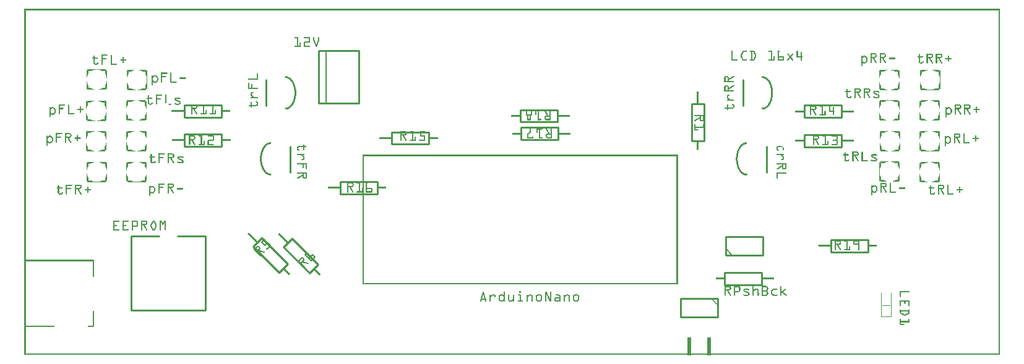
<source format=gto>
G04 MADE WITH FRITZING*
G04 WWW.FRITZING.ORG*
G04 DOUBLE SIDED*
G04 HOLES PLATED*
G04 CONTOUR ON CENTER OF CONTOUR VECTOR*
%ASAXBY*%
%FSLAX23Y23*%
%MOIN*%
%OFA0B0*%
%SFA1.0B1.0*%
%ADD10C,0.010000*%
%ADD11C,0.005000*%
%ADD12C,0.008000*%
%ADD13R,0.001000X0.001000*%
%LNSILK1*%
G90*
G70*
G54D10*
X2871Y1258D02*
X2671Y1258D01*
D02*
X2671Y1258D02*
X2671Y1324D01*
D02*
X2671Y1324D02*
X2871Y1324D01*
D02*
X2871Y1324D02*
X2871Y1258D01*
D02*
X2876Y1162D02*
X2676Y1162D01*
D02*
X2676Y1162D02*
X2676Y1228D01*
D02*
X2676Y1228D02*
X2876Y1228D01*
D02*
X2876Y1228D02*
X2876Y1162D01*
D02*
X1301Y1346D02*
X1301Y1486D01*
D02*
X1979Y1204D02*
X2179Y1204D01*
D02*
X2179Y1204D02*
X2179Y1138D01*
D02*
X2179Y1138D02*
X1979Y1138D01*
D02*
X1979Y1138D02*
X1979Y1204D01*
D02*
X3997Y1126D02*
X3997Y986D01*
D02*
X1702Y935D02*
X1902Y935D01*
D02*
X1902Y935D02*
X1902Y869D01*
D02*
X1902Y869D02*
X1702Y869D01*
D02*
X1702Y869D02*
X1702Y935D01*
D02*
X3870Y1346D02*
X3870Y1486D01*
D02*
X1433Y1126D02*
X1433Y986D01*
D02*
X1800Y1358D02*
X1800Y1643D01*
D02*
X1800Y1643D02*
X1584Y1643D01*
D02*
X1584Y1643D02*
X1584Y1358D01*
D02*
X1584Y1358D02*
X1800Y1358D01*
G54D11*
D02*
X1624Y1643D02*
X1624Y1358D01*
G54D10*
D02*
X575Y644D02*
X575Y244D01*
D02*
X575Y244D02*
X975Y244D01*
D02*
X975Y244D02*
X975Y644D01*
D02*
X575Y644D02*
X725Y644D01*
D02*
X825Y644D02*
X975Y644D01*
D02*
X3660Y1355D02*
X3660Y1155D01*
D02*
X3660Y1155D02*
X3594Y1155D01*
D02*
X3594Y1155D02*
X3594Y1355D01*
D02*
X3594Y1355D02*
X3660Y1355D01*
D02*
X1441Y630D02*
X1583Y488D01*
D02*
X1583Y488D02*
X1536Y442D01*
D02*
X1394Y583D02*
X1441Y630D01*
D02*
X3973Y381D02*
X3773Y381D01*
D02*
X3773Y381D02*
X3773Y447D01*
D02*
X3773Y447D02*
X3973Y447D01*
D02*
X3973Y447D02*
X3973Y381D01*
D02*
X1277Y633D02*
X1418Y492D01*
D02*
X1418Y492D02*
X1371Y445D01*
D02*
X1371Y445D02*
X1230Y587D01*
D02*
X1230Y587D02*
X1277Y633D01*
D02*
X4402Y1282D02*
X4202Y1282D01*
D02*
X4202Y1282D02*
X4202Y1348D01*
D02*
X4202Y1348D02*
X4402Y1348D01*
D02*
X4402Y1348D02*
X4402Y1282D01*
D02*
X4401Y1124D02*
X4201Y1124D01*
D02*
X4201Y1124D02*
X4201Y1190D01*
D02*
X4201Y1190D02*
X4401Y1190D01*
D02*
X4401Y1190D02*
X4401Y1124D01*
D02*
X860Y1350D02*
X1060Y1350D01*
D02*
X1060Y1350D02*
X1060Y1284D01*
D02*
X1060Y1284D02*
X860Y1284D01*
D02*
X860Y1284D02*
X860Y1350D01*
D02*
X863Y1192D02*
X1063Y1192D01*
D02*
X1063Y1192D02*
X1063Y1126D01*
D02*
X1063Y1126D02*
X863Y1126D01*
D02*
X863Y1126D02*
X863Y1192D01*
D02*
X3778Y540D02*
X3978Y540D01*
D02*
X3978Y540D02*
X3978Y640D01*
D02*
X3978Y640D02*
X3778Y640D01*
D02*
X3778Y640D02*
X3778Y540D01*
G54D11*
D02*
X3813Y540D02*
X3778Y575D01*
G54D10*
D02*
X4344Y622D02*
X4544Y622D01*
D02*
X4544Y622D02*
X4544Y556D01*
D02*
X4544Y556D02*
X4344Y556D01*
D02*
X4344Y556D02*
X4344Y622D01*
D02*
X3734Y306D02*
X3534Y306D01*
D02*
X3534Y306D02*
X3534Y206D01*
D02*
X3534Y206D02*
X3734Y206D01*
D02*
X3734Y206D02*
X3734Y306D01*
G54D12*
D02*
X371Y155D02*
X371Y238D01*
D02*
X371Y509D02*
X371Y427D01*
G54D13*
X0Y1868D02*
X5254Y1868D01*
X0Y1867D02*
X5254Y1867D01*
X0Y1866D02*
X5254Y1866D01*
X0Y1865D02*
X5254Y1865D01*
X0Y1864D02*
X5254Y1864D01*
X0Y1863D02*
X5254Y1863D01*
X0Y1862D02*
X5254Y1862D01*
X0Y1861D02*
X5254Y1861D01*
X0Y1860D02*
X7Y1860D01*
X5247Y1860D02*
X5254Y1860D01*
X0Y1859D02*
X7Y1859D01*
X5247Y1859D02*
X5254Y1859D01*
X0Y1858D02*
X7Y1858D01*
X5247Y1858D02*
X5254Y1858D01*
X0Y1857D02*
X7Y1857D01*
X5247Y1857D02*
X5254Y1857D01*
X0Y1856D02*
X7Y1856D01*
X5247Y1856D02*
X5254Y1856D01*
X0Y1855D02*
X7Y1855D01*
X5247Y1855D02*
X5254Y1855D01*
X0Y1854D02*
X7Y1854D01*
X5247Y1854D02*
X5254Y1854D01*
X0Y1853D02*
X7Y1853D01*
X5247Y1853D02*
X5254Y1853D01*
X0Y1852D02*
X7Y1852D01*
X5247Y1852D02*
X5254Y1852D01*
X0Y1851D02*
X7Y1851D01*
X5247Y1851D02*
X5254Y1851D01*
X0Y1850D02*
X7Y1850D01*
X5247Y1850D02*
X5254Y1850D01*
X0Y1849D02*
X7Y1849D01*
X5247Y1849D02*
X5254Y1849D01*
X0Y1848D02*
X7Y1848D01*
X5247Y1848D02*
X5254Y1848D01*
X0Y1847D02*
X7Y1847D01*
X5247Y1847D02*
X5254Y1847D01*
X0Y1846D02*
X7Y1846D01*
X5247Y1846D02*
X5254Y1846D01*
X0Y1845D02*
X7Y1845D01*
X5247Y1845D02*
X5254Y1845D01*
X0Y1844D02*
X7Y1844D01*
X5247Y1844D02*
X5254Y1844D01*
X0Y1843D02*
X7Y1843D01*
X5247Y1843D02*
X5254Y1843D01*
X0Y1842D02*
X7Y1842D01*
X5247Y1842D02*
X5254Y1842D01*
X0Y1841D02*
X7Y1841D01*
X5247Y1841D02*
X5254Y1841D01*
X0Y1840D02*
X7Y1840D01*
X5247Y1840D02*
X5254Y1840D01*
X0Y1839D02*
X7Y1839D01*
X5247Y1839D02*
X5254Y1839D01*
X0Y1838D02*
X7Y1838D01*
X5247Y1838D02*
X5254Y1838D01*
X0Y1837D02*
X7Y1837D01*
X5247Y1837D02*
X5254Y1837D01*
X0Y1836D02*
X7Y1836D01*
X5247Y1836D02*
X5254Y1836D01*
X0Y1835D02*
X7Y1835D01*
X5247Y1835D02*
X5254Y1835D01*
X0Y1834D02*
X7Y1834D01*
X5247Y1834D02*
X5254Y1834D01*
X0Y1833D02*
X7Y1833D01*
X5247Y1833D02*
X5254Y1833D01*
X0Y1832D02*
X7Y1832D01*
X5247Y1832D02*
X5254Y1832D01*
X0Y1831D02*
X7Y1831D01*
X5247Y1831D02*
X5254Y1831D01*
X0Y1830D02*
X7Y1830D01*
X5247Y1830D02*
X5254Y1830D01*
X0Y1829D02*
X7Y1829D01*
X5247Y1829D02*
X5254Y1829D01*
X0Y1828D02*
X7Y1828D01*
X5247Y1828D02*
X5254Y1828D01*
X0Y1827D02*
X7Y1827D01*
X5247Y1827D02*
X5254Y1827D01*
X0Y1826D02*
X7Y1826D01*
X5247Y1826D02*
X5254Y1826D01*
X0Y1825D02*
X7Y1825D01*
X5247Y1825D02*
X5254Y1825D01*
X0Y1824D02*
X7Y1824D01*
X5247Y1824D02*
X5254Y1824D01*
X0Y1823D02*
X7Y1823D01*
X5247Y1823D02*
X5254Y1823D01*
X0Y1822D02*
X7Y1822D01*
X5247Y1822D02*
X5254Y1822D01*
X0Y1821D02*
X7Y1821D01*
X5247Y1821D02*
X5254Y1821D01*
X0Y1820D02*
X7Y1820D01*
X5247Y1820D02*
X5254Y1820D01*
X0Y1819D02*
X7Y1819D01*
X5247Y1819D02*
X5254Y1819D01*
X0Y1818D02*
X7Y1818D01*
X5247Y1818D02*
X5254Y1818D01*
X0Y1817D02*
X7Y1817D01*
X5247Y1817D02*
X5254Y1817D01*
X0Y1816D02*
X7Y1816D01*
X5247Y1816D02*
X5254Y1816D01*
X0Y1815D02*
X7Y1815D01*
X5247Y1815D02*
X5254Y1815D01*
X0Y1814D02*
X7Y1814D01*
X5247Y1814D02*
X5254Y1814D01*
X0Y1813D02*
X7Y1813D01*
X5247Y1813D02*
X5254Y1813D01*
X0Y1812D02*
X7Y1812D01*
X5247Y1812D02*
X5254Y1812D01*
X0Y1811D02*
X7Y1811D01*
X5247Y1811D02*
X5254Y1811D01*
X0Y1810D02*
X7Y1810D01*
X5247Y1810D02*
X5254Y1810D01*
X0Y1809D02*
X7Y1809D01*
X5247Y1809D02*
X5254Y1809D01*
X0Y1808D02*
X7Y1808D01*
X5247Y1808D02*
X5254Y1808D01*
X0Y1807D02*
X7Y1807D01*
X5247Y1807D02*
X5254Y1807D01*
X0Y1806D02*
X7Y1806D01*
X5247Y1806D02*
X5254Y1806D01*
X0Y1805D02*
X7Y1805D01*
X5247Y1805D02*
X5254Y1805D01*
X0Y1804D02*
X7Y1804D01*
X5247Y1804D02*
X5254Y1804D01*
X0Y1803D02*
X7Y1803D01*
X5247Y1803D02*
X5254Y1803D01*
X0Y1802D02*
X7Y1802D01*
X5247Y1802D02*
X5254Y1802D01*
X0Y1801D02*
X7Y1801D01*
X5247Y1801D02*
X5254Y1801D01*
X0Y1800D02*
X7Y1800D01*
X5247Y1800D02*
X5254Y1800D01*
X0Y1799D02*
X7Y1799D01*
X5247Y1799D02*
X5254Y1799D01*
X0Y1798D02*
X7Y1798D01*
X5247Y1798D02*
X5254Y1798D01*
X0Y1797D02*
X7Y1797D01*
X5247Y1797D02*
X5254Y1797D01*
X0Y1796D02*
X7Y1796D01*
X5247Y1796D02*
X5254Y1796D01*
X0Y1795D02*
X7Y1795D01*
X5247Y1795D02*
X5254Y1795D01*
X0Y1794D02*
X7Y1794D01*
X5247Y1794D02*
X5254Y1794D01*
X0Y1793D02*
X7Y1793D01*
X5247Y1793D02*
X5254Y1793D01*
X0Y1792D02*
X7Y1792D01*
X5247Y1792D02*
X5254Y1792D01*
X0Y1791D02*
X7Y1791D01*
X5247Y1791D02*
X5254Y1791D01*
X0Y1790D02*
X7Y1790D01*
X5247Y1790D02*
X5254Y1790D01*
X0Y1789D02*
X7Y1789D01*
X5247Y1789D02*
X5254Y1789D01*
X0Y1788D02*
X7Y1788D01*
X5247Y1788D02*
X5254Y1788D01*
X0Y1787D02*
X7Y1787D01*
X5247Y1787D02*
X5254Y1787D01*
X0Y1786D02*
X7Y1786D01*
X5247Y1786D02*
X5254Y1786D01*
X0Y1785D02*
X7Y1785D01*
X5247Y1785D02*
X5254Y1785D01*
X0Y1784D02*
X7Y1784D01*
X5247Y1784D02*
X5254Y1784D01*
X0Y1783D02*
X7Y1783D01*
X5247Y1783D02*
X5254Y1783D01*
X0Y1782D02*
X7Y1782D01*
X5247Y1782D02*
X5254Y1782D01*
X0Y1781D02*
X7Y1781D01*
X5247Y1781D02*
X5254Y1781D01*
X0Y1780D02*
X7Y1780D01*
X5247Y1780D02*
X5254Y1780D01*
X0Y1779D02*
X7Y1779D01*
X5247Y1779D02*
X5254Y1779D01*
X0Y1778D02*
X7Y1778D01*
X5247Y1778D02*
X5254Y1778D01*
X0Y1777D02*
X7Y1777D01*
X5247Y1777D02*
X5254Y1777D01*
X0Y1776D02*
X7Y1776D01*
X5247Y1776D02*
X5254Y1776D01*
X0Y1775D02*
X7Y1775D01*
X5247Y1775D02*
X5254Y1775D01*
X0Y1774D02*
X7Y1774D01*
X5247Y1774D02*
X5254Y1774D01*
X0Y1773D02*
X7Y1773D01*
X5247Y1773D02*
X5254Y1773D01*
X0Y1772D02*
X7Y1772D01*
X5247Y1772D02*
X5254Y1772D01*
X0Y1771D02*
X7Y1771D01*
X5247Y1771D02*
X5254Y1771D01*
X0Y1770D02*
X7Y1770D01*
X5247Y1770D02*
X5254Y1770D01*
X0Y1769D02*
X7Y1769D01*
X5247Y1769D02*
X5254Y1769D01*
X0Y1768D02*
X7Y1768D01*
X5247Y1768D02*
X5254Y1768D01*
X0Y1767D02*
X7Y1767D01*
X5247Y1767D02*
X5254Y1767D01*
X0Y1766D02*
X7Y1766D01*
X5247Y1766D02*
X5254Y1766D01*
X0Y1765D02*
X7Y1765D01*
X5247Y1765D02*
X5254Y1765D01*
X0Y1764D02*
X7Y1764D01*
X5247Y1764D02*
X5254Y1764D01*
X0Y1763D02*
X7Y1763D01*
X5247Y1763D02*
X5254Y1763D01*
X0Y1762D02*
X7Y1762D01*
X5247Y1762D02*
X5254Y1762D01*
X0Y1761D02*
X7Y1761D01*
X5247Y1761D02*
X5254Y1761D01*
X0Y1760D02*
X7Y1760D01*
X5247Y1760D02*
X5254Y1760D01*
X0Y1759D02*
X7Y1759D01*
X5247Y1759D02*
X5254Y1759D01*
X0Y1758D02*
X7Y1758D01*
X5247Y1758D02*
X5254Y1758D01*
X0Y1757D02*
X7Y1757D01*
X5247Y1757D02*
X5254Y1757D01*
X0Y1756D02*
X7Y1756D01*
X5247Y1756D02*
X5254Y1756D01*
X0Y1755D02*
X7Y1755D01*
X5247Y1755D02*
X5254Y1755D01*
X0Y1754D02*
X7Y1754D01*
X5247Y1754D02*
X5254Y1754D01*
X0Y1753D02*
X7Y1753D01*
X5247Y1753D02*
X5254Y1753D01*
X0Y1752D02*
X7Y1752D01*
X5247Y1752D02*
X5254Y1752D01*
X0Y1751D02*
X7Y1751D01*
X5247Y1751D02*
X5254Y1751D01*
X0Y1750D02*
X7Y1750D01*
X5247Y1750D02*
X5254Y1750D01*
X0Y1749D02*
X7Y1749D01*
X5247Y1749D02*
X5254Y1749D01*
X0Y1748D02*
X7Y1748D01*
X5247Y1748D02*
X5254Y1748D01*
X0Y1747D02*
X7Y1747D01*
X5247Y1747D02*
X5254Y1747D01*
X0Y1746D02*
X7Y1746D01*
X5247Y1746D02*
X5254Y1746D01*
X0Y1745D02*
X7Y1745D01*
X5247Y1745D02*
X5254Y1745D01*
X0Y1744D02*
X7Y1744D01*
X5247Y1744D02*
X5254Y1744D01*
X0Y1743D02*
X7Y1743D01*
X5247Y1743D02*
X5254Y1743D01*
X0Y1742D02*
X7Y1742D01*
X5247Y1742D02*
X5254Y1742D01*
X0Y1741D02*
X7Y1741D01*
X5247Y1741D02*
X5254Y1741D01*
X0Y1740D02*
X7Y1740D01*
X5247Y1740D02*
X5254Y1740D01*
X0Y1739D02*
X7Y1739D01*
X5247Y1739D02*
X5254Y1739D01*
X0Y1738D02*
X7Y1738D01*
X5247Y1738D02*
X5254Y1738D01*
X0Y1737D02*
X7Y1737D01*
X5247Y1737D02*
X5254Y1737D01*
X0Y1736D02*
X7Y1736D01*
X5247Y1736D02*
X5254Y1736D01*
X0Y1735D02*
X7Y1735D01*
X5247Y1735D02*
X5254Y1735D01*
X0Y1734D02*
X7Y1734D01*
X5247Y1734D02*
X5254Y1734D01*
X0Y1733D02*
X7Y1733D01*
X5247Y1733D02*
X5254Y1733D01*
X0Y1732D02*
X7Y1732D01*
X5247Y1732D02*
X5254Y1732D01*
X0Y1731D02*
X7Y1731D01*
X5247Y1731D02*
X5254Y1731D01*
X0Y1730D02*
X7Y1730D01*
X5247Y1730D02*
X5254Y1730D01*
X0Y1729D02*
X7Y1729D01*
X5247Y1729D02*
X5254Y1729D01*
X0Y1728D02*
X7Y1728D01*
X5247Y1728D02*
X5254Y1728D01*
X0Y1727D02*
X7Y1727D01*
X5247Y1727D02*
X5254Y1727D01*
X0Y1726D02*
X7Y1726D01*
X5247Y1726D02*
X5254Y1726D01*
X0Y1725D02*
X7Y1725D01*
X5247Y1725D02*
X5254Y1725D01*
X0Y1724D02*
X7Y1724D01*
X5247Y1724D02*
X5254Y1724D01*
X0Y1723D02*
X7Y1723D01*
X5247Y1723D02*
X5254Y1723D01*
X0Y1722D02*
X7Y1722D01*
X5247Y1722D02*
X5254Y1722D01*
X0Y1721D02*
X7Y1721D01*
X5247Y1721D02*
X5254Y1721D01*
X0Y1720D02*
X7Y1720D01*
X5247Y1720D02*
X5254Y1720D01*
X0Y1719D02*
X7Y1719D01*
X5247Y1719D02*
X5254Y1719D01*
X0Y1718D02*
X7Y1718D01*
X5247Y1718D02*
X5254Y1718D01*
X0Y1717D02*
X7Y1717D01*
X5247Y1717D02*
X5254Y1717D01*
X0Y1716D02*
X7Y1716D01*
X1457Y1716D02*
X1475Y1716D01*
X1507Y1716D02*
X1535Y1716D01*
X1557Y1716D02*
X1560Y1716D01*
X1584Y1716D02*
X1587Y1716D01*
X5247Y1716D02*
X5254Y1716D01*
X0Y1715D02*
X7Y1715D01*
X1456Y1715D02*
X1475Y1715D01*
X1506Y1715D02*
X1536Y1715D01*
X1556Y1715D02*
X1561Y1715D01*
X1583Y1715D02*
X1588Y1715D01*
X5247Y1715D02*
X5254Y1715D01*
X0Y1714D02*
X7Y1714D01*
X1455Y1714D02*
X1475Y1714D01*
X1505Y1714D02*
X1537Y1714D01*
X1555Y1714D02*
X1561Y1714D01*
X1583Y1714D02*
X1589Y1714D01*
X5247Y1714D02*
X5254Y1714D01*
X0Y1713D02*
X7Y1713D01*
X1455Y1713D02*
X1475Y1713D01*
X1505Y1713D02*
X1538Y1713D01*
X1555Y1713D02*
X1561Y1713D01*
X1583Y1713D02*
X1589Y1713D01*
X5247Y1713D02*
X5254Y1713D01*
X0Y1712D02*
X7Y1712D01*
X1455Y1712D02*
X1475Y1712D01*
X1505Y1712D02*
X1538Y1712D01*
X1555Y1712D02*
X1561Y1712D01*
X1583Y1712D02*
X1589Y1712D01*
X5247Y1712D02*
X5254Y1712D01*
X0Y1711D02*
X7Y1711D01*
X1456Y1711D02*
X1475Y1711D01*
X1506Y1711D02*
X1539Y1711D01*
X1555Y1711D02*
X1561Y1711D01*
X1583Y1711D02*
X1589Y1711D01*
X5247Y1711D02*
X5254Y1711D01*
X0Y1710D02*
X7Y1710D01*
X1457Y1710D02*
X1475Y1710D01*
X1507Y1710D02*
X1539Y1710D01*
X1555Y1710D02*
X1561Y1710D01*
X1583Y1710D02*
X1589Y1710D01*
X5247Y1710D02*
X5254Y1710D01*
X0Y1709D02*
X7Y1709D01*
X1469Y1709D02*
X1475Y1709D01*
X1533Y1709D02*
X1539Y1709D01*
X1555Y1709D02*
X1561Y1709D01*
X1583Y1709D02*
X1589Y1709D01*
X5247Y1709D02*
X5254Y1709D01*
X0Y1708D02*
X7Y1708D01*
X1469Y1708D02*
X1475Y1708D01*
X1533Y1708D02*
X1539Y1708D01*
X1555Y1708D02*
X1561Y1708D01*
X1583Y1708D02*
X1589Y1708D01*
X5247Y1708D02*
X5254Y1708D01*
X0Y1707D02*
X7Y1707D01*
X1469Y1707D02*
X1475Y1707D01*
X1533Y1707D02*
X1539Y1707D01*
X1555Y1707D02*
X1561Y1707D01*
X1583Y1707D02*
X1589Y1707D01*
X5247Y1707D02*
X5254Y1707D01*
X0Y1706D02*
X7Y1706D01*
X1469Y1706D02*
X1475Y1706D01*
X1533Y1706D02*
X1539Y1706D01*
X1555Y1706D02*
X1561Y1706D01*
X1583Y1706D02*
X1589Y1706D01*
X5247Y1706D02*
X5254Y1706D01*
X0Y1705D02*
X7Y1705D01*
X1469Y1705D02*
X1475Y1705D01*
X1533Y1705D02*
X1539Y1705D01*
X1555Y1705D02*
X1561Y1705D01*
X1583Y1705D02*
X1589Y1705D01*
X5247Y1705D02*
X5254Y1705D01*
X0Y1704D02*
X7Y1704D01*
X1469Y1704D02*
X1475Y1704D01*
X1533Y1704D02*
X1539Y1704D01*
X1555Y1704D02*
X1561Y1704D01*
X1583Y1704D02*
X1589Y1704D01*
X5247Y1704D02*
X5254Y1704D01*
X0Y1703D02*
X7Y1703D01*
X1469Y1703D02*
X1475Y1703D01*
X1533Y1703D02*
X1539Y1703D01*
X1555Y1703D02*
X1561Y1703D01*
X1583Y1703D02*
X1589Y1703D01*
X5247Y1703D02*
X5254Y1703D01*
X0Y1702D02*
X7Y1702D01*
X1469Y1702D02*
X1475Y1702D01*
X1533Y1702D02*
X1539Y1702D01*
X1555Y1702D02*
X1561Y1702D01*
X1583Y1702D02*
X1589Y1702D01*
X5247Y1702D02*
X5254Y1702D01*
X0Y1701D02*
X7Y1701D01*
X1469Y1701D02*
X1475Y1701D01*
X1533Y1701D02*
X1539Y1701D01*
X1555Y1701D02*
X1562Y1701D01*
X1582Y1701D02*
X1589Y1701D01*
X5247Y1701D02*
X5254Y1701D01*
X0Y1700D02*
X7Y1700D01*
X1469Y1700D02*
X1475Y1700D01*
X1533Y1700D02*
X1539Y1700D01*
X1555Y1700D02*
X1562Y1700D01*
X1582Y1700D02*
X1588Y1700D01*
X5247Y1700D02*
X5254Y1700D01*
X0Y1699D02*
X7Y1699D01*
X1469Y1699D02*
X1475Y1699D01*
X1533Y1699D02*
X1539Y1699D01*
X1556Y1699D02*
X1562Y1699D01*
X1581Y1699D02*
X1588Y1699D01*
X5247Y1699D02*
X5254Y1699D01*
X0Y1698D02*
X7Y1698D01*
X1469Y1698D02*
X1475Y1698D01*
X1533Y1698D02*
X1539Y1698D01*
X1556Y1698D02*
X1563Y1698D01*
X1581Y1698D02*
X1588Y1698D01*
X5247Y1698D02*
X5254Y1698D01*
X0Y1697D02*
X7Y1697D01*
X1469Y1697D02*
X1475Y1697D01*
X1533Y1697D02*
X1539Y1697D01*
X1557Y1697D02*
X1563Y1697D01*
X1581Y1697D02*
X1587Y1697D01*
X5247Y1697D02*
X5254Y1697D01*
X0Y1696D02*
X7Y1696D01*
X1469Y1696D02*
X1475Y1696D01*
X1533Y1696D02*
X1539Y1696D01*
X1557Y1696D02*
X1563Y1696D01*
X1580Y1696D02*
X1587Y1696D01*
X5247Y1696D02*
X5254Y1696D01*
X0Y1695D02*
X7Y1695D01*
X1469Y1695D02*
X1475Y1695D01*
X1533Y1695D02*
X1539Y1695D01*
X1557Y1695D02*
X1564Y1695D01*
X1580Y1695D02*
X1586Y1695D01*
X5247Y1695D02*
X5254Y1695D01*
X0Y1694D02*
X7Y1694D01*
X1469Y1694D02*
X1475Y1694D01*
X1533Y1694D02*
X1539Y1694D01*
X1558Y1694D02*
X1564Y1694D01*
X1579Y1694D02*
X1586Y1694D01*
X5247Y1694D02*
X5254Y1694D01*
X0Y1693D02*
X7Y1693D01*
X1469Y1693D02*
X1475Y1693D01*
X1511Y1693D02*
X1539Y1693D01*
X1558Y1693D02*
X1565Y1693D01*
X1579Y1693D02*
X1586Y1693D01*
X5247Y1693D02*
X5254Y1693D01*
X0Y1692D02*
X7Y1692D01*
X1469Y1692D02*
X1475Y1692D01*
X1508Y1692D02*
X1539Y1692D01*
X1558Y1692D02*
X1565Y1692D01*
X1579Y1692D02*
X1585Y1692D01*
X5247Y1692D02*
X5254Y1692D01*
X0Y1691D02*
X7Y1691D01*
X1469Y1691D02*
X1475Y1691D01*
X1507Y1691D02*
X1538Y1691D01*
X1559Y1691D02*
X1565Y1691D01*
X1578Y1691D02*
X1585Y1691D01*
X5247Y1691D02*
X5254Y1691D01*
X0Y1690D02*
X7Y1690D01*
X1469Y1690D02*
X1475Y1690D01*
X1506Y1690D02*
X1538Y1690D01*
X1559Y1690D02*
X1566Y1690D01*
X1578Y1690D02*
X1584Y1690D01*
X5247Y1690D02*
X5254Y1690D01*
X0Y1689D02*
X7Y1689D01*
X1469Y1689D02*
X1475Y1689D01*
X1506Y1689D02*
X1537Y1689D01*
X1560Y1689D02*
X1566Y1689D01*
X1578Y1689D02*
X1584Y1689D01*
X5247Y1689D02*
X5254Y1689D01*
X0Y1688D02*
X7Y1688D01*
X1469Y1688D02*
X1475Y1688D01*
X1505Y1688D02*
X1536Y1688D01*
X1560Y1688D02*
X1567Y1688D01*
X1577Y1688D02*
X1584Y1688D01*
X5247Y1688D02*
X5254Y1688D01*
X0Y1687D02*
X7Y1687D01*
X1469Y1687D02*
X1475Y1687D01*
X1485Y1687D02*
X1486Y1687D01*
X1505Y1687D02*
X1535Y1687D01*
X1560Y1687D02*
X1567Y1687D01*
X1577Y1687D02*
X1583Y1687D01*
X5247Y1687D02*
X5254Y1687D01*
X0Y1686D02*
X7Y1686D01*
X1469Y1686D02*
X1475Y1686D01*
X1484Y1686D02*
X1488Y1686D01*
X1505Y1686D02*
X1511Y1686D01*
X1561Y1686D02*
X1567Y1686D01*
X1576Y1686D02*
X1583Y1686D01*
X5247Y1686D02*
X5254Y1686D01*
X0Y1685D02*
X7Y1685D01*
X1469Y1685D02*
X1475Y1685D01*
X1483Y1685D02*
X1488Y1685D01*
X1505Y1685D02*
X1511Y1685D01*
X1561Y1685D02*
X1568Y1685D01*
X1576Y1685D02*
X1583Y1685D01*
X5247Y1685D02*
X5254Y1685D01*
X0Y1684D02*
X7Y1684D01*
X1469Y1684D02*
X1475Y1684D01*
X1483Y1684D02*
X1489Y1684D01*
X1505Y1684D02*
X1511Y1684D01*
X1562Y1684D02*
X1568Y1684D01*
X1576Y1684D02*
X1582Y1684D01*
X5247Y1684D02*
X5254Y1684D01*
X0Y1683D02*
X7Y1683D01*
X1469Y1683D02*
X1475Y1683D01*
X1483Y1683D02*
X1489Y1683D01*
X1505Y1683D02*
X1511Y1683D01*
X1562Y1683D02*
X1569Y1683D01*
X1575Y1683D02*
X1582Y1683D01*
X5247Y1683D02*
X5254Y1683D01*
X0Y1682D02*
X7Y1682D01*
X1469Y1682D02*
X1475Y1682D01*
X1483Y1682D02*
X1489Y1682D01*
X1505Y1682D02*
X1511Y1682D01*
X1562Y1682D02*
X1569Y1682D01*
X1575Y1682D02*
X1581Y1682D01*
X5247Y1682D02*
X5254Y1682D01*
X0Y1681D02*
X7Y1681D01*
X1469Y1681D02*
X1475Y1681D01*
X1483Y1681D02*
X1489Y1681D01*
X1505Y1681D02*
X1511Y1681D01*
X1563Y1681D02*
X1569Y1681D01*
X1574Y1681D02*
X1581Y1681D01*
X5247Y1681D02*
X5254Y1681D01*
X0Y1680D02*
X7Y1680D01*
X1469Y1680D02*
X1475Y1680D01*
X1483Y1680D02*
X1489Y1680D01*
X1505Y1680D02*
X1511Y1680D01*
X1563Y1680D02*
X1570Y1680D01*
X1574Y1680D02*
X1581Y1680D01*
X5247Y1680D02*
X5254Y1680D01*
X0Y1679D02*
X7Y1679D01*
X1469Y1679D02*
X1475Y1679D01*
X1483Y1679D02*
X1489Y1679D01*
X1505Y1679D02*
X1511Y1679D01*
X1564Y1679D02*
X1570Y1679D01*
X1574Y1679D02*
X1580Y1679D01*
X5247Y1679D02*
X5254Y1679D01*
X0Y1678D02*
X7Y1678D01*
X1469Y1678D02*
X1475Y1678D01*
X1483Y1678D02*
X1489Y1678D01*
X1505Y1678D02*
X1511Y1678D01*
X1564Y1678D02*
X1571Y1678D01*
X1573Y1678D02*
X1580Y1678D01*
X5247Y1678D02*
X5254Y1678D01*
X0Y1677D02*
X7Y1677D01*
X1469Y1677D02*
X1475Y1677D01*
X1483Y1677D02*
X1489Y1677D01*
X1505Y1677D02*
X1511Y1677D01*
X1564Y1677D02*
X1571Y1677D01*
X1573Y1677D02*
X1579Y1677D01*
X5247Y1677D02*
X5254Y1677D01*
X0Y1676D02*
X7Y1676D01*
X1469Y1676D02*
X1475Y1676D01*
X1483Y1676D02*
X1489Y1676D01*
X1505Y1676D02*
X1511Y1676D01*
X1565Y1676D02*
X1579Y1676D01*
X5247Y1676D02*
X5254Y1676D01*
X0Y1675D02*
X7Y1675D01*
X1469Y1675D02*
X1475Y1675D01*
X1483Y1675D02*
X1489Y1675D01*
X1505Y1675D02*
X1511Y1675D01*
X1565Y1675D02*
X1579Y1675D01*
X5247Y1675D02*
X5254Y1675D01*
X0Y1674D02*
X7Y1674D01*
X1469Y1674D02*
X1475Y1674D01*
X1483Y1674D02*
X1489Y1674D01*
X1505Y1674D02*
X1511Y1674D01*
X1565Y1674D02*
X1578Y1674D01*
X5247Y1674D02*
X5254Y1674D01*
X0Y1673D02*
X7Y1673D01*
X1469Y1673D02*
X1475Y1673D01*
X1483Y1673D02*
X1489Y1673D01*
X1505Y1673D02*
X1511Y1673D01*
X1566Y1673D02*
X1578Y1673D01*
X5247Y1673D02*
X5254Y1673D01*
X0Y1672D02*
X7Y1672D01*
X1469Y1672D02*
X1475Y1672D01*
X1483Y1672D02*
X1489Y1672D01*
X1505Y1672D02*
X1511Y1672D01*
X1566Y1672D02*
X1577Y1672D01*
X5247Y1672D02*
X5254Y1672D01*
X0Y1671D02*
X7Y1671D01*
X1469Y1671D02*
X1475Y1671D01*
X1483Y1671D02*
X1489Y1671D01*
X1505Y1671D02*
X1511Y1671D01*
X1567Y1671D02*
X1577Y1671D01*
X5247Y1671D02*
X5254Y1671D01*
X0Y1670D02*
X7Y1670D01*
X1469Y1670D02*
X1475Y1670D01*
X1483Y1670D02*
X1489Y1670D01*
X1505Y1670D02*
X1511Y1670D01*
X1567Y1670D02*
X1577Y1670D01*
X5247Y1670D02*
X5254Y1670D01*
X0Y1669D02*
X7Y1669D01*
X1457Y1669D02*
X1489Y1669D01*
X1505Y1669D02*
X1537Y1669D01*
X1567Y1669D02*
X1576Y1669D01*
X5247Y1669D02*
X5254Y1669D01*
X0Y1668D02*
X7Y1668D01*
X1456Y1668D02*
X1489Y1668D01*
X1505Y1668D02*
X1538Y1668D01*
X1568Y1668D02*
X1576Y1668D01*
X5247Y1668D02*
X5254Y1668D01*
X0Y1667D02*
X7Y1667D01*
X1455Y1667D02*
X1489Y1667D01*
X1505Y1667D02*
X1539Y1667D01*
X1568Y1667D02*
X1576Y1667D01*
X5247Y1667D02*
X5254Y1667D01*
X0Y1666D02*
X7Y1666D01*
X1455Y1666D02*
X1489Y1666D01*
X1505Y1666D02*
X1539Y1666D01*
X1569Y1666D02*
X1575Y1666D01*
X5247Y1666D02*
X5254Y1666D01*
X0Y1665D02*
X7Y1665D01*
X1455Y1665D02*
X1488Y1665D01*
X1505Y1665D02*
X1538Y1665D01*
X1569Y1665D02*
X1575Y1665D01*
X5247Y1665D02*
X5254Y1665D01*
X0Y1664D02*
X7Y1664D01*
X1456Y1664D02*
X1488Y1664D01*
X1505Y1664D02*
X1538Y1664D01*
X1570Y1664D02*
X1574Y1664D01*
X5247Y1664D02*
X5254Y1664D01*
X0Y1663D02*
X7Y1663D01*
X1457Y1663D02*
X1487Y1663D01*
X1505Y1663D02*
X1537Y1663D01*
X1571Y1663D02*
X1573Y1663D01*
X5247Y1663D02*
X5254Y1663D01*
X0Y1662D02*
X7Y1662D01*
X5247Y1662D02*
X5254Y1662D01*
X0Y1661D02*
X7Y1661D01*
X5247Y1661D02*
X5254Y1661D01*
X0Y1660D02*
X7Y1660D01*
X5247Y1660D02*
X5254Y1660D01*
X0Y1659D02*
X7Y1659D01*
X5247Y1659D02*
X5254Y1659D01*
X0Y1658D02*
X7Y1658D01*
X5247Y1658D02*
X5254Y1658D01*
X0Y1657D02*
X7Y1657D01*
X5247Y1657D02*
X5254Y1657D01*
X0Y1656D02*
X7Y1656D01*
X5247Y1656D02*
X5254Y1656D01*
X0Y1655D02*
X7Y1655D01*
X5247Y1655D02*
X5254Y1655D01*
X0Y1654D02*
X7Y1654D01*
X5247Y1654D02*
X5254Y1654D01*
X0Y1653D02*
X7Y1653D01*
X5247Y1653D02*
X5254Y1653D01*
X0Y1652D02*
X7Y1652D01*
X5247Y1652D02*
X5254Y1652D01*
X0Y1651D02*
X7Y1651D01*
X5247Y1651D02*
X5254Y1651D01*
X0Y1650D02*
X7Y1650D01*
X5247Y1650D02*
X5254Y1650D01*
X0Y1649D02*
X7Y1649D01*
X5247Y1649D02*
X5254Y1649D01*
X0Y1648D02*
X7Y1648D01*
X5247Y1648D02*
X5254Y1648D01*
X0Y1647D02*
X7Y1647D01*
X5247Y1647D02*
X5254Y1647D01*
X0Y1646D02*
X7Y1646D01*
X5247Y1646D02*
X5254Y1646D01*
X0Y1645D02*
X7Y1645D01*
X5247Y1645D02*
X5254Y1645D01*
X0Y1644D02*
X7Y1644D01*
X5247Y1644D02*
X5254Y1644D01*
X0Y1643D02*
X7Y1643D01*
X5247Y1643D02*
X5254Y1643D01*
X0Y1642D02*
X7Y1642D01*
X3810Y1642D02*
X3813Y1642D01*
X3873Y1642D02*
X3891Y1642D01*
X3910Y1642D02*
X3927Y1642D01*
X4010Y1642D02*
X4028Y1642D01*
X4060Y1642D02*
X4066Y1642D01*
X4162Y1642D02*
X4165Y1642D01*
X5247Y1642D02*
X5254Y1642D01*
X0Y1641D02*
X7Y1641D01*
X3809Y1641D02*
X3814Y1641D01*
X3871Y1641D02*
X3892Y1641D01*
X3909Y1641D02*
X3930Y1641D01*
X4009Y1641D02*
X4028Y1641D01*
X4059Y1641D02*
X4067Y1641D01*
X4161Y1641D02*
X4166Y1641D01*
X5247Y1641D02*
X5254Y1641D01*
X0Y1640D02*
X7Y1640D01*
X3809Y1640D02*
X3814Y1640D01*
X3870Y1640D02*
X3892Y1640D01*
X3909Y1640D02*
X3931Y1640D01*
X4009Y1640D02*
X4028Y1640D01*
X4059Y1640D02*
X4068Y1640D01*
X4160Y1640D02*
X4166Y1640D01*
X5247Y1640D02*
X5254Y1640D01*
X0Y1639D02*
X7Y1639D01*
X3809Y1639D02*
X3815Y1639D01*
X3869Y1639D02*
X3892Y1639D01*
X3909Y1639D02*
X3932Y1639D01*
X4009Y1639D02*
X4028Y1639D01*
X4059Y1639D02*
X4068Y1639D01*
X4160Y1639D02*
X4166Y1639D01*
X5247Y1639D02*
X5254Y1639D01*
X0Y1638D02*
X7Y1638D01*
X3809Y1638D02*
X3815Y1638D01*
X3868Y1638D02*
X3892Y1638D01*
X3909Y1638D02*
X3933Y1638D01*
X4009Y1638D02*
X4028Y1638D01*
X4059Y1638D02*
X4068Y1638D01*
X4160Y1638D02*
X4166Y1638D01*
X5247Y1638D02*
X5254Y1638D01*
X0Y1637D02*
X7Y1637D01*
X3809Y1637D02*
X3815Y1637D01*
X3867Y1637D02*
X3891Y1637D01*
X3909Y1637D02*
X3933Y1637D01*
X4009Y1637D02*
X4028Y1637D01*
X4059Y1637D02*
X4067Y1637D01*
X4160Y1637D02*
X4166Y1637D01*
X5247Y1637D02*
X5254Y1637D01*
X0Y1636D02*
X7Y1636D01*
X3809Y1636D02*
X3815Y1636D01*
X3867Y1636D02*
X3890Y1636D01*
X3911Y1636D02*
X3934Y1636D01*
X4011Y1636D02*
X4028Y1636D01*
X4059Y1636D02*
X4066Y1636D01*
X4160Y1636D02*
X4166Y1636D01*
X4182Y1636D02*
X4186Y1636D01*
X5247Y1636D02*
X5254Y1636D01*
X0Y1635D02*
X7Y1635D01*
X3809Y1635D02*
X3815Y1635D01*
X3866Y1635D02*
X3874Y1635D01*
X3915Y1635D02*
X3921Y1635D01*
X3927Y1635D02*
X3934Y1635D01*
X4022Y1635D02*
X4028Y1635D01*
X4059Y1635D02*
X4064Y1635D01*
X4160Y1635D02*
X4166Y1635D01*
X4181Y1635D02*
X4186Y1635D01*
X5247Y1635D02*
X5254Y1635D01*
X0Y1634D02*
X7Y1634D01*
X3809Y1634D02*
X3815Y1634D01*
X3866Y1634D02*
X3873Y1634D01*
X3915Y1634D02*
X3921Y1634D01*
X3928Y1634D02*
X3935Y1634D01*
X4022Y1634D02*
X4028Y1634D01*
X4059Y1634D02*
X4064Y1634D01*
X4160Y1634D02*
X4166Y1634D01*
X4181Y1634D02*
X4187Y1634D01*
X5247Y1634D02*
X5254Y1634D01*
X0Y1633D02*
X7Y1633D01*
X3809Y1633D02*
X3815Y1633D01*
X3865Y1633D02*
X3872Y1633D01*
X3915Y1633D02*
X3921Y1633D01*
X3928Y1633D02*
X3935Y1633D01*
X4022Y1633D02*
X4028Y1633D01*
X4059Y1633D02*
X4064Y1633D01*
X4160Y1633D02*
X4166Y1633D01*
X4181Y1633D02*
X4187Y1633D01*
X5247Y1633D02*
X5254Y1633D01*
X0Y1632D02*
X7Y1632D01*
X3809Y1632D02*
X3815Y1632D01*
X3865Y1632D02*
X3872Y1632D01*
X3915Y1632D02*
X3921Y1632D01*
X3929Y1632D02*
X3936Y1632D01*
X4022Y1632D02*
X4028Y1632D01*
X4059Y1632D02*
X4064Y1632D01*
X4160Y1632D02*
X4166Y1632D01*
X4181Y1632D02*
X4187Y1632D01*
X5247Y1632D02*
X5254Y1632D01*
X0Y1631D02*
X7Y1631D01*
X3809Y1631D02*
X3815Y1631D01*
X3864Y1631D02*
X3871Y1631D01*
X3915Y1631D02*
X3921Y1631D01*
X3929Y1631D02*
X3936Y1631D01*
X4022Y1631D02*
X4028Y1631D01*
X4059Y1631D02*
X4064Y1631D01*
X4160Y1631D02*
X4166Y1631D01*
X4181Y1631D02*
X4187Y1631D01*
X5247Y1631D02*
X5254Y1631D01*
X0Y1630D02*
X7Y1630D01*
X3809Y1630D02*
X3815Y1630D01*
X3864Y1630D02*
X3871Y1630D01*
X3915Y1630D02*
X3921Y1630D01*
X3930Y1630D02*
X3937Y1630D01*
X4022Y1630D02*
X4028Y1630D01*
X4059Y1630D02*
X4064Y1630D01*
X4160Y1630D02*
X4166Y1630D01*
X4181Y1630D02*
X4187Y1630D01*
X5247Y1630D02*
X5254Y1630D01*
X0Y1629D02*
X7Y1629D01*
X3809Y1629D02*
X3815Y1629D01*
X3863Y1629D02*
X3870Y1629D01*
X3915Y1629D02*
X3921Y1629D01*
X3930Y1629D02*
X3937Y1629D01*
X4022Y1629D02*
X4028Y1629D01*
X4059Y1629D02*
X4064Y1629D01*
X4160Y1629D02*
X4166Y1629D01*
X4181Y1629D02*
X4187Y1629D01*
X5247Y1629D02*
X5254Y1629D01*
X0Y1628D02*
X7Y1628D01*
X3809Y1628D02*
X3815Y1628D01*
X3863Y1628D02*
X3870Y1628D01*
X3915Y1628D02*
X3921Y1628D01*
X3931Y1628D02*
X3938Y1628D01*
X4022Y1628D02*
X4028Y1628D01*
X4059Y1628D02*
X4064Y1628D01*
X4160Y1628D02*
X4166Y1628D01*
X4181Y1628D02*
X4187Y1628D01*
X4558Y1628D02*
X4584Y1628D01*
X4608Y1628D02*
X4634Y1628D01*
X5247Y1628D02*
X5254Y1628D01*
X0Y1627D02*
X7Y1627D01*
X3809Y1627D02*
X3815Y1627D01*
X3862Y1627D02*
X3869Y1627D01*
X3915Y1627D02*
X3921Y1627D01*
X3931Y1627D02*
X3938Y1627D01*
X4022Y1627D02*
X4028Y1627D01*
X4059Y1627D02*
X4064Y1627D01*
X4110Y1627D02*
X4114Y1627D01*
X4137Y1627D02*
X4140Y1627D01*
X4160Y1627D02*
X4166Y1627D01*
X4181Y1627D02*
X4187Y1627D01*
X4558Y1627D02*
X4586Y1627D01*
X4608Y1627D02*
X4636Y1627D01*
X4860Y1627D02*
X4886Y1627D01*
X4910Y1627D02*
X4936Y1627D01*
X5247Y1627D02*
X5254Y1627D01*
X0Y1626D02*
X7Y1626D01*
X3809Y1626D02*
X3815Y1626D01*
X3862Y1626D02*
X3869Y1626D01*
X3915Y1626D02*
X3921Y1626D01*
X3932Y1626D02*
X3939Y1626D01*
X4022Y1626D02*
X4028Y1626D01*
X4059Y1626D02*
X4064Y1626D01*
X4110Y1626D02*
X4115Y1626D01*
X4136Y1626D02*
X4141Y1626D01*
X4160Y1626D02*
X4166Y1626D01*
X4181Y1626D02*
X4187Y1626D01*
X4558Y1626D02*
X4588Y1626D01*
X4608Y1626D02*
X4638Y1626D01*
X4860Y1626D02*
X4888Y1626D01*
X4910Y1626D02*
X4938Y1626D01*
X5247Y1626D02*
X5254Y1626D01*
X0Y1625D02*
X7Y1625D01*
X3809Y1625D02*
X3815Y1625D01*
X3861Y1625D02*
X3868Y1625D01*
X3915Y1625D02*
X3921Y1625D01*
X3932Y1625D02*
X3939Y1625D01*
X4022Y1625D02*
X4028Y1625D01*
X4059Y1625D02*
X4064Y1625D01*
X4109Y1625D02*
X4116Y1625D01*
X4135Y1625D02*
X4141Y1625D01*
X4160Y1625D02*
X4166Y1625D01*
X4181Y1625D02*
X4187Y1625D01*
X4558Y1625D02*
X4589Y1625D01*
X4608Y1625D02*
X4639Y1625D01*
X4860Y1625D02*
X4890Y1625D01*
X4910Y1625D02*
X4940Y1625D01*
X5247Y1625D02*
X5254Y1625D01*
X0Y1624D02*
X7Y1624D01*
X3809Y1624D02*
X3815Y1624D01*
X3861Y1624D02*
X3868Y1624D01*
X3915Y1624D02*
X3921Y1624D01*
X3933Y1624D02*
X3940Y1624D01*
X4022Y1624D02*
X4028Y1624D01*
X4059Y1624D02*
X4064Y1624D01*
X4109Y1624D02*
X4117Y1624D01*
X4134Y1624D02*
X4141Y1624D01*
X4160Y1624D02*
X4166Y1624D01*
X4181Y1624D02*
X4187Y1624D01*
X4558Y1624D02*
X4589Y1624D01*
X4608Y1624D02*
X4639Y1624D01*
X4819Y1624D02*
X4821Y1624D01*
X4860Y1624D02*
X4891Y1624D01*
X4910Y1624D02*
X4941Y1624D01*
X5247Y1624D02*
X5254Y1624D01*
X0Y1623D02*
X7Y1623D01*
X3809Y1623D02*
X3815Y1623D01*
X3860Y1623D02*
X3867Y1623D01*
X3915Y1623D02*
X3921Y1623D01*
X3933Y1623D02*
X3940Y1623D01*
X4022Y1623D02*
X4028Y1623D01*
X4059Y1623D02*
X4064Y1623D01*
X4110Y1623D02*
X4118Y1623D01*
X4133Y1623D02*
X4141Y1623D01*
X4160Y1623D02*
X4166Y1623D01*
X4181Y1623D02*
X4187Y1623D01*
X4558Y1623D02*
X4590Y1623D01*
X4608Y1623D02*
X4640Y1623D01*
X4818Y1623D02*
X4822Y1623D01*
X4860Y1623D02*
X4892Y1623D01*
X4910Y1623D02*
X4942Y1623D01*
X5247Y1623D02*
X5254Y1623D01*
X0Y1622D02*
X7Y1622D01*
X3809Y1622D02*
X3815Y1622D01*
X3860Y1622D02*
X3867Y1622D01*
X3915Y1622D02*
X3921Y1622D01*
X3934Y1622D02*
X3941Y1622D01*
X4022Y1622D02*
X4028Y1622D01*
X4059Y1622D02*
X4064Y1622D01*
X4110Y1622D02*
X4118Y1622D01*
X4132Y1622D02*
X4140Y1622D01*
X4160Y1622D02*
X4166Y1622D01*
X4181Y1622D02*
X4187Y1622D01*
X4558Y1622D02*
X4591Y1622D01*
X4608Y1622D02*
X4641Y1622D01*
X4817Y1622D02*
X4823Y1622D01*
X4860Y1622D02*
X4892Y1622D01*
X4910Y1622D02*
X4942Y1622D01*
X5247Y1622D02*
X5254Y1622D01*
X0Y1621D02*
X7Y1621D01*
X415Y1621D02*
X445Y1621D01*
X468Y1621D02*
X468Y1621D01*
X3809Y1621D02*
X3815Y1621D01*
X3860Y1621D02*
X3866Y1621D01*
X3915Y1621D02*
X3921Y1621D01*
X3934Y1621D02*
X3941Y1621D01*
X4022Y1621D02*
X4028Y1621D01*
X4059Y1621D02*
X4064Y1621D01*
X4111Y1621D02*
X4119Y1621D01*
X4131Y1621D02*
X4140Y1621D01*
X4160Y1621D02*
X4166Y1621D01*
X4181Y1621D02*
X4187Y1621D01*
X4558Y1621D02*
X4564Y1621D01*
X4584Y1621D02*
X4591Y1621D01*
X4608Y1621D02*
X4614Y1621D01*
X4634Y1621D02*
X4641Y1621D01*
X4817Y1621D02*
X4823Y1621D01*
X4860Y1621D02*
X4893Y1621D01*
X4910Y1621D02*
X4943Y1621D01*
X5247Y1621D02*
X5254Y1621D01*
X0Y1620D02*
X7Y1620D01*
X415Y1620D02*
X447Y1620D01*
X466Y1620D02*
X470Y1620D01*
X3809Y1620D02*
X3815Y1620D01*
X3859Y1620D02*
X3866Y1620D01*
X3915Y1620D02*
X3921Y1620D01*
X3935Y1620D02*
X3941Y1620D01*
X4022Y1620D02*
X4028Y1620D01*
X4059Y1620D02*
X4064Y1620D01*
X4112Y1620D02*
X4120Y1620D01*
X4131Y1620D02*
X4139Y1620D01*
X4160Y1620D02*
X4166Y1620D01*
X4181Y1620D02*
X4187Y1620D01*
X4558Y1620D02*
X4564Y1620D01*
X4585Y1620D02*
X4591Y1620D01*
X4608Y1620D02*
X4614Y1620D01*
X4635Y1620D02*
X4641Y1620D01*
X4817Y1620D02*
X4823Y1620D01*
X4860Y1620D02*
X4867Y1620D01*
X4886Y1620D02*
X4893Y1620D01*
X4910Y1620D02*
X4916Y1620D01*
X4936Y1620D02*
X4943Y1620D01*
X5247Y1620D02*
X5254Y1620D01*
X0Y1619D02*
X7Y1619D01*
X415Y1619D02*
X448Y1619D01*
X465Y1619D02*
X471Y1619D01*
X3809Y1619D02*
X3815Y1619D01*
X3859Y1619D02*
X3865Y1619D01*
X3915Y1619D02*
X3921Y1619D01*
X3935Y1619D02*
X3942Y1619D01*
X4022Y1619D02*
X4028Y1619D01*
X4059Y1619D02*
X4064Y1619D01*
X4113Y1619D02*
X4121Y1619D01*
X4130Y1619D02*
X4138Y1619D01*
X4160Y1619D02*
X4166Y1619D01*
X4181Y1619D02*
X4187Y1619D01*
X4558Y1619D02*
X4564Y1619D01*
X4585Y1619D02*
X4591Y1619D01*
X4608Y1619D02*
X4614Y1619D01*
X4635Y1619D02*
X4641Y1619D01*
X4817Y1619D02*
X4823Y1619D01*
X4860Y1619D02*
X4866Y1619D01*
X4887Y1619D02*
X4894Y1619D01*
X4910Y1619D02*
X4916Y1619D01*
X4937Y1619D02*
X4944Y1619D01*
X5247Y1619D02*
X5254Y1619D01*
X0Y1618D02*
X7Y1618D01*
X374Y1618D02*
X375Y1618D01*
X415Y1618D02*
X448Y1618D01*
X465Y1618D02*
X471Y1618D01*
X3809Y1618D02*
X3815Y1618D01*
X3859Y1618D02*
X3865Y1618D01*
X3915Y1618D02*
X3921Y1618D01*
X3936Y1618D02*
X3942Y1618D01*
X4022Y1618D02*
X4028Y1618D01*
X4059Y1618D02*
X4064Y1618D01*
X4114Y1618D02*
X4122Y1618D01*
X4129Y1618D02*
X4137Y1618D01*
X4160Y1618D02*
X4166Y1618D01*
X4181Y1618D02*
X4187Y1618D01*
X4558Y1618D02*
X4564Y1618D01*
X4585Y1618D02*
X4591Y1618D01*
X4608Y1618D02*
X4614Y1618D01*
X4635Y1618D02*
X4641Y1618D01*
X4817Y1618D02*
X4823Y1618D01*
X4860Y1618D02*
X4866Y1618D01*
X4888Y1618D02*
X4894Y1618D01*
X4910Y1618D02*
X4916Y1618D01*
X4938Y1618D02*
X4944Y1618D01*
X5247Y1618D02*
X5254Y1618D01*
X0Y1617D02*
X7Y1617D01*
X373Y1617D02*
X377Y1617D01*
X415Y1617D02*
X448Y1617D01*
X465Y1617D02*
X471Y1617D01*
X3809Y1617D02*
X3815Y1617D01*
X3859Y1617D02*
X3865Y1617D01*
X3915Y1617D02*
X3921Y1617D01*
X3936Y1617D02*
X3942Y1617D01*
X4022Y1617D02*
X4028Y1617D01*
X4059Y1617D02*
X4064Y1617D01*
X4114Y1617D02*
X4123Y1617D01*
X4128Y1617D02*
X4136Y1617D01*
X4160Y1617D02*
X4166Y1617D01*
X4181Y1617D02*
X4187Y1617D01*
X4558Y1617D02*
X4564Y1617D01*
X4585Y1617D02*
X4591Y1617D01*
X4608Y1617D02*
X4614Y1617D01*
X4635Y1617D02*
X4641Y1617D01*
X4817Y1617D02*
X4823Y1617D01*
X4860Y1617D02*
X4866Y1617D01*
X4888Y1617D02*
X4894Y1617D01*
X4910Y1617D02*
X4916Y1617D01*
X4938Y1617D02*
X4944Y1617D01*
X4976Y1617D02*
X4978Y1617D01*
X5247Y1617D02*
X5254Y1617D01*
X0Y1616D02*
X7Y1616D01*
X372Y1616D02*
X377Y1616D01*
X415Y1616D02*
X448Y1616D01*
X465Y1616D02*
X471Y1616D01*
X3809Y1616D02*
X3815Y1616D01*
X3859Y1616D02*
X3865Y1616D01*
X3915Y1616D02*
X3921Y1616D01*
X3936Y1616D02*
X3942Y1616D01*
X4022Y1616D02*
X4028Y1616D01*
X4059Y1616D02*
X4064Y1616D01*
X4115Y1616D02*
X4123Y1616D01*
X4127Y1616D02*
X4135Y1616D01*
X4160Y1616D02*
X4166Y1616D01*
X4181Y1616D02*
X4187Y1616D01*
X4558Y1616D02*
X4564Y1616D01*
X4585Y1616D02*
X4591Y1616D01*
X4608Y1616D02*
X4614Y1616D01*
X4635Y1616D02*
X4641Y1616D01*
X4817Y1616D02*
X4823Y1616D01*
X4860Y1616D02*
X4866Y1616D01*
X4888Y1616D02*
X4894Y1616D01*
X4910Y1616D02*
X4916Y1616D01*
X4938Y1616D02*
X4944Y1616D01*
X4975Y1616D02*
X4979Y1616D01*
X5247Y1616D02*
X5254Y1616D01*
X0Y1615D02*
X7Y1615D01*
X372Y1615D02*
X378Y1615D01*
X415Y1615D02*
X447Y1615D01*
X465Y1615D02*
X471Y1615D01*
X3809Y1615D02*
X3815Y1615D01*
X3859Y1615D02*
X3865Y1615D01*
X3915Y1615D02*
X3921Y1615D01*
X3936Y1615D02*
X3942Y1615D01*
X4022Y1615D02*
X4028Y1615D01*
X4059Y1615D02*
X4064Y1615D01*
X4116Y1615D02*
X4124Y1615D01*
X4126Y1615D02*
X4135Y1615D01*
X4160Y1615D02*
X4166Y1615D01*
X4181Y1615D02*
X4187Y1615D01*
X4510Y1615D02*
X4512Y1615D01*
X4522Y1615D02*
X4527Y1615D01*
X4558Y1615D02*
X4564Y1615D01*
X4585Y1615D02*
X4591Y1615D01*
X4608Y1615D02*
X4614Y1615D01*
X4635Y1615D02*
X4641Y1615D01*
X4817Y1615D02*
X4823Y1615D01*
X4860Y1615D02*
X4866Y1615D01*
X4888Y1615D02*
X4894Y1615D01*
X4910Y1615D02*
X4916Y1615D01*
X4938Y1615D02*
X4944Y1615D01*
X4974Y1615D02*
X4980Y1615D01*
X5247Y1615D02*
X5254Y1615D01*
X0Y1614D02*
X7Y1614D01*
X372Y1614D02*
X378Y1614D01*
X415Y1614D02*
X421Y1614D01*
X465Y1614D02*
X471Y1614D01*
X3809Y1614D02*
X3815Y1614D01*
X3859Y1614D02*
X3865Y1614D01*
X3915Y1614D02*
X3921Y1614D01*
X3936Y1614D02*
X3942Y1614D01*
X4022Y1614D02*
X4028Y1614D01*
X4059Y1614D02*
X4064Y1614D01*
X4117Y1614D02*
X4134Y1614D01*
X4160Y1614D02*
X4166Y1614D01*
X4181Y1614D02*
X4187Y1614D01*
X4509Y1614D02*
X4513Y1614D01*
X4519Y1614D02*
X4530Y1614D01*
X4558Y1614D02*
X4564Y1614D01*
X4585Y1614D02*
X4591Y1614D01*
X4608Y1614D02*
X4614Y1614D01*
X4635Y1614D02*
X4641Y1614D01*
X4817Y1614D02*
X4823Y1614D01*
X4860Y1614D02*
X4866Y1614D01*
X4888Y1614D02*
X4894Y1614D01*
X4910Y1614D02*
X4916Y1614D01*
X4938Y1614D02*
X4944Y1614D01*
X4974Y1614D02*
X4980Y1614D01*
X5247Y1614D02*
X5254Y1614D01*
X0Y1613D02*
X7Y1613D01*
X372Y1613D02*
X378Y1613D01*
X415Y1613D02*
X421Y1613D01*
X465Y1613D02*
X471Y1613D01*
X3809Y1613D02*
X3815Y1613D01*
X3859Y1613D02*
X3865Y1613D01*
X3915Y1613D02*
X3921Y1613D01*
X3936Y1613D02*
X3942Y1613D01*
X4022Y1613D02*
X4028Y1613D01*
X4038Y1613D02*
X4040Y1613D01*
X4059Y1613D02*
X4090Y1613D01*
X4118Y1613D02*
X4133Y1613D01*
X4160Y1613D02*
X4188Y1613D01*
X4508Y1613D02*
X4513Y1613D01*
X4518Y1613D02*
X4532Y1613D01*
X4558Y1613D02*
X4564Y1613D01*
X4585Y1613D02*
X4591Y1613D01*
X4608Y1613D02*
X4614Y1613D01*
X4635Y1613D02*
X4641Y1613D01*
X4817Y1613D02*
X4823Y1613D01*
X4860Y1613D02*
X4866Y1613D01*
X4888Y1613D02*
X4894Y1613D01*
X4910Y1613D02*
X4916Y1613D01*
X4938Y1613D02*
X4944Y1613D01*
X4974Y1613D02*
X4980Y1613D01*
X5247Y1613D02*
X5254Y1613D01*
X0Y1612D02*
X7Y1612D01*
X372Y1612D02*
X378Y1612D01*
X415Y1612D02*
X421Y1612D01*
X465Y1612D02*
X471Y1612D01*
X3809Y1612D02*
X3815Y1612D01*
X3859Y1612D02*
X3865Y1612D01*
X3915Y1612D02*
X3921Y1612D01*
X3935Y1612D02*
X3942Y1612D01*
X4022Y1612D02*
X4028Y1612D01*
X4037Y1612D02*
X4041Y1612D01*
X4059Y1612D02*
X4091Y1612D01*
X4119Y1612D02*
X4132Y1612D01*
X4160Y1612D02*
X4189Y1612D01*
X4508Y1612D02*
X4514Y1612D01*
X4517Y1612D02*
X4533Y1612D01*
X4558Y1612D02*
X4564Y1612D01*
X4584Y1612D02*
X4591Y1612D01*
X4608Y1612D02*
X4614Y1612D01*
X4634Y1612D02*
X4641Y1612D01*
X4812Y1612D02*
X4839Y1612D01*
X4860Y1612D02*
X4866Y1612D01*
X4888Y1612D02*
X4894Y1612D01*
X4910Y1612D02*
X4916Y1612D01*
X4938Y1612D02*
X4944Y1612D01*
X4974Y1612D02*
X4980Y1612D01*
X5247Y1612D02*
X5254Y1612D01*
X0Y1611D02*
X7Y1611D01*
X372Y1611D02*
X378Y1611D01*
X415Y1611D02*
X421Y1611D01*
X465Y1611D02*
X471Y1611D01*
X531Y1611D02*
X532Y1611D01*
X3809Y1611D02*
X3815Y1611D01*
X3859Y1611D02*
X3866Y1611D01*
X3915Y1611D02*
X3921Y1611D01*
X3935Y1611D02*
X3941Y1611D01*
X4022Y1611D02*
X4028Y1611D01*
X4036Y1611D02*
X4042Y1611D01*
X4059Y1611D02*
X4092Y1611D01*
X4119Y1611D02*
X4131Y1611D01*
X4160Y1611D02*
X4190Y1611D01*
X4508Y1611D02*
X4514Y1611D01*
X4516Y1611D02*
X4534Y1611D01*
X4558Y1611D02*
X4564Y1611D01*
X4582Y1611D02*
X4591Y1611D01*
X4608Y1611D02*
X4614Y1611D01*
X4632Y1611D02*
X4641Y1611D01*
X4811Y1611D02*
X4840Y1611D01*
X4860Y1611D02*
X4866Y1611D01*
X4887Y1611D02*
X4894Y1611D01*
X4910Y1611D02*
X4916Y1611D01*
X4937Y1611D02*
X4944Y1611D01*
X4974Y1611D02*
X4980Y1611D01*
X5247Y1611D02*
X5254Y1611D01*
X0Y1610D02*
X7Y1610D01*
X372Y1610D02*
X378Y1610D01*
X415Y1610D02*
X421Y1610D01*
X465Y1610D02*
X471Y1610D01*
X529Y1610D02*
X534Y1610D01*
X3809Y1610D02*
X3815Y1610D01*
X3860Y1610D02*
X3866Y1610D01*
X3915Y1610D02*
X3921Y1610D01*
X3934Y1610D02*
X3941Y1610D01*
X4022Y1610D02*
X4028Y1610D01*
X4036Y1610D02*
X4042Y1610D01*
X4059Y1610D02*
X4092Y1610D01*
X4120Y1610D02*
X4130Y1610D01*
X4160Y1610D02*
X4190Y1610D01*
X4508Y1610D02*
X4535Y1610D01*
X4558Y1610D02*
X4590Y1610D01*
X4608Y1610D02*
X4640Y1610D01*
X4811Y1610D02*
X4840Y1610D01*
X4860Y1610D02*
X4866Y1610D01*
X4886Y1610D02*
X4893Y1610D01*
X4910Y1610D02*
X4916Y1610D01*
X4936Y1610D02*
X4943Y1610D01*
X4974Y1610D02*
X4980Y1610D01*
X5247Y1610D02*
X5254Y1610D01*
X0Y1609D02*
X7Y1609D01*
X372Y1609D02*
X378Y1609D01*
X415Y1609D02*
X421Y1609D01*
X465Y1609D02*
X471Y1609D01*
X529Y1609D02*
X534Y1609D01*
X3809Y1609D02*
X3815Y1609D01*
X3860Y1609D02*
X3867Y1609D01*
X3915Y1609D02*
X3921Y1609D01*
X3934Y1609D02*
X3941Y1609D01*
X4022Y1609D02*
X4028Y1609D01*
X4036Y1609D02*
X4042Y1609D01*
X4059Y1609D02*
X4092Y1609D01*
X4121Y1609D02*
X4130Y1609D01*
X4160Y1609D02*
X4190Y1609D01*
X4508Y1609D02*
X4536Y1609D01*
X4558Y1609D02*
X4590Y1609D01*
X4608Y1609D02*
X4640Y1609D01*
X4810Y1609D02*
X4840Y1609D01*
X4860Y1609D02*
X4893Y1609D01*
X4910Y1609D02*
X4943Y1609D01*
X4974Y1609D02*
X4980Y1609D01*
X5247Y1609D02*
X5254Y1609D01*
X0Y1608D02*
X7Y1608D01*
X372Y1608D02*
X378Y1608D01*
X415Y1608D02*
X421Y1608D01*
X465Y1608D02*
X471Y1608D01*
X529Y1608D02*
X535Y1608D01*
X3809Y1608D02*
X3815Y1608D01*
X3860Y1608D02*
X3867Y1608D01*
X3915Y1608D02*
X3921Y1608D01*
X3933Y1608D02*
X3940Y1608D01*
X4022Y1608D02*
X4028Y1608D01*
X4036Y1608D02*
X4042Y1608D01*
X4059Y1608D02*
X4092Y1608D01*
X4121Y1608D02*
X4130Y1608D01*
X4160Y1608D02*
X4190Y1608D01*
X4508Y1608D02*
X4522Y1608D01*
X4527Y1608D02*
X4537Y1608D01*
X4558Y1608D02*
X4589Y1608D01*
X4608Y1608D02*
X4639Y1608D01*
X4811Y1608D02*
X4840Y1608D01*
X4860Y1608D02*
X4893Y1608D01*
X4910Y1608D02*
X4943Y1608D01*
X4974Y1608D02*
X4980Y1608D01*
X5247Y1608D02*
X5254Y1608D01*
X0Y1607D02*
X7Y1607D01*
X372Y1607D02*
X378Y1607D01*
X415Y1607D02*
X421Y1607D01*
X465Y1607D02*
X471Y1607D01*
X529Y1607D02*
X535Y1607D01*
X3809Y1607D02*
X3815Y1607D01*
X3861Y1607D02*
X3868Y1607D01*
X3915Y1607D02*
X3921Y1607D01*
X3933Y1607D02*
X3940Y1607D01*
X4022Y1607D02*
X4028Y1607D01*
X4036Y1607D02*
X4042Y1607D01*
X4059Y1607D02*
X4092Y1607D01*
X4120Y1607D02*
X4131Y1607D01*
X4160Y1607D02*
X4189Y1607D01*
X4508Y1607D02*
X4521Y1607D01*
X4529Y1607D02*
X4538Y1607D01*
X4558Y1607D02*
X4588Y1607D01*
X4608Y1607D02*
X4638Y1607D01*
X4811Y1607D02*
X4840Y1607D01*
X4860Y1607D02*
X4892Y1607D01*
X4910Y1607D02*
X4942Y1607D01*
X4974Y1607D02*
X4980Y1607D01*
X5247Y1607D02*
X5254Y1607D01*
X0Y1606D02*
X7Y1606D01*
X367Y1606D02*
X393Y1606D01*
X415Y1606D02*
X421Y1606D01*
X465Y1606D02*
X471Y1606D01*
X529Y1606D02*
X535Y1606D01*
X3809Y1606D02*
X3815Y1606D01*
X3861Y1606D02*
X3868Y1606D01*
X3915Y1606D02*
X3921Y1606D01*
X3932Y1606D02*
X3939Y1606D01*
X4022Y1606D02*
X4028Y1606D01*
X4036Y1606D02*
X4042Y1606D01*
X4059Y1606D02*
X4065Y1606D01*
X4086Y1606D02*
X4092Y1606D01*
X4119Y1606D02*
X4132Y1606D01*
X4181Y1606D02*
X4187Y1606D01*
X4508Y1606D02*
X4520Y1606D01*
X4530Y1606D02*
X4539Y1606D01*
X4558Y1606D02*
X4587Y1606D01*
X4608Y1606D02*
X4637Y1606D01*
X4812Y1606D02*
X4839Y1606D01*
X4860Y1606D02*
X4891Y1606D01*
X4910Y1606D02*
X4941Y1606D01*
X4974Y1606D02*
X4980Y1606D01*
X5247Y1606D02*
X5254Y1606D01*
X0Y1605D02*
X7Y1605D01*
X366Y1605D02*
X394Y1605D01*
X415Y1605D02*
X421Y1605D01*
X465Y1605D02*
X471Y1605D01*
X529Y1605D02*
X535Y1605D01*
X3809Y1605D02*
X3815Y1605D01*
X3862Y1605D02*
X3869Y1605D01*
X3915Y1605D02*
X3921Y1605D01*
X3932Y1605D02*
X3939Y1605D01*
X4022Y1605D02*
X4028Y1605D01*
X4036Y1605D02*
X4042Y1605D01*
X4059Y1605D02*
X4064Y1605D01*
X4086Y1605D02*
X4092Y1605D01*
X4118Y1605D02*
X4132Y1605D01*
X4181Y1605D02*
X4187Y1605D01*
X4508Y1605D02*
X4519Y1605D01*
X4531Y1605D02*
X4540Y1605D01*
X4558Y1605D02*
X4585Y1605D01*
X4608Y1605D02*
X4635Y1605D01*
X4661Y1605D02*
X4688Y1605D01*
X4817Y1605D02*
X4823Y1605D01*
X4860Y1605D02*
X4890Y1605D01*
X4910Y1605D02*
X4940Y1605D01*
X4974Y1605D02*
X4980Y1605D01*
X5247Y1605D02*
X5254Y1605D01*
X0Y1604D02*
X7Y1604D01*
X365Y1604D02*
X395Y1604D01*
X415Y1604D02*
X421Y1604D01*
X465Y1604D02*
X471Y1604D01*
X529Y1604D02*
X535Y1604D01*
X3809Y1604D02*
X3815Y1604D01*
X3862Y1604D02*
X3869Y1604D01*
X3915Y1604D02*
X3921Y1604D01*
X3931Y1604D02*
X3938Y1604D01*
X4022Y1604D02*
X4028Y1604D01*
X4036Y1604D02*
X4042Y1604D01*
X4059Y1604D02*
X4064Y1604D01*
X4086Y1604D02*
X4092Y1604D01*
X4117Y1604D02*
X4133Y1604D01*
X4181Y1604D02*
X4187Y1604D01*
X4508Y1604D02*
X4518Y1604D01*
X4532Y1604D02*
X4540Y1604D01*
X4558Y1604D02*
X4582Y1604D01*
X4608Y1604D02*
X4632Y1604D01*
X4659Y1604D02*
X4690Y1604D01*
X4817Y1604D02*
X4823Y1604D01*
X4860Y1604D02*
X4888Y1604D01*
X4910Y1604D02*
X4938Y1604D01*
X4974Y1604D02*
X4980Y1604D01*
X5247Y1604D02*
X5254Y1604D01*
X0Y1603D02*
X7Y1603D01*
X365Y1603D02*
X395Y1603D01*
X415Y1603D02*
X440Y1603D01*
X465Y1603D02*
X471Y1603D01*
X529Y1603D02*
X535Y1603D01*
X3809Y1603D02*
X3815Y1603D01*
X3863Y1603D02*
X3870Y1603D01*
X3915Y1603D02*
X3921Y1603D01*
X3931Y1603D02*
X3938Y1603D01*
X4022Y1603D02*
X4028Y1603D01*
X4036Y1603D02*
X4042Y1603D01*
X4059Y1603D02*
X4064Y1603D01*
X4086Y1603D02*
X4092Y1603D01*
X4116Y1603D02*
X4134Y1603D01*
X4181Y1603D02*
X4187Y1603D01*
X4508Y1603D02*
X4517Y1603D01*
X4533Y1603D02*
X4541Y1603D01*
X4558Y1603D02*
X4564Y1603D01*
X4570Y1603D02*
X4577Y1603D01*
X4608Y1603D02*
X4614Y1603D01*
X4620Y1603D02*
X4627Y1603D01*
X4658Y1603D02*
X4691Y1603D01*
X4817Y1603D02*
X4823Y1603D01*
X4860Y1603D02*
X4886Y1603D01*
X4910Y1603D02*
X4936Y1603D01*
X4962Y1603D02*
X4992Y1603D01*
X5247Y1603D02*
X5254Y1603D01*
X0Y1602D02*
X7Y1602D01*
X365Y1602D02*
X395Y1602D01*
X415Y1602D02*
X441Y1602D01*
X465Y1602D02*
X471Y1602D01*
X529Y1602D02*
X535Y1602D01*
X3809Y1602D02*
X3815Y1602D01*
X3863Y1602D02*
X3870Y1602D01*
X3915Y1602D02*
X3921Y1602D01*
X3930Y1602D02*
X3937Y1602D01*
X4022Y1602D02*
X4028Y1602D01*
X4036Y1602D02*
X4042Y1602D01*
X4059Y1602D02*
X4064Y1602D01*
X4086Y1602D02*
X4092Y1602D01*
X4116Y1602D02*
X4124Y1602D01*
X4127Y1602D02*
X4135Y1602D01*
X4181Y1602D02*
X4187Y1602D01*
X4508Y1602D02*
X4516Y1602D01*
X4534Y1602D02*
X4541Y1602D01*
X4558Y1602D02*
X4564Y1602D01*
X4571Y1602D02*
X4578Y1602D01*
X4608Y1602D02*
X4614Y1602D01*
X4621Y1602D02*
X4628Y1602D01*
X4658Y1602D02*
X4691Y1602D01*
X4817Y1602D02*
X4823Y1602D01*
X4860Y1602D02*
X4866Y1602D01*
X4872Y1602D02*
X4880Y1602D01*
X4910Y1602D02*
X4916Y1602D01*
X4922Y1602D02*
X4930Y1602D01*
X4961Y1602D02*
X4993Y1602D01*
X5247Y1602D02*
X5254Y1602D01*
X0Y1601D02*
X7Y1601D01*
X365Y1601D02*
X394Y1601D01*
X415Y1601D02*
X441Y1601D01*
X465Y1601D02*
X471Y1601D01*
X529Y1601D02*
X535Y1601D01*
X3809Y1601D02*
X3815Y1601D01*
X3864Y1601D02*
X3871Y1601D01*
X3915Y1601D02*
X3921Y1601D01*
X3930Y1601D02*
X3937Y1601D01*
X4022Y1601D02*
X4028Y1601D01*
X4036Y1601D02*
X4042Y1601D01*
X4059Y1601D02*
X4064Y1601D01*
X4086Y1601D02*
X4092Y1601D01*
X4115Y1601D02*
X4123Y1601D01*
X4128Y1601D02*
X4136Y1601D01*
X4181Y1601D02*
X4187Y1601D01*
X4508Y1601D02*
X4515Y1601D01*
X4535Y1601D02*
X4541Y1601D01*
X4558Y1601D02*
X4564Y1601D01*
X4571Y1601D02*
X4578Y1601D01*
X4608Y1601D02*
X4614Y1601D01*
X4621Y1601D02*
X4628Y1601D01*
X4658Y1601D02*
X4691Y1601D01*
X4817Y1601D02*
X4823Y1601D01*
X4860Y1601D02*
X4866Y1601D01*
X4873Y1601D02*
X4880Y1601D01*
X4910Y1601D02*
X4916Y1601D01*
X4923Y1601D02*
X4930Y1601D01*
X4960Y1601D02*
X4994Y1601D01*
X5247Y1601D02*
X5254Y1601D01*
X0Y1600D02*
X7Y1600D01*
X366Y1600D02*
X393Y1600D01*
X415Y1600D02*
X441Y1600D01*
X465Y1600D02*
X471Y1600D01*
X529Y1600D02*
X535Y1600D01*
X3809Y1600D02*
X3815Y1600D01*
X3864Y1600D02*
X3871Y1600D01*
X3915Y1600D02*
X3921Y1600D01*
X3929Y1600D02*
X3936Y1600D01*
X4022Y1600D02*
X4028Y1600D01*
X4036Y1600D02*
X4042Y1600D01*
X4059Y1600D02*
X4064Y1600D01*
X4086Y1600D02*
X4092Y1600D01*
X4114Y1600D02*
X4122Y1600D01*
X4128Y1600D02*
X4137Y1600D01*
X4181Y1600D02*
X4187Y1600D01*
X4508Y1600D02*
X4514Y1600D01*
X4535Y1600D02*
X4541Y1600D01*
X4558Y1600D02*
X4564Y1600D01*
X4572Y1600D02*
X4579Y1600D01*
X4608Y1600D02*
X4614Y1600D01*
X4622Y1600D02*
X4629Y1600D01*
X4658Y1600D02*
X4691Y1600D01*
X4817Y1600D02*
X4823Y1600D01*
X4860Y1600D02*
X4866Y1600D01*
X4874Y1600D02*
X4881Y1600D01*
X4910Y1600D02*
X4916Y1600D01*
X4924Y1600D02*
X4931Y1600D01*
X4960Y1600D02*
X4994Y1600D01*
X5247Y1600D02*
X5254Y1600D01*
X0Y1599D02*
X7Y1599D01*
X372Y1599D02*
X378Y1599D01*
X415Y1599D02*
X441Y1599D01*
X465Y1599D02*
X471Y1599D01*
X529Y1599D02*
X535Y1599D01*
X3809Y1599D02*
X3815Y1599D01*
X3865Y1599D02*
X3872Y1599D01*
X3915Y1599D02*
X3921Y1599D01*
X3929Y1599D02*
X3936Y1599D01*
X4022Y1599D02*
X4028Y1599D01*
X4036Y1599D02*
X4042Y1599D01*
X4059Y1599D02*
X4064Y1599D01*
X4086Y1599D02*
X4092Y1599D01*
X4113Y1599D02*
X4121Y1599D01*
X4129Y1599D02*
X4137Y1599D01*
X4181Y1599D02*
X4187Y1599D01*
X4508Y1599D02*
X4514Y1599D01*
X4535Y1599D02*
X4541Y1599D01*
X4558Y1599D02*
X4564Y1599D01*
X4572Y1599D02*
X4580Y1599D01*
X4608Y1599D02*
X4614Y1599D01*
X4622Y1599D02*
X4630Y1599D01*
X4658Y1599D02*
X4691Y1599D01*
X4817Y1599D02*
X4823Y1599D01*
X4860Y1599D02*
X4866Y1599D01*
X4874Y1599D02*
X4881Y1599D01*
X4910Y1599D02*
X4916Y1599D01*
X4924Y1599D02*
X4931Y1599D01*
X4961Y1599D02*
X4994Y1599D01*
X5247Y1599D02*
X5254Y1599D01*
X0Y1598D02*
X7Y1598D01*
X372Y1598D02*
X378Y1598D01*
X415Y1598D02*
X441Y1598D01*
X465Y1598D02*
X471Y1598D01*
X529Y1598D02*
X535Y1598D01*
X3809Y1598D02*
X3815Y1598D01*
X3866Y1598D02*
X3872Y1598D01*
X3915Y1598D02*
X3921Y1598D01*
X3928Y1598D02*
X3935Y1598D01*
X4022Y1598D02*
X4028Y1598D01*
X4036Y1598D02*
X4042Y1598D01*
X4059Y1598D02*
X4064Y1598D01*
X4086Y1598D02*
X4092Y1598D01*
X4112Y1598D02*
X4121Y1598D01*
X4130Y1598D02*
X4138Y1598D01*
X4181Y1598D02*
X4187Y1598D01*
X4508Y1598D02*
X4514Y1598D01*
X4535Y1598D02*
X4541Y1598D01*
X4558Y1598D02*
X4564Y1598D01*
X4573Y1598D02*
X4580Y1598D01*
X4608Y1598D02*
X4614Y1598D01*
X4623Y1598D02*
X4630Y1598D01*
X4658Y1598D02*
X4691Y1598D01*
X4817Y1598D02*
X4823Y1598D01*
X4860Y1598D02*
X4866Y1598D01*
X4875Y1598D02*
X4882Y1598D01*
X4910Y1598D02*
X4916Y1598D01*
X4925Y1598D02*
X4932Y1598D01*
X4961Y1598D02*
X4993Y1598D01*
X5247Y1598D02*
X5254Y1598D01*
X0Y1597D02*
X7Y1597D01*
X372Y1597D02*
X378Y1597D01*
X415Y1597D02*
X440Y1597D01*
X465Y1597D02*
X471Y1597D01*
X517Y1597D02*
X547Y1597D01*
X3809Y1597D02*
X3815Y1597D01*
X3866Y1597D02*
X3873Y1597D01*
X3915Y1597D02*
X3921Y1597D01*
X3928Y1597D02*
X3935Y1597D01*
X4022Y1597D02*
X4028Y1597D01*
X4036Y1597D02*
X4042Y1597D01*
X4059Y1597D02*
X4064Y1597D01*
X4086Y1597D02*
X4092Y1597D01*
X4111Y1597D02*
X4120Y1597D01*
X4131Y1597D02*
X4139Y1597D01*
X4181Y1597D02*
X4187Y1597D01*
X4508Y1597D02*
X4514Y1597D01*
X4535Y1597D02*
X4541Y1597D01*
X4558Y1597D02*
X4564Y1597D01*
X4574Y1597D02*
X4581Y1597D01*
X4608Y1597D02*
X4614Y1597D01*
X4624Y1597D02*
X4631Y1597D01*
X4658Y1597D02*
X4691Y1597D01*
X4817Y1597D02*
X4823Y1597D01*
X4860Y1597D02*
X4866Y1597D01*
X4875Y1597D02*
X4883Y1597D01*
X4910Y1597D02*
X4916Y1597D01*
X4925Y1597D02*
X4933Y1597D01*
X4963Y1597D02*
X4992Y1597D01*
X5247Y1597D02*
X5254Y1597D01*
X0Y1596D02*
X7Y1596D01*
X372Y1596D02*
X378Y1596D01*
X415Y1596D02*
X421Y1596D01*
X465Y1596D02*
X471Y1596D01*
X516Y1596D02*
X548Y1596D01*
X3809Y1596D02*
X3815Y1596D01*
X3867Y1596D02*
X3874Y1596D01*
X3915Y1596D02*
X3921Y1596D01*
X3927Y1596D02*
X3934Y1596D01*
X4022Y1596D02*
X4028Y1596D01*
X4036Y1596D02*
X4042Y1596D01*
X4059Y1596D02*
X4065Y1596D01*
X4086Y1596D02*
X4092Y1596D01*
X4111Y1596D02*
X4119Y1596D01*
X4132Y1596D02*
X4140Y1596D01*
X4181Y1596D02*
X4187Y1596D01*
X4508Y1596D02*
X4514Y1596D01*
X4535Y1596D02*
X4541Y1596D01*
X4558Y1596D02*
X4564Y1596D01*
X4574Y1596D02*
X4581Y1596D01*
X4608Y1596D02*
X4614Y1596D01*
X4624Y1596D02*
X4631Y1596D01*
X4659Y1596D02*
X4690Y1596D01*
X4817Y1596D02*
X4823Y1596D01*
X4860Y1596D02*
X4866Y1596D01*
X4876Y1596D02*
X4883Y1596D01*
X4910Y1596D02*
X4916Y1596D01*
X4926Y1596D02*
X4933Y1596D01*
X4974Y1596D02*
X4980Y1596D01*
X5247Y1596D02*
X5254Y1596D01*
X0Y1595D02*
X7Y1595D01*
X372Y1595D02*
X378Y1595D01*
X415Y1595D02*
X421Y1595D01*
X465Y1595D02*
X471Y1595D01*
X515Y1595D02*
X548Y1595D01*
X3809Y1595D02*
X3840Y1595D01*
X3867Y1595D02*
X3890Y1595D01*
X3910Y1595D02*
X3934Y1595D01*
X4010Y1595D02*
X4042Y1595D01*
X4059Y1595D02*
X4092Y1595D01*
X4110Y1595D02*
X4118Y1595D01*
X4133Y1595D02*
X4141Y1595D01*
X4181Y1595D02*
X4187Y1595D01*
X4508Y1595D02*
X4514Y1595D01*
X4535Y1595D02*
X4541Y1595D01*
X4558Y1595D02*
X4564Y1595D01*
X4575Y1595D02*
X4582Y1595D01*
X4608Y1595D02*
X4614Y1595D01*
X4625Y1595D02*
X4632Y1595D01*
X4817Y1595D02*
X4823Y1595D01*
X4860Y1595D02*
X4866Y1595D01*
X4877Y1595D02*
X4884Y1595D01*
X4910Y1595D02*
X4916Y1595D01*
X4927Y1595D02*
X4934Y1595D01*
X4974Y1595D02*
X4980Y1595D01*
X5247Y1595D02*
X5254Y1595D01*
X0Y1594D02*
X7Y1594D01*
X372Y1594D02*
X378Y1594D01*
X415Y1594D02*
X421Y1594D01*
X465Y1594D02*
X471Y1594D01*
X515Y1594D02*
X548Y1594D01*
X3809Y1594D02*
X3841Y1594D01*
X3868Y1594D02*
X3891Y1594D01*
X3909Y1594D02*
X3933Y1594D01*
X4009Y1594D02*
X4042Y1594D01*
X4059Y1594D02*
X4092Y1594D01*
X4109Y1594D02*
X4117Y1594D01*
X4133Y1594D02*
X4142Y1594D01*
X4181Y1594D02*
X4187Y1594D01*
X4508Y1594D02*
X4514Y1594D01*
X4535Y1594D02*
X4541Y1594D01*
X4558Y1594D02*
X4564Y1594D01*
X4575Y1594D02*
X4582Y1594D01*
X4608Y1594D02*
X4614Y1594D01*
X4625Y1594D02*
X4632Y1594D01*
X4817Y1594D02*
X4823Y1594D01*
X4860Y1594D02*
X4866Y1594D01*
X4877Y1594D02*
X4884Y1594D01*
X4910Y1594D02*
X4916Y1594D01*
X4927Y1594D02*
X4934Y1594D01*
X4974Y1594D02*
X4980Y1594D01*
X5247Y1594D02*
X5254Y1594D01*
X0Y1593D02*
X7Y1593D01*
X372Y1593D02*
X378Y1593D01*
X415Y1593D02*
X421Y1593D01*
X465Y1593D02*
X471Y1593D01*
X515Y1593D02*
X548Y1593D01*
X3809Y1593D02*
X3842Y1593D01*
X3868Y1593D02*
X3892Y1593D01*
X3909Y1593D02*
X3933Y1593D01*
X4009Y1593D02*
X4042Y1593D01*
X4059Y1593D02*
X4092Y1593D01*
X4109Y1593D02*
X4116Y1593D01*
X4134Y1593D02*
X4142Y1593D01*
X4181Y1593D02*
X4187Y1593D01*
X4508Y1593D02*
X4514Y1593D01*
X4535Y1593D02*
X4541Y1593D01*
X4558Y1593D02*
X4564Y1593D01*
X4576Y1593D02*
X4583Y1593D01*
X4608Y1593D02*
X4614Y1593D01*
X4626Y1593D02*
X4633Y1593D01*
X4817Y1593D02*
X4823Y1593D01*
X4860Y1593D02*
X4866Y1593D01*
X4878Y1593D02*
X4885Y1593D01*
X4910Y1593D02*
X4916Y1593D01*
X4928Y1593D02*
X4935Y1593D01*
X4974Y1593D02*
X4980Y1593D01*
X5247Y1593D02*
X5254Y1593D01*
X0Y1592D02*
X7Y1592D01*
X372Y1592D02*
X378Y1592D01*
X415Y1592D02*
X421Y1592D01*
X465Y1592D02*
X471Y1592D01*
X516Y1592D02*
X548Y1592D01*
X3809Y1592D02*
X3842Y1592D01*
X3869Y1592D02*
X3892Y1592D01*
X3909Y1592D02*
X3932Y1592D01*
X4009Y1592D02*
X4042Y1592D01*
X4059Y1592D02*
X4092Y1592D01*
X4109Y1592D02*
X4116Y1592D01*
X4135Y1592D02*
X4142Y1592D01*
X4181Y1592D02*
X4187Y1592D01*
X4508Y1592D02*
X4514Y1592D01*
X4535Y1592D02*
X4541Y1592D01*
X4558Y1592D02*
X4564Y1592D01*
X4576Y1592D02*
X4584Y1592D01*
X4608Y1592D02*
X4614Y1592D01*
X4626Y1592D02*
X4634Y1592D01*
X4817Y1592D02*
X4823Y1592D01*
X4860Y1592D02*
X4866Y1592D01*
X4878Y1592D02*
X4886Y1592D01*
X4910Y1592D02*
X4916Y1592D01*
X4928Y1592D02*
X4936Y1592D01*
X4974Y1592D02*
X4980Y1592D01*
X5247Y1592D02*
X5254Y1592D01*
X0Y1591D02*
X7Y1591D01*
X372Y1591D02*
X378Y1591D01*
X415Y1591D02*
X421Y1591D01*
X465Y1591D02*
X471Y1591D01*
X517Y1591D02*
X547Y1591D01*
X3809Y1591D02*
X3842Y1591D01*
X3870Y1591D02*
X3892Y1591D01*
X3909Y1591D02*
X3931Y1591D01*
X4009Y1591D02*
X4042Y1591D01*
X4059Y1591D02*
X4092Y1591D01*
X4109Y1591D02*
X4115Y1591D01*
X4136Y1591D02*
X4142Y1591D01*
X4181Y1591D02*
X4187Y1591D01*
X4508Y1591D02*
X4514Y1591D01*
X4535Y1591D02*
X4541Y1591D01*
X4558Y1591D02*
X4564Y1591D01*
X4577Y1591D02*
X4584Y1591D01*
X4608Y1591D02*
X4614Y1591D01*
X4627Y1591D02*
X4634Y1591D01*
X4817Y1591D02*
X4823Y1591D01*
X4860Y1591D02*
X4866Y1591D01*
X4879Y1591D02*
X4886Y1591D01*
X4910Y1591D02*
X4916Y1591D01*
X4929Y1591D02*
X4936Y1591D01*
X4974Y1591D02*
X4980Y1591D01*
X5247Y1591D02*
X5254Y1591D01*
X0Y1590D02*
X7Y1590D01*
X372Y1590D02*
X378Y1590D01*
X415Y1590D02*
X421Y1590D01*
X465Y1590D02*
X471Y1590D01*
X529Y1590D02*
X535Y1590D01*
X3809Y1590D02*
X3841Y1590D01*
X3872Y1590D02*
X3891Y1590D01*
X3909Y1590D02*
X3929Y1590D01*
X4009Y1590D02*
X4041Y1590D01*
X4059Y1590D02*
X4091Y1590D01*
X4109Y1590D02*
X4114Y1590D01*
X4137Y1590D02*
X4141Y1590D01*
X4182Y1590D02*
X4186Y1590D01*
X4508Y1590D02*
X4514Y1590D01*
X4535Y1590D02*
X4541Y1590D01*
X4558Y1590D02*
X4564Y1590D01*
X4578Y1590D02*
X4585Y1590D01*
X4608Y1590D02*
X4614Y1590D01*
X4628Y1590D02*
X4635Y1590D01*
X4817Y1590D02*
X4823Y1590D01*
X4860Y1590D02*
X4866Y1590D01*
X4880Y1590D02*
X4887Y1590D01*
X4910Y1590D02*
X4916Y1590D01*
X4930Y1590D02*
X4937Y1590D01*
X4974Y1590D02*
X4980Y1590D01*
X5247Y1590D02*
X5254Y1590D01*
X0Y1589D02*
X7Y1589D01*
X372Y1589D02*
X378Y1589D01*
X415Y1589D02*
X421Y1589D01*
X465Y1589D02*
X471Y1589D01*
X529Y1589D02*
X535Y1589D01*
X3809Y1589D02*
X3840Y1589D01*
X3874Y1589D02*
X3890Y1589D01*
X3910Y1589D02*
X3927Y1589D01*
X4010Y1589D02*
X4040Y1589D01*
X4060Y1589D02*
X4090Y1589D01*
X4110Y1589D02*
X4113Y1589D01*
X4138Y1589D02*
X4140Y1589D01*
X4183Y1589D02*
X4185Y1589D01*
X4508Y1589D02*
X4514Y1589D01*
X4535Y1589D02*
X4541Y1589D01*
X4558Y1589D02*
X4564Y1589D01*
X4578Y1589D02*
X4585Y1589D01*
X4608Y1589D02*
X4614Y1589D01*
X4628Y1589D02*
X4635Y1589D01*
X4817Y1589D02*
X4823Y1589D01*
X4860Y1589D02*
X4866Y1589D01*
X4880Y1589D02*
X4887Y1589D01*
X4910Y1589D02*
X4916Y1589D01*
X4930Y1589D02*
X4937Y1589D01*
X4974Y1589D02*
X4980Y1589D01*
X5247Y1589D02*
X5254Y1589D01*
X0Y1588D02*
X7Y1588D01*
X372Y1588D02*
X378Y1588D01*
X415Y1588D02*
X421Y1588D01*
X465Y1588D02*
X471Y1588D01*
X529Y1588D02*
X535Y1588D01*
X4508Y1588D02*
X4514Y1588D01*
X4535Y1588D02*
X4541Y1588D01*
X4558Y1588D02*
X4564Y1588D01*
X4579Y1588D02*
X4586Y1588D01*
X4608Y1588D02*
X4614Y1588D01*
X4629Y1588D02*
X4636Y1588D01*
X4817Y1588D02*
X4823Y1588D01*
X4860Y1588D02*
X4866Y1588D01*
X4881Y1588D02*
X4888Y1588D01*
X4910Y1588D02*
X4916Y1588D01*
X4931Y1588D02*
X4938Y1588D01*
X4974Y1588D02*
X4980Y1588D01*
X5247Y1588D02*
X5254Y1588D01*
X0Y1587D02*
X7Y1587D01*
X372Y1587D02*
X378Y1587D01*
X415Y1587D02*
X421Y1587D01*
X465Y1587D02*
X471Y1587D01*
X529Y1587D02*
X535Y1587D01*
X4508Y1587D02*
X4515Y1587D01*
X4535Y1587D02*
X4541Y1587D01*
X4558Y1587D02*
X4564Y1587D01*
X4579Y1587D02*
X4587Y1587D01*
X4608Y1587D02*
X4614Y1587D01*
X4629Y1587D02*
X4637Y1587D01*
X4817Y1587D02*
X4823Y1587D01*
X4860Y1587D02*
X4866Y1587D01*
X4881Y1587D02*
X4888Y1587D01*
X4910Y1587D02*
X4916Y1587D01*
X4931Y1587D02*
X4938Y1587D01*
X4974Y1587D02*
X4980Y1587D01*
X5247Y1587D02*
X5254Y1587D01*
X0Y1586D02*
X7Y1586D01*
X372Y1586D02*
X378Y1586D01*
X415Y1586D02*
X421Y1586D01*
X465Y1586D02*
X471Y1586D01*
X529Y1586D02*
X535Y1586D01*
X4508Y1586D02*
X4516Y1586D01*
X4534Y1586D02*
X4541Y1586D01*
X4558Y1586D02*
X4564Y1586D01*
X4580Y1586D02*
X4587Y1586D01*
X4608Y1586D02*
X4614Y1586D01*
X4630Y1586D02*
X4637Y1586D01*
X4817Y1586D02*
X4823Y1586D01*
X4841Y1586D02*
X4841Y1586D01*
X4860Y1586D02*
X4866Y1586D01*
X4882Y1586D02*
X4889Y1586D01*
X4910Y1586D02*
X4916Y1586D01*
X4932Y1586D02*
X4939Y1586D01*
X4974Y1586D02*
X4980Y1586D01*
X5247Y1586D02*
X5254Y1586D01*
X0Y1585D02*
X7Y1585D01*
X372Y1585D02*
X378Y1585D01*
X415Y1585D02*
X421Y1585D01*
X465Y1585D02*
X471Y1585D01*
X529Y1585D02*
X535Y1585D01*
X4508Y1585D02*
X4517Y1585D01*
X4533Y1585D02*
X4541Y1585D01*
X4558Y1585D02*
X4564Y1585D01*
X4581Y1585D02*
X4588Y1585D01*
X4608Y1585D02*
X4614Y1585D01*
X4631Y1585D02*
X4638Y1585D01*
X4817Y1585D02*
X4823Y1585D01*
X4839Y1585D02*
X4843Y1585D01*
X4860Y1585D02*
X4866Y1585D01*
X4882Y1585D02*
X4890Y1585D01*
X4910Y1585D02*
X4916Y1585D01*
X4932Y1585D02*
X4940Y1585D01*
X4974Y1585D02*
X4980Y1585D01*
X5247Y1585D02*
X5254Y1585D01*
X0Y1584D02*
X7Y1584D01*
X372Y1584D02*
X378Y1584D01*
X415Y1584D02*
X421Y1584D01*
X465Y1584D02*
X471Y1584D01*
X529Y1584D02*
X535Y1584D01*
X4508Y1584D02*
X4518Y1584D01*
X4532Y1584D02*
X4540Y1584D01*
X4558Y1584D02*
X4564Y1584D01*
X4581Y1584D02*
X4588Y1584D01*
X4608Y1584D02*
X4614Y1584D01*
X4631Y1584D02*
X4638Y1584D01*
X4817Y1584D02*
X4823Y1584D01*
X4838Y1584D02*
X4844Y1584D01*
X4860Y1584D02*
X4866Y1584D01*
X4883Y1584D02*
X4890Y1584D01*
X4910Y1584D02*
X4916Y1584D01*
X4933Y1584D02*
X4940Y1584D01*
X4975Y1584D02*
X4979Y1584D01*
X5247Y1584D02*
X5254Y1584D01*
X0Y1583D02*
X7Y1583D01*
X372Y1583D02*
X378Y1583D01*
X415Y1583D02*
X421Y1583D01*
X465Y1583D02*
X471Y1583D01*
X529Y1583D02*
X535Y1583D01*
X4508Y1583D02*
X4519Y1583D01*
X4531Y1583D02*
X4540Y1583D01*
X4558Y1583D02*
X4564Y1583D01*
X4582Y1583D02*
X4589Y1583D01*
X4608Y1583D02*
X4614Y1583D01*
X4632Y1583D02*
X4639Y1583D01*
X4817Y1583D02*
X4823Y1583D01*
X4838Y1583D02*
X4844Y1583D01*
X4860Y1583D02*
X4866Y1583D01*
X4884Y1583D02*
X4891Y1583D01*
X4910Y1583D02*
X4916Y1583D01*
X4934Y1583D02*
X4941Y1583D01*
X4977Y1583D02*
X4977Y1583D01*
X5247Y1583D02*
X5254Y1583D01*
X0Y1582D02*
X7Y1582D01*
X372Y1582D02*
X378Y1582D01*
X415Y1582D02*
X421Y1582D01*
X465Y1582D02*
X471Y1582D01*
X529Y1582D02*
X535Y1582D01*
X4508Y1582D02*
X4520Y1582D01*
X4529Y1582D02*
X4539Y1582D01*
X4558Y1582D02*
X4564Y1582D01*
X4582Y1582D02*
X4589Y1582D01*
X4608Y1582D02*
X4614Y1582D01*
X4632Y1582D02*
X4639Y1582D01*
X4817Y1582D02*
X4824Y1582D01*
X4837Y1582D02*
X4844Y1582D01*
X4860Y1582D02*
X4866Y1582D01*
X4884Y1582D02*
X4891Y1582D01*
X4910Y1582D02*
X4916Y1582D01*
X4934Y1582D02*
X4941Y1582D01*
X5247Y1582D02*
X5254Y1582D01*
X0Y1581D02*
X7Y1581D01*
X372Y1581D02*
X378Y1581D01*
X415Y1581D02*
X421Y1581D01*
X465Y1581D02*
X471Y1581D01*
X529Y1581D02*
X535Y1581D01*
X4508Y1581D02*
X4521Y1581D01*
X4528Y1581D02*
X4538Y1581D01*
X4558Y1581D02*
X4564Y1581D01*
X4583Y1581D02*
X4590Y1581D01*
X4608Y1581D02*
X4614Y1581D01*
X4633Y1581D02*
X4640Y1581D01*
X4818Y1581D02*
X4825Y1581D01*
X4837Y1581D02*
X4844Y1581D01*
X4860Y1581D02*
X4866Y1581D01*
X4885Y1581D02*
X4892Y1581D01*
X4910Y1581D02*
X4916Y1581D01*
X4935Y1581D02*
X4942Y1581D01*
X5247Y1581D02*
X5254Y1581D01*
X0Y1580D02*
X7Y1580D01*
X372Y1580D02*
X378Y1580D01*
X415Y1580D02*
X421Y1580D01*
X465Y1580D02*
X471Y1580D01*
X529Y1580D02*
X535Y1580D01*
X4508Y1580D02*
X4537Y1580D01*
X4558Y1580D02*
X4564Y1580D01*
X4583Y1580D02*
X4591Y1580D01*
X4608Y1580D02*
X4614Y1580D01*
X4633Y1580D02*
X4641Y1580D01*
X4818Y1580D02*
X4843Y1580D01*
X4860Y1580D02*
X4866Y1580D01*
X4885Y1580D02*
X4893Y1580D01*
X4910Y1580D02*
X4916Y1580D01*
X4935Y1580D02*
X4943Y1580D01*
X5247Y1580D02*
X5254Y1580D01*
X0Y1579D02*
X7Y1579D01*
X372Y1579D02*
X378Y1579D01*
X394Y1579D02*
X397Y1579D01*
X415Y1579D02*
X421Y1579D01*
X465Y1579D02*
X471Y1579D01*
X529Y1579D02*
X534Y1579D01*
X4508Y1579D02*
X4536Y1579D01*
X4558Y1579D02*
X4564Y1579D01*
X4584Y1579D02*
X4591Y1579D01*
X4608Y1579D02*
X4614Y1579D01*
X4634Y1579D02*
X4641Y1579D01*
X4818Y1579D02*
X4843Y1579D01*
X4860Y1579D02*
X4866Y1579D01*
X4886Y1579D02*
X4893Y1579D01*
X4910Y1579D02*
X4916Y1579D01*
X4936Y1579D02*
X4943Y1579D01*
X5247Y1579D02*
X5254Y1579D01*
X0Y1578D02*
X7Y1578D01*
X372Y1578D02*
X378Y1578D01*
X393Y1578D02*
X398Y1578D01*
X415Y1578D02*
X421Y1578D01*
X465Y1578D02*
X471Y1578D01*
X530Y1578D02*
X534Y1578D01*
X4508Y1578D02*
X4535Y1578D01*
X4558Y1578D02*
X4564Y1578D01*
X4585Y1578D02*
X4591Y1578D01*
X4608Y1578D02*
X4614Y1578D01*
X4635Y1578D02*
X4641Y1578D01*
X4819Y1578D02*
X4842Y1578D01*
X4860Y1578D02*
X4866Y1578D01*
X4887Y1578D02*
X4894Y1578D01*
X4910Y1578D02*
X4916Y1578D01*
X4937Y1578D02*
X4944Y1578D01*
X5247Y1578D02*
X5254Y1578D01*
X0Y1577D02*
X7Y1577D01*
X372Y1577D02*
X378Y1577D01*
X393Y1577D02*
X398Y1577D01*
X415Y1577D02*
X421Y1577D01*
X465Y1577D02*
X471Y1577D01*
X531Y1577D02*
X532Y1577D01*
X4508Y1577D02*
X4514Y1577D01*
X4516Y1577D02*
X4533Y1577D01*
X4558Y1577D02*
X4564Y1577D01*
X4585Y1577D02*
X4591Y1577D01*
X4608Y1577D02*
X4614Y1577D01*
X4635Y1577D02*
X4641Y1577D01*
X4820Y1577D02*
X4841Y1577D01*
X4860Y1577D02*
X4866Y1577D01*
X4887Y1577D02*
X4894Y1577D01*
X4910Y1577D02*
X4916Y1577D01*
X4937Y1577D02*
X4944Y1577D01*
X5247Y1577D02*
X5254Y1577D01*
X0Y1576D02*
X7Y1576D01*
X372Y1576D02*
X378Y1576D01*
X392Y1576D02*
X398Y1576D01*
X415Y1576D02*
X421Y1576D01*
X465Y1576D02*
X471Y1576D01*
X4508Y1576D02*
X4514Y1576D01*
X4517Y1576D02*
X4532Y1576D01*
X4558Y1576D02*
X4563Y1576D01*
X4586Y1576D02*
X4591Y1576D01*
X4608Y1576D02*
X4613Y1576D01*
X4636Y1576D02*
X4641Y1576D01*
X4821Y1576D02*
X4841Y1576D01*
X4860Y1576D02*
X4866Y1576D01*
X4888Y1576D02*
X4894Y1576D01*
X4910Y1576D02*
X4916Y1576D01*
X4938Y1576D02*
X4944Y1576D01*
X5247Y1576D02*
X5254Y1576D01*
X0Y1575D02*
X7Y1575D01*
X372Y1575D02*
X379Y1575D01*
X391Y1575D02*
X398Y1575D01*
X415Y1575D02*
X421Y1575D01*
X465Y1575D02*
X471Y1575D01*
X4508Y1575D02*
X4514Y1575D01*
X4518Y1575D02*
X4531Y1575D01*
X4559Y1575D02*
X4562Y1575D01*
X4587Y1575D02*
X4589Y1575D01*
X4609Y1575D02*
X4612Y1575D01*
X4637Y1575D02*
X4639Y1575D01*
X4822Y1575D02*
X4839Y1575D01*
X4861Y1575D02*
X4866Y1575D01*
X4888Y1575D02*
X4893Y1575D01*
X4911Y1575D02*
X4916Y1575D01*
X4938Y1575D02*
X4943Y1575D01*
X5247Y1575D02*
X5254Y1575D01*
X0Y1574D02*
X7Y1574D01*
X372Y1574D02*
X381Y1574D01*
X389Y1574D02*
X398Y1574D01*
X415Y1574D02*
X421Y1574D01*
X465Y1574D02*
X471Y1574D01*
X4508Y1574D02*
X4514Y1574D01*
X4520Y1574D02*
X4529Y1574D01*
X4824Y1574D02*
X4838Y1574D01*
X4862Y1574D02*
X4865Y1574D01*
X4889Y1574D02*
X4893Y1574D01*
X4912Y1574D02*
X4915Y1574D01*
X4939Y1574D02*
X4943Y1574D01*
X5247Y1574D02*
X5254Y1574D01*
X0Y1573D02*
X7Y1573D01*
X373Y1573D02*
X397Y1573D01*
X415Y1573D02*
X421Y1573D01*
X465Y1573D02*
X497Y1573D01*
X4508Y1573D02*
X4514Y1573D01*
X5247Y1573D02*
X5254Y1573D01*
X0Y1572D02*
X7Y1572D01*
X373Y1572D02*
X397Y1572D01*
X415Y1572D02*
X421Y1572D01*
X465Y1572D02*
X498Y1572D01*
X4508Y1572D02*
X4514Y1572D01*
X5247Y1572D02*
X5254Y1572D01*
X0Y1571D02*
X7Y1571D01*
X374Y1571D02*
X396Y1571D01*
X415Y1571D02*
X421Y1571D01*
X465Y1571D02*
X498Y1571D01*
X4508Y1571D02*
X4514Y1571D01*
X5247Y1571D02*
X5254Y1571D01*
X0Y1570D02*
X7Y1570D01*
X375Y1570D02*
X395Y1570D01*
X415Y1570D02*
X421Y1570D01*
X465Y1570D02*
X498Y1570D01*
X4508Y1570D02*
X4514Y1570D01*
X5247Y1570D02*
X5254Y1570D01*
X0Y1569D02*
X7Y1569D01*
X376Y1569D02*
X394Y1569D01*
X415Y1569D02*
X421Y1569D01*
X465Y1569D02*
X498Y1569D01*
X4508Y1569D02*
X4514Y1569D01*
X5247Y1569D02*
X5254Y1569D01*
X0Y1568D02*
X7Y1568D01*
X378Y1568D02*
X392Y1568D01*
X416Y1568D02*
X420Y1568D01*
X465Y1568D02*
X497Y1568D01*
X4508Y1568D02*
X4514Y1568D01*
X5247Y1568D02*
X5254Y1568D01*
X0Y1567D02*
X7Y1567D01*
X381Y1567D02*
X389Y1567D01*
X418Y1567D02*
X418Y1567D01*
X465Y1567D02*
X495Y1567D01*
X4508Y1567D02*
X4514Y1567D01*
X5247Y1567D02*
X5254Y1567D01*
X0Y1566D02*
X7Y1566D01*
X4508Y1566D02*
X4514Y1566D01*
X5247Y1566D02*
X5254Y1566D01*
X0Y1565D02*
X7Y1565D01*
X4508Y1565D02*
X4514Y1565D01*
X5247Y1565D02*
X5254Y1565D01*
X0Y1564D02*
X7Y1564D01*
X4508Y1564D02*
X4514Y1564D01*
X5247Y1564D02*
X5254Y1564D01*
X0Y1563D02*
X7Y1563D01*
X4508Y1563D02*
X4514Y1563D01*
X5247Y1563D02*
X5254Y1563D01*
X0Y1562D02*
X7Y1562D01*
X4508Y1562D02*
X4513Y1562D01*
X5247Y1562D02*
X5254Y1562D01*
X0Y1561D02*
X7Y1561D01*
X4509Y1561D02*
X4513Y1561D01*
X5247Y1561D02*
X5254Y1561D01*
X0Y1560D02*
X7Y1560D01*
X4510Y1560D02*
X4511Y1560D01*
X5247Y1560D02*
X5254Y1560D01*
X0Y1559D02*
X7Y1559D01*
X5247Y1559D02*
X5254Y1559D01*
X0Y1558D02*
X7Y1558D01*
X5247Y1558D02*
X5254Y1558D01*
X0Y1557D02*
X7Y1557D01*
X5247Y1557D02*
X5254Y1557D01*
X0Y1556D02*
X7Y1556D01*
X5247Y1556D02*
X5254Y1556D01*
X0Y1555D02*
X7Y1555D01*
X5247Y1555D02*
X5254Y1555D01*
X0Y1554D02*
X7Y1554D01*
X5247Y1554D02*
X5254Y1554D01*
X0Y1553D02*
X7Y1553D01*
X5247Y1553D02*
X5254Y1553D01*
X0Y1552D02*
X7Y1552D01*
X5247Y1552D02*
X5254Y1552D01*
X0Y1551D02*
X7Y1551D01*
X5247Y1551D02*
X5254Y1551D01*
X0Y1550D02*
X7Y1550D01*
X5247Y1550D02*
X5254Y1550D01*
X0Y1549D02*
X7Y1549D01*
X5247Y1549D02*
X5254Y1549D01*
X0Y1548D02*
X7Y1548D01*
X5247Y1548D02*
X5254Y1548D01*
X0Y1547D02*
X7Y1547D01*
X5247Y1547D02*
X5254Y1547D01*
X0Y1546D02*
X7Y1546D01*
X5247Y1546D02*
X5254Y1546D01*
X0Y1545D02*
X7Y1545D01*
X5247Y1545D02*
X5254Y1545D01*
X0Y1544D02*
X7Y1544D01*
X5247Y1544D02*
X5254Y1544D01*
X0Y1543D02*
X7Y1543D01*
X5247Y1543D02*
X5254Y1543D01*
X0Y1542D02*
X7Y1542D01*
X5247Y1542D02*
X5254Y1542D01*
X0Y1541D02*
X7Y1541D01*
X340Y1541D02*
X387Y1541D01*
X391Y1541D02*
X439Y1541D01*
X5247Y1541D02*
X5254Y1541D01*
X0Y1540D02*
X7Y1540D01*
X340Y1540D02*
X378Y1540D01*
X400Y1540D02*
X439Y1540D01*
X556Y1540D02*
X654Y1540D01*
X4829Y1540D02*
X4877Y1540D01*
X4879Y1540D02*
X4928Y1540D01*
X5247Y1540D02*
X5254Y1540D01*
X0Y1539D02*
X7Y1539D01*
X340Y1539D02*
X374Y1539D01*
X404Y1539D02*
X439Y1539D01*
X556Y1539D02*
X598Y1539D01*
X613Y1539D02*
X655Y1539D01*
X4610Y1539D02*
X4708Y1539D01*
X4829Y1539D02*
X4868Y1539D01*
X4889Y1539D02*
X4928Y1539D01*
X5247Y1539D02*
X5254Y1539D01*
X0Y1538D02*
X7Y1538D01*
X340Y1538D02*
X371Y1538D01*
X407Y1538D02*
X439Y1538D01*
X556Y1538D02*
X592Y1538D01*
X618Y1538D02*
X655Y1538D01*
X4609Y1538D02*
X4649Y1538D01*
X4669Y1538D02*
X4708Y1538D01*
X4829Y1538D02*
X4863Y1538D01*
X4893Y1538D02*
X4928Y1538D01*
X5247Y1538D02*
X5254Y1538D01*
X0Y1537D02*
X7Y1537D01*
X340Y1537D02*
X368Y1537D01*
X410Y1537D02*
X439Y1537D01*
X556Y1537D02*
X588Y1537D01*
X622Y1537D02*
X655Y1537D01*
X4609Y1537D02*
X4645Y1537D01*
X4673Y1537D02*
X4708Y1537D01*
X4829Y1537D02*
X4860Y1537D01*
X4896Y1537D02*
X4928Y1537D01*
X5247Y1537D02*
X5254Y1537D01*
X0Y1536D02*
X7Y1536D01*
X335Y1536D02*
X366Y1536D01*
X412Y1536D02*
X444Y1536D01*
X556Y1536D02*
X586Y1536D01*
X625Y1536D02*
X655Y1536D01*
X4609Y1536D02*
X4641Y1536D01*
X4677Y1536D02*
X4708Y1536D01*
X4829Y1536D02*
X4857Y1536D01*
X4899Y1536D02*
X4928Y1536D01*
X5247Y1536D02*
X5254Y1536D01*
X0Y1535D02*
X7Y1535D01*
X335Y1535D02*
X364Y1535D01*
X414Y1535D02*
X444Y1535D01*
X551Y1535D02*
X583Y1535D01*
X628Y1535D02*
X659Y1535D01*
X4609Y1535D02*
X4638Y1535D01*
X4680Y1535D02*
X4708Y1535D01*
X4824Y1535D02*
X4855Y1535D01*
X4901Y1535D02*
X4933Y1535D01*
X5247Y1535D02*
X5254Y1535D01*
X0Y1534D02*
X7Y1534D01*
X335Y1534D02*
X362Y1534D01*
X416Y1534D02*
X444Y1534D01*
X551Y1534D02*
X581Y1534D01*
X630Y1534D02*
X660Y1534D01*
X4605Y1534D02*
X4636Y1534D01*
X4682Y1534D02*
X4713Y1534D01*
X4824Y1534D02*
X4853Y1534D01*
X4903Y1534D02*
X4933Y1534D01*
X5247Y1534D02*
X5254Y1534D01*
X0Y1533D02*
X7Y1533D01*
X335Y1533D02*
X360Y1533D01*
X418Y1533D02*
X444Y1533D01*
X551Y1533D02*
X579Y1533D01*
X632Y1533D02*
X660Y1533D01*
X4604Y1533D02*
X4634Y1533D01*
X4684Y1533D02*
X4713Y1533D01*
X4824Y1533D02*
X4851Y1533D01*
X4905Y1533D02*
X4933Y1533D01*
X5247Y1533D02*
X5254Y1533D01*
X0Y1532D02*
X7Y1532D01*
X335Y1532D02*
X358Y1532D01*
X420Y1532D02*
X444Y1532D01*
X551Y1532D02*
X577Y1532D01*
X633Y1532D02*
X660Y1532D01*
X4604Y1532D02*
X4632Y1532D01*
X4686Y1532D02*
X4713Y1532D01*
X4824Y1532D02*
X4849Y1532D01*
X4907Y1532D02*
X4933Y1532D01*
X5247Y1532D02*
X5254Y1532D01*
X0Y1531D02*
X7Y1531D01*
X335Y1531D02*
X344Y1531D01*
X434Y1531D02*
X444Y1531D01*
X551Y1531D02*
X576Y1531D01*
X635Y1531D02*
X660Y1531D01*
X4604Y1531D02*
X4630Y1531D01*
X4688Y1531D02*
X4713Y1531D01*
X4824Y1531D02*
X4848Y1531D01*
X4909Y1531D02*
X4933Y1531D01*
X5247Y1531D02*
X5254Y1531D01*
X0Y1530D02*
X7Y1530D01*
X335Y1530D02*
X344Y1530D01*
X434Y1530D02*
X444Y1530D01*
X551Y1530D02*
X560Y1530D01*
X651Y1530D02*
X660Y1530D01*
X4604Y1530D02*
X4629Y1530D01*
X4689Y1530D02*
X4713Y1530D01*
X4824Y1530D02*
X4833Y1530D01*
X4924Y1530D02*
X4933Y1530D01*
X5247Y1530D02*
X5254Y1530D01*
X0Y1529D02*
X7Y1529D01*
X335Y1529D02*
X344Y1529D01*
X434Y1529D02*
X444Y1529D01*
X551Y1529D02*
X560Y1529D01*
X651Y1529D02*
X660Y1529D01*
X4604Y1529D02*
X4614Y1529D01*
X4704Y1529D02*
X4713Y1529D01*
X4824Y1529D02*
X4833Y1529D01*
X4924Y1529D02*
X4933Y1529D01*
X5247Y1529D02*
X5254Y1529D01*
X0Y1528D02*
X7Y1528D01*
X335Y1528D02*
X344Y1528D01*
X434Y1528D02*
X444Y1528D01*
X551Y1528D02*
X560Y1528D01*
X651Y1528D02*
X660Y1528D01*
X4604Y1528D02*
X4614Y1528D01*
X4704Y1528D02*
X4713Y1528D01*
X4824Y1528D02*
X4833Y1528D01*
X4924Y1528D02*
X4933Y1528D01*
X5247Y1528D02*
X5254Y1528D01*
X0Y1527D02*
X7Y1527D01*
X335Y1527D02*
X344Y1527D01*
X434Y1527D02*
X444Y1527D01*
X551Y1527D02*
X560Y1527D01*
X651Y1527D02*
X660Y1527D01*
X4604Y1527D02*
X4614Y1527D01*
X4704Y1527D02*
X4713Y1527D01*
X4824Y1527D02*
X4833Y1527D01*
X4924Y1527D02*
X4933Y1527D01*
X5247Y1527D02*
X5254Y1527D01*
X0Y1526D02*
X7Y1526D01*
X335Y1526D02*
X344Y1526D01*
X434Y1526D02*
X444Y1526D01*
X551Y1526D02*
X560Y1526D01*
X651Y1526D02*
X660Y1526D01*
X4604Y1526D02*
X4614Y1526D01*
X4704Y1526D02*
X4713Y1526D01*
X4824Y1526D02*
X4833Y1526D01*
X4924Y1526D02*
X4933Y1526D01*
X5247Y1526D02*
X5254Y1526D01*
X0Y1525D02*
X7Y1525D01*
X335Y1525D02*
X344Y1525D01*
X434Y1525D02*
X444Y1525D01*
X551Y1525D02*
X560Y1525D01*
X651Y1525D02*
X660Y1525D01*
X4604Y1525D02*
X4614Y1525D01*
X4704Y1525D02*
X4713Y1525D01*
X4824Y1525D02*
X4833Y1525D01*
X4924Y1525D02*
X4933Y1525D01*
X5247Y1525D02*
X5254Y1525D01*
X0Y1524D02*
X7Y1524D01*
X335Y1524D02*
X344Y1524D01*
X434Y1524D02*
X444Y1524D01*
X551Y1524D02*
X560Y1524D01*
X651Y1524D02*
X660Y1524D01*
X736Y1524D02*
X768Y1524D01*
X788Y1524D02*
X790Y1524D01*
X4604Y1524D02*
X4614Y1524D01*
X4704Y1524D02*
X4713Y1524D01*
X4824Y1524D02*
X4833Y1524D01*
X4924Y1524D02*
X4933Y1524D01*
X5247Y1524D02*
X5254Y1524D01*
X0Y1523D02*
X7Y1523D01*
X335Y1523D02*
X344Y1523D01*
X434Y1523D02*
X444Y1523D01*
X551Y1523D02*
X560Y1523D01*
X651Y1523D02*
X660Y1523D01*
X736Y1523D02*
X769Y1523D01*
X787Y1523D02*
X791Y1523D01*
X4604Y1523D02*
X4614Y1523D01*
X4704Y1523D02*
X4713Y1523D01*
X4824Y1523D02*
X4833Y1523D01*
X4924Y1523D02*
X4933Y1523D01*
X5247Y1523D02*
X5254Y1523D01*
X0Y1522D02*
X7Y1522D01*
X335Y1522D02*
X344Y1522D01*
X434Y1522D02*
X444Y1522D01*
X551Y1522D02*
X560Y1522D01*
X651Y1522D02*
X660Y1522D01*
X736Y1522D02*
X769Y1522D01*
X786Y1522D02*
X792Y1522D01*
X4604Y1522D02*
X4614Y1522D01*
X4704Y1522D02*
X4713Y1522D01*
X4824Y1522D02*
X4833Y1522D01*
X4924Y1522D02*
X4933Y1522D01*
X5247Y1522D02*
X5254Y1522D01*
X0Y1521D02*
X7Y1521D01*
X335Y1521D02*
X344Y1521D01*
X434Y1521D02*
X444Y1521D01*
X551Y1521D02*
X560Y1521D01*
X651Y1521D02*
X660Y1521D01*
X736Y1521D02*
X770Y1521D01*
X786Y1521D02*
X792Y1521D01*
X4604Y1521D02*
X4614Y1521D01*
X4704Y1521D02*
X4713Y1521D01*
X4824Y1521D02*
X4833Y1521D01*
X4924Y1521D02*
X4933Y1521D01*
X5247Y1521D02*
X5254Y1521D01*
X0Y1520D02*
X7Y1520D01*
X335Y1520D02*
X344Y1520D01*
X434Y1520D02*
X444Y1520D01*
X551Y1520D02*
X560Y1520D01*
X651Y1520D02*
X660Y1520D01*
X736Y1520D02*
X769Y1520D01*
X786Y1520D02*
X792Y1520D01*
X1253Y1520D02*
X1256Y1520D01*
X4604Y1520D02*
X4614Y1520D01*
X4704Y1520D02*
X4713Y1520D01*
X4824Y1520D02*
X4833Y1520D01*
X4924Y1520D02*
X4933Y1520D01*
X5247Y1520D02*
X5254Y1520D01*
X0Y1519D02*
X7Y1519D01*
X335Y1519D02*
X344Y1519D01*
X434Y1519D02*
X444Y1519D01*
X551Y1519D02*
X560Y1519D01*
X651Y1519D02*
X660Y1519D01*
X736Y1519D02*
X769Y1519D01*
X786Y1519D02*
X792Y1519D01*
X1252Y1519D02*
X1257Y1519D01*
X4604Y1519D02*
X4614Y1519D01*
X4704Y1519D02*
X4713Y1519D01*
X4824Y1519D02*
X4833Y1519D01*
X4924Y1519D02*
X4933Y1519D01*
X5247Y1519D02*
X5254Y1519D01*
X0Y1518D02*
X7Y1518D01*
X335Y1518D02*
X344Y1518D01*
X434Y1518D02*
X444Y1518D01*
X551Y1518D02*
X560Y1518D01*
X651Y1518D02*
X660Y1518D01*
X736Y1518D02*
X768Y1518D01*
X786Y1518D02*
X792Y1518D01*
X1251Y1518D02*
X1257Y1518D01*
X4604Y1518D02*
X4614Y1518D01*
X4704Y1518D02*
X4713Y1518D01*
X4824Y1518D02*
X4833Y1518D01*
X4924Y1518D02*
X4933Y1518D01*
X5247Y1518D02*
X5254Y1518D01*
X0Y1517D02*
X7Y1517D01*
X335Y1517D02*
X343Y1517D01*
X435Y1517D02*
X444Y1517D01*
X551Y1517D02*
X560Y1517D01*
X651Y1517D02*
X660Y1517D01*
X736Y1517D02*
X742Y1517D01*
X786Y1517D02*
X792Y1517D01*
X1251Y1517D02*
X1257Y1517D01*
X4604Y1517D02*
X4614Y1517D01*
X4704Y1517D02*
X4713Y1517D01*
X4824Y1517D02*
X4833Y1517D01*
X4924Y1517D02*
X4933Y1517D01*
X5247Y1517D02*
X5254Y1517D01*
X0Y1516D02*
X7Y1516D01*
X335Y1516D02*
X343Y1516D01*
X435Y1516D02*
X444Y1516D01*
X551Y1516D02*
X560Y1516D01*
X651Y1516D02*
X660Y1516D01*
X736Y1516D02*
X742Y1516D01*
X786Y1516D02*
X792Y1516D01*
X1251Y1516D02*
X1257Y1516D01*
X4604Y1516D02*
X4614Y1516D01*
X4704Y1516D02*
X4713Y1516D01*
X4824Y1516D02*
X4833Y1516D01*
X4924Y1516D02*
X4933Y1516D01*
X5247Y1516D02*
X5254Y1516D01*
X0Y1515D02*
X7Y1515D01*
X335Y1515D02*
X342Y1515D01*
X436Y1515D02*
X444Y1515D01*
X551Y1515D02*
X559Y1515D01*
X651Y1515D02*
X660Y1515D01*
X736Y1515D02*
X742Y1515D01*
X786Y1515D02*
X792Y1515D01*
X1251Y1515D02*
X1257Y1515D01*
X4604Y1515D02*
X4613Y1515D01*
X4705Y1515D02*
X4713Y1515D01*
X4824Y1515D02*
X4832Y1515D01*
X4924Y1515D02*
X4933Y1515D01*
X5247Y1515D02*
X5254Y1515D01*
X0Y1514D02*
X7Y1514D01*
X335Y1514D02*
X341Y1514D01*
X437Y1514D02*
X444Y1514D01*
X551Y1514D02*
X559Y1514D01*
X652Y1514D02*
X660Y1514D01*
X736Y1514D02*
X742Y1514D01*
X786Y1514D02*
X792Y1514D01*
X1251Y1514D02*
X1257Y1514D01*
X4604Y1514D02*
X4613Y1514D01*
X4705Y1514D02*
X4713Y1514D01*
X4824Y1514D02*
X4831Y1514D01*
X4925Y1514D02*
X4933Y1514D01*
X5247Y1514D02*
X5254Y1514D01*
X0Y1513D02*
X7Y1513D01*
X335Y1513D02*
X341Y1513D01*
X437Y1513D02*
X444Y1513D01*
X551Y1513D02*
X558Y1513D01*
X652Y1513D02*
X660Y1513D01*
X736Y1513D02*
X742Y1513D01*
X786Y1513D02*
X792Y1513D01*
X1251Y1513D02*
X1257Y1513D01*
X4604Y1513D02*
X4612Y1513D01*
X4706Y1513D02*
X4713Y1513D01*
X4824Y1513D02*
X4831Y1513D01*
X4926Y1513D02*
X4933Y1513D01*
X5247Y1513D02*
X5254Y1513D01*
X0Y1512D02*
X7Y1512D01*
X335Y1512D02*
X340Y1512D01*
X438Y1512D02*
X444Y1512D01*
X551Y1512D02*
X557Y1512D01*
X653Y1512D02*
X660Y1512D01*
X736Y1512D02*
X742Y1512D01*
X786Y1512D02*
X792Y1512D01*
X1251Y1512D02*
X1257Y1512D01*
X4604Y1512D02*
X4612Y1512D01*
X4706Y1512D02*
X4713Y1512D01*
X4824Y1512D02*
X4830Y1512D01*
X4926Y1512D02*
X4933Y1512D01*
X5247Y1512D02*
X5254Y1512D01*
X0Y1511D02*
X7Y1511D01*
X335Y1511D02*
X340Y1511D01*
X438Y1511D02*
X444Y1511D01*
X551Y1511D02*
X557Y1511D01*
X654Y1511D02*
X660Y1511D01*
X689Y1511D02*
X689Y1511D01*
X701Y1511D02*
X704Y1511D01*
X736Y1511D02*
X742Y1511D01*
X786Y1511D02*
X792Y1511D01*
X1251Y1511D02*
X1257Y1511D01*
X4604Y1511D02*
X4611Y1511D01*
X4707Y1511D02*
X4713Y1511D01*
X4824Y1511D02*
X4830Y1511D01*
X4927Y1511D02*
X4933Y1511D01*
X5247Y1511D02*
X5254Y1511D01*
X0Y1510D02*
X7Y1510D01*
X335Y1510D02*
X339Y1510D01*
X439Y1510D02*
X444Y1510D01*
X551Y1510D02*
X556Y1510D01*
X654Y1510D02*
X660Y1510D01*
X687Y1510D02*
X691Y1510D01*
X698Y1510D02*
X708Y1510D01*
X736Y1510D02*
X742Y1510D01*
X786Y1510D02*
X792Y1510D01*
X1251Y1510D02*
X1257Y1510D01*
X4604Y1510D02*
X4610Y1510D01*
X4708Y1510D02*
X4713Y1510D01*
X4824Y1510D02*
X4829Y1510D01*
X4927Y1510D02*
X4933Y1510D01*
X5247Y1510D02*
X5254Y1510D01*
X0Y1509D02*
X7Y1509D01*
X335Y1509D02*
X339Y1509D01*
X439Y1509D02*
X444Y1509D01*
X551Y1509D02*
X556Y1509D01*
X655Y1509D02*
X660Y1509D01*
X686Y1509D02*
X692Y1509D01*
X697Y1509D02*
X709Y1509D01*
X736Y1509D02*
X742Y1509D01*
X786Y1509D02*
X792Y1509D01*
X1251Y1509D02*
X1257Y1509D01*
X4604Y1509D02*
X4610Y1509D01*
X4708Y1509D02*
X4713Y1509D01*
X4824Y1509D02*
X4829Y1509D01*
X4928Y1509D02*
X4933Y1509D01*
X5247Y1509D02*
X5254Y1509D01*
X0Y1508D02*
X7Y1508D01*
X335Y1508D02*
X338Y1508D01*
X440Y1508D02*
X444Y1508D01*
X551Y1508D02*
X555Y1508D01*
X655Y1508D02*
X660Y1508D01*
X686Y1508D02*
X692Y1508D01*
X695Y1508D02*
X711Y1508D01*
X736Y1508D02*
X742Y1508D01*
X786Y1508D02*
X792Y1508D01*
X1251Y1508D02*
X1257Y1508D01*
X4604Y1508D02*
X4609Y1508D01*
X4709Y1508D02*
X4713Y1508D01*
X4824Y1508D02*
X4828Y1508D01*
X4928Y1508D02*
X4933Y1508D01*
X5247Y1508D02*
X5254Y1508D01*
X0Y1507D02*
X7Y1507D01*
X335Y1507D02*
X338Y1507D01*
X440Y1507D02*
X444Y1507D01*
X551Y1507D02*
X555Y1507D01*
X656Y1507D02*
X660Y1507D01*
X686Y1507D02*
X692Y1507D01*
X694Y1507D02*
X712Y1507D01*
X736Y1507D02*
X742Y1507D01*
X786Y1507D02*
X792Y1507D01*
X1251Y1507D02*
X1257Y1507D01*
X4604Y1507D02*
X4609Y1507D01*
X4709Y1507D02*
X4713Y1507D01*
X4824Y1507D02*
X4828Y1507D01*
X4929Y1507D02*
X4933Y1507D01*
X5247Y1507D02*
X5254Y1507D01*
X0Y1506D02*
X7Y1506D01*
X335Y1506D02*
X338Y1506D01*
X440Y1506D02*
X444Y1506D01*
X551Y1506D02*
X554Y1506D01*
X656Y1506D02*
X660Y1506D01*
X686Y1506D02*
X713Y1506D01*
X736Y1506D02*
X761Y1506D01*
X786Y1506D02*
X792Y1506D01*
X1251Y1506D02*
X1257Y1506D01*
X3777Y1506D02*
X3786Y1506D01*
X3819Y1506D02*
X3821Y1506D01*
X4604Y1506D02*
X4608Y1506D01*
X4710Y1506D02*
X4713Y1506D01*
X4824Y1506D02*
X4827Y1506D01*
X4929Y1506D02*
X4933Y1506D01*
X5247Y1506D02*
X5254Y1506D01*
X0Y1505D02*
X7Y1505D01*
X335Y1505D02*
X337Y1505D01*
X441Y1505D02*
X444Y1505D01*
X551Y1505D02*
X554Y1505D01*
X656Y1505D02*
X660Y1505D01*
X686Y1505D02*
X714Y1505D01*
X736Y1505D02*
X762Y1505D01*
X786Y1505D02*
X792Y1505D01*
X1251Y1505D02*
X1257Y1505D01*
X3775Y1505D02*
X3788Y1505D01*
X3817Y1505D02*
X3822Y1505D01*
X4604Y1505D02*
X4608Y1505D01*
X4710Y1505D02*
X4713Y1505D01*
X4824Y1505D02*
X4827Y1505D01*
X4930Y1505D02*
X4933Y1505D01*
X5247Y1505D02*
X5254Y1505D01*
X0Y1504D02*
X7Y1504D01*
X335Y1504D02*
X337Y1504D01*
X441Y1504D02*
X444Y1504D01*
X551Y1504D02*
X554Y1504D01*
X657Y1504D02*
X660Y1504D01*
X686Y1504D02*
X701Y1504D01*
X705Y1504D02*
X715Y1504D01*
X736Y1504D02*
X763Y1504D01*
X786Y1504D02*
X792Y1504D01*
X1251Y1504D02*
X1257Y1504D01*
X1405Y1504D02*
X1414Y1504D01*
X3774Y1504D02*
X3789Y1504D01*
X3815Y1504D02*
X3823Y1504D01*
X3974Y1504D02*
X3982Y1504D01*
X4604Y1504D02*
X4608Y1504D01*
X4710Y1504D02*
X4713Y1504D01*
X4824Y1504D02*
X4826Y1504D01*
X4930Y1504D02*
X4933Y1504D01*
X5247Y1504D02*
X5254Y1504D01*
X0Y1503D02*
X7Y1503D01*
X335Y1503D02*
X337Y1503D01*
X441Y1503D02*
X444Y1503D01*
X551Y1503D02*
X553Y1503D01*
X657Y1503D02*
X660Y1503D01*
X686Y1503D02*
X699Y1503D01*
X707Y1503D02*
X716Y1503D01*
X736Y1503D02*
X763Y1503D01*
X786Y1503D02*
X792Y1503D01*
X1251Y1503D02*
X1257Y1503D01*
X1405Y1503D02*
X1417Y1503D01*
X3772Y1503D02*
X3790Y1503D01*
X3813Y1503D02*
X3823Y1503D01*
X3973Y1503D02*
X3986Y1503D01*
X4604Y1503D02*
X4607Y1503D01*
X4711Y1503D02*
X4713Y1503D01*
X4824Y1503D02*
X4826Y1503D01*
X4930Y1503D02*
X4933Y1503D01*
X5247Y1503D02*
X5254Y1503D01*
X0Y1502D02*
X7Y1502D01*
X335Y1502D02*
X336Y1502D01*
X442Y1502D02*
X444Y1502D01*
X551Y1502D02*
X553Y1502D01*
X658Y1502D02*
X660Y1502D01*
X686Y1502D02*
X698Y1502D01*
X708Y1502D02*
X717Y1502D01*
X736Y1502D02*
X762Y1502D01*
X786Y1502D02*
X792Y1502D01*
X1251Y1502D02*
X1257Y1502D01*
X1404Y1502D02*
X1420Y1502D01*
X3772Y1502D02*
X3791Y1502D01*
X3812Y1502D02*
X3823Y1502D01*
X3973Y1502D02*
X3988Y1502D01*
X4604Y1502D02*
X4607Y1502D01*
X4711Y1502D02*
X4713Y1502D01*
X4824Y1502D02*
X4826Y1502D01*
X4931Y1502D02*
X4933Y1502D01*
X5247Y1502D02*
X5254Y1502D01*
X0Y1501D02*
X7Y1501D01*
X335Y1501D02*
X336Y1501D01*
X442Y1501D02*
X444Y1501D01*
X551Y1501D02*
X553Y1501D01*
X658Y1501D02*
X660Y1501D01*
X686Y1501D02*
X697Y1501D01*
X709Y1501D02*
X718Y1501D01*
X736Y1501D02*
X762Y1501D01*
X786Y1501D02*
X792Y1501D01*
X1251Y1501D02*
X1257Y1501D01*
X1404Y1501D02*
X1422Y1501D01*
X3771Y1501D02*
X3792Y1501D01*
X3810Y1501D02*
X3822Y1501D01*
X3973Y1501D02*
X3991Y1501D01*
X4604Y1501D02*
X4607Y1501D01*
X4711Y1501D02*
X4713Y1501D01*
X4824Y1501D02*
X4825Y1501D01*
X4931Y1501D02*
X4933Y1501D01*
X5247Y1501D02*
X5254Y1501D01*
X0Y1500D02*
X7Y1500D01*
X335Y1500D02*
X336Y1500D01*
X442Y1500D02*
X444Y1500D01*
X551Y1500D02*
X552Y1500D01*
X658Y1500D02*
X660Y1500D01*
X686Y1500D02*
X696Y1500D01*
X710Y1500D02*
X719Y1500D01*
X736Y1500D02*
X761Y1500D01*
X786Y1500D02*
X792Y1500D01*
X837Y1500D02*
X868Y1500D01*
X1251Y1500D02*
X1257Y1500D01*
X1404Y1500D02*
X1424Y1500D01*
X3770Y1500D02*
X3792Y1500D01*
X3808Y1500D02*
X3821Y1500D01*
X3972Y1500D02*
X3993Y1500D01*
X4604Y1500D02*
X4606Y1500D01*
X4712Y1500D02*
X4713Y1500D01*
X4824Y1500D02*
X4825Y1500D01*
X4931Y1500D02*
X4933Y1500D01*
X5247Y1500D02*
X5254Y1500D01*
X0Y1499D02*
X7Y1499D01*
X335Y1499D02*
X336Y1499D01*
X442Y1499D02*
X444Y1499D01*
X551Y1499D02*
X552Y1499D01*
X658Y1499D02*
X660Y1499D01*
X686Y1499D02*
X695Y1499D01*
X711Y1499D02*
X719Y1499D01*
X736Y1499D02*
X742Y1499D01*
X786Y1499D02*
X792Y1499D01*
X836Y1499D02*
X869Y1499D01*
X1251Y1499D02*
X1257Y1499D01*
X1403Y1499D02*
X1426Y1499D01*
X3770Y1499D02*
X3778Y1499D01*
X3785Y1499D02*
X3793Y1499D01*
X3807Y1499D02*
X3820Y1499D01*
X3972Y1499D02*
X3994Y1499D01*
X4604Y1499D02*
X4606Y1499D01*
X4712Y1499D02*
X4713Y1499D01*
X4824Y1499D02*
X4825Y1499D01*
X4931Y1499D02*
X4933Y1499D01*
X5247Y1499D02*
X5254Y1499D01*
X0Y1498D02*
X7Y1498D01*
X335Y1498D02*
X335Y1498D01*
X443Y1498D02*
X444Y1498D01*
X551Y1498D02*
X552Y1498D01*
X659Y1498D02*
X660Y1498D01*
X686Y1498D02*
X694Y1498D01*
X712Y1498D02*
X719Y1498D01*
X736Y1498D02*
X742Y1498D01*
X786Y1498D02*
X792Y1498D01*
X836Y1498D02*
X869Y1498D01*
X1251Y1498D02*
X1257Y1498D01*
X1403Y1498D02*
X1428Y1498D01*
X3770Y1498D02*
X3776Y1498D01*
X3787Y1498D02*
X3793Y1498D01*
X3805Y1498D02*
X3818Y1498D01*
X3971Y1498D02*
X3996Y1498D01*
X4604Y1498D02*
X4606Y1498D01*
X4712Y1498D02*
X4713Y1498D01*
X4824Y1498D02*
X4825Y1498D01*
X4932Y1498D02*
X4933Y1498D01*
X5247Y1498D02*
X5254Y1498D01*
X0Y1497D02*
X7Y1497D01*
X335Y1497D02*
X335Y1497D01*
X443Y1497D02*
X444Y1497D01*
X551Y1497D02*
X552Y1497D01*
X659Y1497D02*
X660Y1497D01*
X686Y1497D02*
X693Y1497D01*
X713Y1497D02*
X719Y1497D01*
X736Y1497D02*
X742Y1497D01*
X786Y1497D02*
X792Y1497D01*
X836Y1497D02*
X870Y1497D01*
X1251Y1497D02*
X1257Y1497D01*
X1403Y1497D02*
X1429Y1497D01*
X3770Y1497D02*
X3776Y1497D01*
X3787Y1497D02*
X3793Y1497D01*
X3803Y1497D02*
X3816Y1497D01*
X3971Y1497D02*
X3998Y1497D01*
X4604Y1497D02*
X4606Y1497D01*
X4712Y1497D02*
X4713Y1497D01*
X4824Y1497D02*
X4824Y1497D01*
X4932Y1497D02*
X4933Y1497D01*
X5247Y1497D02*
X5254Y1497D01*
X0Y1496D02*
X7Y1496D01*
X335Y1496D02*
X335Y1496D01*
X443Y1496D02*
X444Y1496D01*
X551Y1496D02*
X551Y1496D01*
X659Y1496D02*
X660Y1496D01*
X686Y1496D02*
X692Y1496D01*
X714Y1496D02*
X720Y1496D01*
X736Y1496D02*
X742Y1496D01*
X786Y1496D02*
X792Y1496D01*
X836Y1496D02*
X870Y1496D01*
X1251Y1496D02*
X1257Y1496D01*
X1404Y1496D02*
X1431Y1496D01*
X3770Y1496D02*
X3776Y1496D01*
X3787Y1496D02*
X3793Y1496D01*
X3801Y1496D02*
X3814Y1496D01*
X3972Y1496D02*
X3999Y1496D01*
X4604Y1496D02*
X4605Y1496D01*
X4713Y1496D02*
X4713Y1496D01*
X4824Y1496D02*
X4824Y1496D01*
X4932Y1496D02*
X4933Y1496D01*
X5247Y1496D02*
X5254Y1496D01*
X0Y1495D02*
X7Y1495D01*
X335Y1495D02*
X335Y1495D01*
X443Y1495D02*
X444Y1495D01*
X551Y1495D02*
X551Y1495D01*
X659Y1495D02*
X660Y1495D01*
X686Y1495D02*
X692Y1495D01*
X714Y1495D02*
X720Y1495D01*
X736Y1495D02*
X742Y1495D01*
X786Y1495D02*
X792Y1495D01*
X836Y1495D02*
X870Y1495D01*
X1251Y1495D02*
X1257Y1495D01*
X1406Y1495D02*
X1432Y1495D01*
X3770Y1495D02*
X3776Y1495D01*
X3787Y1495D02*
X3793Y1495D01*
X3800Y1495D02*
X3813Y1495D01*
X3974Y1495D02*
X4000Y1495D01*
X4604Y1495D02*
X4605Y1495D01*
X4713Y1495D02*
X4713Y1495D01*
X4824Y1495D02*
X4824Y1495D01*
X4932Y1495D02*
X4933Y1495D01*
X5247Y1495D02*
X5254Y1495D01*
X0Y1494D02*
X7Y1494D01*
X335Y1494D02*
X335Y1494D01*
X443Y1494D02*
X444Y1494D01*
X551Y1494D02*
X551Y1494D01*
X659Y1494D02*
X660Y1494D01*
X686Y1494D02*
X692Y1494D01*
X714Y1494D02*
X720Y1494D01*
X736Y1494D02*
X742Y1494D01*
X786Y1494D02*
X792Y1494D01*
X836Y1494D02*
X870Y1494D01*
X1251Y1494D02*
X1257Y1494D01*
X1414Y1494D02*
X1433Y1494D01*
X3770Y1494D02*
X3776Y1494D01*
X3787Y1494D02*
X3793Y1494D01*
X3798Y1494D02*
X3811Y1494D01*
X3982Y1494D02*
X4002Y1494D01*
X4604Y1494D02*
X4605Y1494D01*
X4713Y1494D02*
X4713Y1494D01*
X4824Y1494D02*
X4824Y1494D01*
X4932Y1494D02*
X4933Y1494D01*
X5247Y1494D02*
X5254Y1494D01*
X0Y1493D02*
X7Y1493D01*
X444Y1493D02*
X444Y1493D01*
X551Y1493D02*
X551Y1493D01*
X660Y1493D02*
X660Y1493D01*
X686Y1493D02*
X692Y1493D01*
X714Y1493D02*
X720Y1493D01*
X736Y1493D02*
X742Y1493D01*
X786Y1493D02*
X792Y1493D01*
X836Y1493D02*
X869Y1493D01*
X1206Y1493D02*
X1257Y1493D01*
X1417Y1493D02*
X1434Y1493D01*
X3770Y1493D02*
X3776Y1493D01*
X3787Y1493D02*
X3793Y1493D01*
X3796Y1493D02*
X3809Y1493D01*
X3985Y1493D02*
X4003Y1493D01*
X4604Y1493D02*
X4605Y1493D01*
X4713Y1493D02*
X4713Y1493D01*
X4824Y1493D02*
X4824Y1493D01*
X4933Y1493D02*
X4933Y1493D01*
X5247Y1493D02*
X5254Y1493D01*
X0Y1492D02*
X7Y1492D01*
X444Y1492D02*
X444Y1492D01*
X551Y1492D02*
X551Y1492D01*
X660Y1492D02*
X660Y1492D01*
X686Y1492D02*
X692Y1492D01*
X714Y1492D02*
X720Y1492D01*
X736Y1492D02*
X742Y1492D01*
X786Y1492D02*
X792Y1492D01*
X837Y1492D02*
X869Y1492D01*
X1205Y1492D02*
X1257Y1492D01*
X1420Y1492D02*
X1435Y1492D01*
X3770Y1492D02*
X3776Y1492D01*
X3787Y1492D02*
X3808Y1492D01*
X3988Y1492D02*
X4004Y1492D01*
X4604Y1492D02*
X4605Y1492D01*
X4713Y1492D02*
X4713Y1492D01*
X4824Y1492D02*
X4824Y1492D01*
X4933Y1492D02*
X4933Y1492D01*
X5247Y1492D02*
X5254Y1492D01*
X0Y1491D02*
X7Y1491D01*
X444Y1491D02*
X444Y1491D01*
X551Y1491D02*
X551Y1491D01*
X660Y1491D02*
X660Y1491D01*
X686Y1491D02*
X692Y1491D01*
X714Y1491D02*
X720Y1491D01*
X736Y1491D02*
X742Y1491D01*
X786Y1491D02*
X792Y1491D01*
X839Y1491D02*
X867Y1491D01*
X1204Y1491D02*
X1257Y1491D01*
X1422Y1491D02*
X1437Y1491D01*
X3770Y1491D02*
X3776Y1491D01*
X3787Y1491D02*
X3806Y1491D01*
X3990Y1491D02*
X4005Y1491D01*
X4604Y1491D02*
X4604Y1491D01*
X4933Y1491D02*
X4933Y1491D01*
X5247Y1491D02*
X5254Y1491D01*
X0Y1490D02*
X7Y1490D01*
X444Y1490D02*
X444Y1490D01*
X551Y1490D02*
X551Y1490D01*
X660Y1490D02*
X660Y1490D01*
X686Y1490D02*
X692Y1490D01*
X714Y1490D02*
X720Y1490D01*
X736Y1490D02*
X742Y1490D01*
X786Y1490D02*
X792Y1490D01*
X1204Y1490D02*
X1257Y1490D01*
X1423Y1490D02*
X1438Y1490D01*
X3770Y1490D02*
X3776Y1490D01*
X3787Y1490D02*
X3804Y1490D01*
X3992Y1490D02*
X4006Y1490D01*
X4604Y1490D02*
X4604Y1490D01*
X4933Y1490D02*
X4933Y1490D01*
X5247Y1490D02*
X5254Y1490D01*
X0Y1489D02*
X7Y1489D01*
X444Y1489D02*
X444Y1489D01*
X660Y1489D02*
X660Y1489D01*
X686Y1489D02*
X692Y1489D01*
X714Y1489D02*
X720Y1489D01*
X736Y1489D02*
X742Y1489D01*
X786Y1489D02*
X792Y1489D01*
X1204Y1489D02*
X1257Y1489D01*
X1425Y1489D02*
X1439Y1489D01*
X3770Y1489D02*
X3776Y1489D01*
X3787Y1489D02*
X3802Y1489D01*
X3993Y1489D02*
X4007Y1489D01*
X4604Y1489D02*
X4604Y1489D01*
X4933Y1489D02*
X4933Y1489D01*
X5247Y1489D02*
X5254Y1489D01*
X0Y1488D02*
X7Y1488D01*
X444Y1488D02*
X444Y1488D01*
X660Y1488D02*
X660Y1488D01*
X686Y1488D02*
X692Y1488D01*
X714Y1488D02*
X720Y1488D01*
X736Y1488D02*
X742Y1488D01*
X786Y1488D02*
X792Y1488D01*
X1205Y1488D02*
X1257Y1488D01*
X1426Y1488D02*
X1439Y1488D01*
X3770Y1488D02*
X3776Y1488D01*
X3787Y1488D02*
X3801Y1488D01*
X3995Y1488D02*
X4008Y1488D01*
X4604Y1488D02*
X4604Y1488D01*
X4933Y1488D02*
X4933Y1488D01*
X5247Y1488D02*
X5254Y1488D01*
X0Y1487D02*
X7Y1487D01*
X444Y1487D02*
X444Y1487D01*
X660Y1487D02*
X660Y1487D01*
X686Y1487D02*
X692Y1487D01*
X714Y1487D02*
X720Y1487D01*
X736Y1487D02*
X742Y1487D01*
X786Y1487D02*
X792Y1487D01*
X1206Y1487D02*
X1257Y1487D01*
X1427Y1487D02*
X1440Y1487D01*
X3770Y1487D02*
X3776Y1487D01*
X3787Y1487D02*
X3799Y1487D01*
X3996Y1487D02*
X4009Y1487D01*
X4604Y1487D02*
X4604Y1487D01*
X4933Y1487D02*
X4933Y1487D01*
X5247Y1487D02*
X5254Y1487D01*
X0Y1486D02*
X7Y1486D01*
X444Y1486D02*
X444Y1486D01*
X660Y1486D02*
X660Y1486D01*
X686Y1486D02*
X692Y1486D01*
X714Y1486D02*
X720Y1486D01*
X736Y1486D02*
X742Y1486D01*
X786Y1486D02*
X792Y1486D01*
X1429Y1486D02*
X1441Y1486D01*
X3770Y1486D02*
X3776Y1486D01*
X3787Y1486D02*
X3797Y1486D01*
X3997Y1486D02*
X4010Y1486D01*
X4604Y1486D02*
X4604Y1486D01*
X4933Y1486D02*
X4933Y1486D01*
X5247Y1486D02*
X5254Y1486D01*
X0Y1485D02*
X7Y1485D01*
X444Y1485D02*
X444Y1485D01*
X660Y1485D02*
X660Y1485D01*
X686Y1485D02*
X692Y1485D01*
X714Y1485D02*
X720Y1485D01*
X736Y1485D02*
X742Y1485D01*
X786Y1485D02*
X792Y1485D01*
X1430Y1485D02*
X1442Y1485D01*
X3770Y1485D02*
X3776Y1485D01*
X3787Y1485D02*
X3796Y1485D01*
X3998Y1485D02*
X4011Y1485D01*
X4604Y1485D02*
X4604Y1485D01*
X4933Y1485D02*
X4933Y1485D01*
X5247Y1485D02*
X5254Y1485D01*
X0Y1484D02*
X7Y1484D01*
X444Y1484D02*
X444Y1484D01*
X660Y1484D02*
X660Y1484D01*
X686Y1484D02*
X692Y1484D01*
X714Y1484D02*
X720Y1484D01*
X736Y1484D02*
X742Y1484D01*
X786Y1484D02*
X792Y1484D01*
X1431Y1484D02*
X1443Y1484D01*
X3770Y1484D02*
X3776Y1484D01*
X3787Y1484D02*
X3794Y1484D01*
X3999Y1484D02*
X4011Y1484D01*
X4604Y1484D02*
X4604Y1484D01*
X4933Y1484D02*
X4933Y1484D01*
X5247Y1484D02*
X5254Y1484D01*
X0Y1483D02*
X7Y1483D01*
X444Y1483D02*
X444Y1483D01*
X660Y1483D02*
X660Y1483D01*
X686Y1483D02*
X693Y1483D01*
X713Y1483D02*
X719Y1483D01*
X736Y1483D02*
X742Y1483D01*
X786Y1483D02*
X792Y1483D01*
X1432Y1483D02*
X1444Y1483D01*
X3770Y1483D02*
X3776Y1483D01*
X3787Y1483D02*
X3793Y1483D01*
X4000Y1483D02*
X4012Y1483D01*
X4604Y1483D02*
X4604Y1483D01*
X4933Y1483D02*
X4933Y1483D01*
X5247Y1483D02*
X5254Y1483D01*
X0Y1482D02*
X7Y1482D01*
X444Y1482D02*
X444Y1482D01*
X660Y1482D02*
X660Y1482D01*
X686Y1482D02*
X694Y1482D01*
X713Y1482D02*
X719Y1482D01*
X736Y1482D02*
X742Y1482D01*
X786Y1482D02*
X792Y1482D01*
X1433Y1482D02*
X1444Y1482D01*
X3770Y1482D02*
X3776Y1482D01*
X3787Y1482D02*
X3793Y1482D01*
X4001Y1482D02*
X4013Y1482D01*
X4604Y1482D02*
X4604Y1482D01*
X4933Y1482D02*
X4933Y1482D01*
X5247Y1482D02*
X5254Y1482D01*
X0Y1481D02*
X7Y1481D01*
X444Y1481D02*
X444Y1481D01*
X660Y1481D02*
X660Y1481D01*
X686Y1481D02*
X695Y1481D01*
X712Y1481D02*
X719Y1481D01*
X736Y1481D02*
X742Y1481D01*
X786Y1481D02*
X792Y1481D01*
X1433Y1481D02*
X1445Y1481D01*
X3770Y1481D02*
X3776Y1481D01*
X3787Y1481D02*
X3793Y1481D01*
X4002Y1481D02*
X4014Y1481D01*
X4604Y1481D02*
X4604Y1481D01*
X4933Y1481D02*
X4933Y1481D01*
X5247Y1481D02*
X5254Y1481D01*
X0Y1480D02*
X7Y1480D01*
X444Y1480D02*
X444Y1480D01*
X551Y1480D02*
X551Y1480D01*
X660Y1480D02*
X660Y1480D01*
X686Y1480D02*
X696Y1480D01*
X710Y1480D02*
X719Y1480D01*
X736Y1480D02*
X742Y1480D01*
X786Y1480D02*
X792Y1480D01*
X1434Y1480D02*
X1446Y1480D01*
X3770Y1480D02*
X3776Y1480D01*
X3787Y1480D02*
X3793Y1480D01*
X4003Y1480D02*
X4014Y1480D01*
X4604Y1480D02*
X4604Y1480D01*
X4824Y1480D02*
X4824Y1480D01*
X4933Y1480D02*
X4933Y1480D01*
X5247Y1480D02*
X5254Y1480D01*
X0Y1479D02*
X7Y1479D01*
X335Y1479D02*
X335Y1479D01*
X443Y1479D02*
X444Y1479D01*
X551Y1479D02*
X551Y1479D01*
X660Y1479D02*
X660Y1479D01*
X686Y1479D02*
X697Y1479D01*
X709Y1479D02*
X718Y1479D01*
X736Y1479D02*
X742Y1479D01*
X786Y1479D02*
X792Y1479D01*
X1435Y1479D02*
X1446Y1479D01*
X3770Y1479D02*
X3776Y1479D01*
X3787Y1479D02*
X3794Y1479D01*
X4004Y1479D02*
X4015Y1479D01*
X4604Y1479D02*
X4604Y1479D01*
X4824Y1479D02*
X4824Y1479D01*
X4933Y1479D02*
X4933Y1479D01*
X5247Y1479D02*
X5254Y1479D01*
X0Y1478D02*
X7Y1478D01*
X335Y1478D02*
X335Y1478D01*
X443Y1478D02*
X444Y1478D01*
X551Y1478D02*
X551Y1478D01*
X660Y1478D02*
X660Y1478D01*
X686Y1478D02*
X698Y1478D01*
X708Y1478D02*
X717Y1478D01*
X736Y1478D02*
X742Y1478D01*
X786Y1478D02*
X792Y1478D01*
X1436Y1478D02*
X1447Y1478D01*
X3770Y1478D02*
X3822Y1478D01*
X4004Y1478D02*
X4016Y1478D01*
X4604Y1478D02*
X4604Y1478D01*
X4824Y1478D02*
X4824Y1478D01*
X4933Y1478D02*
X4933Y1478D01*
X5247Y1478D02*
X5254Y1478D01*
X0Y1477D02*
X7Y1477D01*
X335Y1477D02*
X335Y1477D01*
X443Y1477D02*
X444Y1477D01*
X551Y1477D02*
X551Y1477D01*
X660Y1477D02*
X660Y1477D01*
X686Y1477D02*
X699Y1477D01*
X707Y1477D02*
X717Y1477D01*
X736Y1477D02*
X742Y1477D01*
X786Y1477D02*
X817Y1477D01*
X1437Y1477D02*
X1448Y1477D01*
X3770Y1477D02*
X3822Y1477D01*
X4005Y1477D02*
X4016Y1477D01*
X4604Y1477D02*
X4605Y1477D01*
X4713Y1477D02*
X4713Y1477D01*
X4824Y1477D02*
X4824Y1477D01*
X4932Y1477D02*
X4933Y1477D01*
X5247Y1477D02*
X5254Y1477D01*
X0Y1476D02*
X7Y1476D01*
X335Y1476D02*
X335Y1476D01*
X443Y1476D02*
X444Y1476D01*
X551Y1476D02*
X551Y1476D01*
X659Y1476D02*
X660Y1476D01*
X686Y1476D02*
X701Y1476D01*
X705Y1476D02*
X715Y1476D01*
X736Y1476D02*
X742Y1476D01*
X786Y1476D02*
X819Y1476D01*
X1437Y1476D02*
X1448Y1476D01*
X3770Y1476D02*
X3823Y1476D01*
X4006Y1476D02*
X4017Y1476D01*
X4604Y1476D02*
X4605Y1476D01*
X4713Y1476D02*
X4713Y1476D01*
X4824Y1476D02*
X4824Y1476D01*
X4932Y1476D02*
X4933Y1476D01*
X5247Y1476D02*
X5254Y1476D01*
X0Y1475D02*
X7Y1475D01*
X335Y1475D02*
X335Y1475D01*
X443Y1475D02*
X444Y1475D01*
X551Y1475D02*
X551Y1475D01*
X659Y1475D02*
X660Y1475D01*
X686Y1475D02*
X714Y1475D01*
X736Y1475D02*
X742Y1475D01*
X786Y1475D02*
X819Y1475D01*
X1438Y1475D02*
X1449Y1475D01*
X3770Y1475D02*
X3823Y1475D01*
X4007Y1475D02*
X4017Y1475D01*
X4604Y1475D02*
X4605Y1475D01*
X4713Y1475D02*
X4713Y1475D01*
X4824Y1475D02*
X4824Y1475D01*
X4932Y1475D02*
X4933Y1475D01*
X5247Y1475D02*
X5254Y1475D01*
X0Y1474D02*
X7Y1474D01*
X335Y1474D02*
X336Y1474D01*
X442Y1474D02*
X444Y1474D01*
X551Y1474D02*
X551Y1474D01*
X659Y1474D02*
X660Y1474D01*
X686Y1474D02*
X713Y1474D01*
X736Y1474D02*
X742Y1474D01*
X786Y1474D02*
X820Y1474D01*
X1439Y1474D02*
X1449Y1474D01*
X3770Y1474D02*
X3822Y1474D01*
X4007Y1474D02*
X4018Y1474D01*
X4604Y1474D02*
X4605Y1474D01*
X4713Y1474D02*
X4713Y1474D01*
X4824Y1474D02*
X4824Y1474D01*
X4932Y1474D02*
X4933Y1474D01*
X5247Y1474D02*
X5254Y1474D01*
X0Y1473D02*
X7Y1473D01*
X335Y1473D02*
X336Y1473D01*
X442Y1473D02*
X444Y1473D01*
X551Y1473D02*
X552Y1473D01*
X659Y1473D02*
X660Y1473D01*
X686Y1473D02*
X692Y1473D01*
X694Y1473D02*
X712Y1473D01*
X736Y1473D02*
X742Y1473D01*
X786Y1473D02*
X819Y1473D01*
X1439Y1473D02*
X1450Y1473D01*
X3770Y1473D02*
X3822Y1473D01*
X4008Y1473D02*
X4018Y1473D01*
X4604Y1473D02*
X4605Y1473D01*
X4713Y1473D02*
X4713Y1473D01*
X4824Y1473D02*
X4825Y1473D01*
X4932Y1473D02*
X4933Y1473D01*
X5247Y1473D02*
X5254Y1473D01*
X0Y1472D02*
X7Y1472D01*
X335Y1472D02*
X336Y1472D01*
X442Y1472D02*
X444Y1472D01*
X551Y1472D02*
X552Y1472D01*
X659Y1472D02*
X660Y1472D01*
X686Y1472D02*
X692Y1472D01*
X695Y1472D02*
X711Y1472D01*
X737Y1472D02*
X742Y1472D01*
X786Y1472D02*
X819Y1472D01*
X1440Y1472D02*
X1451Y1472D01*
X3770Y1472D02*
X3820Y1472D01*
X4009Y1472D02*
X4019Y1472D01*
X4604Y1472D02*
X4606Y1472D01*
X4712Y1472D02*
X4713Y1472D01*
X4824Y1472D02*
X4825Y1472D01*
X4931Y1472D02*
X4933Y1472D01*
X5247Y1472D02*
X5254Y1472D01*
X0Y1471D02*
X7Y1471D01*
X335Y1471D02*
X336Y1471D01*
X442Y1471D02*
X444Y1471D01*
X551Y1471D02*
X552Y1471D01*
X658Y1471D02*
X660Y1471D01*
X686Y1471D02*
X692Y1471D01*
X696Y1471D02*
X710Y1471D01*
X737Y1471D02*
X741Y1471D01*
X786Y1471D02*
X818Y1471D01*
X1441Y1471D02*
X1451Y1471D01*
X4009Y1471D02*
X4020Y1471D01*
X4604Y1471D02*
X4606Y1471D01*
X4712Y1471D02*
X4713Y1471D01*
X4824Y1471D02*
X4825Y1471D01*
X4931Y1471D02*
X4933Y1471D01*
X5247Y1471D02*
X5254Y1471D01*
X0Y1470D02*
X7Y1470D01*
X335Y1470D02*
X337Y1470D01*
X441Y1470D02*
X444Y1470D01*
X551Y1470D02*
X552Y1470D01*
X658Y1470D02*
X660Y1470D01*
X686Y1470D02*
X692Y1470D01*
X698Y1470D02*
X708Y1470D01*
X1206Y1470D02*
X1209Y1470D01*
X1441Y1470D02*
X1451Y1470D01*
X4010Y1470D02*
X4020Y1470D01*
X4604Y1470D02*
X4606Y1470D01*
X4712Y1470D02*
X4713Y1470D01*
X4824Y1470D02*
X4825Y1470D01*
X4931Y1470D02*
X4933Y1470D01*
X5247Y1470D02*
X5254Y1470D01*
X0Y1469D02*
X7Y1469D01*
X335Y1469D02*
X337Y1469D01*
X441Y1469D02*
X444Y1469D01*
X551Y1469D02*
X553Y1469D01*
X658Y1469D02*
X660Y1469D01*
X686Y1469D02*
X692Y1469D01*
X701Y1469D02*
X705Y1469D01*
X1205Y1469D02*
X1210Y1469D01*
X1442Y1469D02*
X1452Y1469D01*
X4010Y1469D02*
X4021Y1469D01*
X4604Y1469D02*
X4606Y1469D01*
X4712Y1469D02*
X4713Y1469D01*
X4824Y1469D02*
X4826Y1469D01*
X4931Y1469D02*
X4933Y1469D01*
X5247Y1469D02*
X5254Y1469D01*
X0Y1468D02*
X7Y1468D01*
X335Y1468D02*
X337Y1468D01*
X441Y1468D02*
X444Y1468D01*
X551Y1468D02*
X553Y1468D01*
X658Y1468D02*
X660Y1468D01*
X686Y1468D02*
X692Y1468D01*
X1204Y1468D02*
X1210Y1468D01*
X1442Y1468D02*
X1452Y1468D01*
X4011Y1468D02*
X4021Y1468D01*
X4604Y1468D02*
X4607Y1468D01*
X4711Y1468D02*
X4713Y1468D01*
X4824Y1468D02*
X4826Y1468D01*
X4930Y1468D02*
X4933Y1468D01*
X5247Y1468D02*
X5254Y1468D01*
X0Y1467D02*
X7Y1467D01*
X335Y1467D02*
X338Y1467D01*
X440Y1467D02*
X444Y1467D01*
X551Y1467D02*
X553Y1467D01*
X657Y1467D02*
X660Y1467D01*
X686Y1467D02*
X692Y1467D01*
X1204Y1467D02*
X1210Y1467D01*
X1443Y1467D02*
X1453Y1467D01*
X4011Y1467D02*
X4021Y1467D01*
X4604Y1467D02*
X4607Y1467D01*
X4711Y1467D02*
X4713Y1467D01*
X4824Y1467D02*
X4826Y1467D01*
X4930Y1467D02*
X4933Y1467D01*
X5247Y1467D02*
X5254Y1467D01*
X0Y1466D02*
X7Y1466D01*
X335Y1466D02*
X338Y1466D01*
X440Y1466D02*
X444Y1466D01*
X551Y1466D02*
X554Y1466D01*
X657Y1466D02*
X660Y1466D01*
X686Y1466D02*
X692Y1466D01*
X1204Y1466D02*
X1210Y1466D01*
X1443Y1466D02*
X1453Y1466D01*
X4012Y1466D02*
X4022Y1466D01*
X4604Y1466D02*
X4607Y1466D01*
X4711Y1466D02*
X4713Y1466D01*
X4824Y1466D02*
X4827Y1466D01*
X4930Y1466D02*
X4933Y1466D01*
X5247Y1466D02*
X5254Y1466D01*
X0Y1465D02*
X7Y1465D01*
X335Y1465D02*
X338Y1465D01*
X440Y1465D02*
X444Y1465D01*
X551Y1465D02*
X554Y1465D01*
X656Y1465D02*
X660Y1465D01*
X686Y1465D02*
X692Y1465D01*
X1204Y1465D02*
X1210Y1465D01*
X1444Y1465D02*
X1454Y1465D01*
X4012Y1465D02*
X4022Y1465D01*
X4604Y1465D02*
X4608Y1465D01*
X4710Y1465D02*
X4713Y1465D01*
X4824Y1465D02*
X4827Y1465D01*
X4929Y1465D02*
X4933Y1465D01*
X5247Y1465D02*
X5254Y1465D01*
X0Y1464D02*
X7Y1464D01*
X335Y1464D02*
X339Y1464D01*
X439Y1464D02*
X444Y1464D01*
X551Y1464D02*
X554Y1464D01*
X656Y1464D02*
X660Y1464D01*
X686Y1464D02*
X692Y1464D01*
X1204Y1464D02*
X1210Y1464D01*
X1444Y1464D02*
X1454Y1464D01*
X4013Y1464D02*
X4023Y1464D01*
X4604Y1464D02*
X4608Y1464D01*
X4710Y1464D02*
X4713Y1464D01*
X4824Y1464D02*
X4828Y1464D01*
X4929Y1464D02*
X4933Y1464D01*
X5247Y1464D02*
X5254Y1464D01*
X0Y1463D02*
X7Y1463D01*
X335Y1463D02*
X339Y1463D01*
X439Y1463D02*
X444Y1463D01*
X551Y1463D02*
X555Y1463D01*
X656Y1463D02*
X660Y1463D01*
X686Y1463D02*
X692Y1463D01*
X1204Y1463D02*
X1210Y1463D01*
X1223Y1463D02*
X1227Y1463D01*
X1445Y1463D02*
X1455Y1463D01*
X4013Y1463D02*
X4023Y1463D01*
X4604Y1463D02*
X4608Y1463D01*
X4710Y1463D02*
X4713Y1463D01*
X4824Y1463D02*
X4828Y1463D01*
X4928Y1463D02*
X4933Y1463D01*
X5247Y1463D02*
X5254Y1463D01*
X0Y1462D02*
X7Y1462D01*
X335Y1462D02*
X340Y1462D01*
X438Y1462D02*
X444Y1462D01*
X551Y1462D02*
X555Y1462D01*
X655Y1462D02*
X660Y1462D01*
X686Y1462D02*
X692Y1462D01*
X1204Y1462D02*
X1210Y1462D01*
X1222Y1462D02*
X1228Y1462D01*
X1445Y1462D02*
X1455Y1462D01*
X4014Y1462D02*
X4024Y1462D01*
X4604Y1462D02*
X4609Y1462D01*
X4709Y1462D02*
X4713Y1462D01*
X4824Y1462D02*
X4829Y1462D01*
X4928Y1462D02*
X4933Y1462D01*
X5247Y1462D02*
X5254Y1462D01*
X0Y1461D02*
X7Y1461D01*
X335Y1461D02*
X340Y1461D01*
X438Y1461D02*
X444Y1461D01*
X551Y1461D02*
X556Y1461D01*
X655Y1461D02*
X660Y1461D01*
X686Y1461D02*
X692Y1461D01*
X1204Y1461D02*
X1210Y1461D01*
X1222Y1461D02*
X1228Y1461D01*
X1446Y1461D02*
X1455Y1461D01*
X4014Y1461D02*
X4024Y1461D01*
X4604Y1461D02*
X4609Y1461D01*
X4709Y1461D02*
X4713Y1461D01*
X4824Y1461D02*
X4829Y1461D01*
X4927Y1461D02*
X4933Y1461D01*
X5247Y1461D02*
X5254Y1461D01*
X0Y1460D02*
X7Y1460D01*
X335Y1460D02*
X341Y1460D01*
X437Y1460D02*
X444Y1460D01*
X551Y1460D02*
X556Y1460D01*
X654Y1460D02*
X660Y1460D01*
X686Y1460D02*
X692Y1460D01*
X1204Y1460D02*
X1210Y1460D01*
X1222Y1460D02*
X1228Y1460D01*
X1446Y1460D02*
X1456Y1460D01*
X4015Y1460D02*
X4024Y1460D01*
X4604Y1460D02*
X4610Y1460D01*
X4708Y1460D02*
X4713Y1460D01*
X4824Y1460D02*
X4830Y1460D01*
X4927Y1460D02*
X4933Y1460D01*
X5247Y1460D02*
X5254Y1460D01*
X0Y1459D02*
X7Y1459D01*
X335Y1459D02*
X342Y1459D01*
X436Y1459D02*
X444Y1459D01*
X551Y1459D02*
X557Y1459D01*
X654Y1459D02*
X660Y1459D01*
X686Y1459D02*
X692Y1459D01*
X1204Y1459D02*
X1210Y1459D01*
X1222Y1459D02*
X1228Y1459D01*
X1446Y1459D02*
X1456Y1459D01*
X4015Y1459D02*
X4025Y1459D01*
X4604Y1459D02*
X4610Y1459D01*
X4708Y1459D02*
X4713Y1459D01*
X4824Y1459D02*
X4830Y1459D01*
X4926Y1459D02*
X4933Y1459D01*
X5247Y1459D02*
X5254Y1459D01*
X0Y1458D02*
X7Y1458D01*
X335Y1458D02*
X342Y1458D01*
X436Y1458D02*
X444Y1458D01*
X551Y1458D02*
X558Y1458D01*
X653Y1458D02*
X660Y1458D01*
X686Y1458D02*
X692Y1458D01*
X1204Y1458D02*
X1210Y1458D01*
X1222Y1458D02*
X1228Y1458D01*
X1447Y1458D02*
X1456Y1458D01*
X4015Y1458D02*
X4025Y1458D01*
X4604Y1458D02*
X4611Y1458D01*
X4707Y1458D02*
X4713Y1458D01*
X4824Y1458D02*
X4831Y1458D01*
X4926Y1458D02*
X4933Y1458D01*
X5247Y1458D02*
X5254Y1458D01*
X0Y1457D02*
X7Y1457D01*
X335Y1457D02*
X343Y1457D01*
X435Y1457D02*
X444Y1457D01*
X551Y1457D02*
X558Y1457D01*
X652Y1457D02*
X660Y1457D01*
X687Y1457D02*
X691Y1457D01*
X1204Y1457D02*
X1210Y1457D01*
X1222Y1457D02*
X1228Y1457D01*
X1447Y1457D02*
X1457Y1457D01*
X4016Y1457D02*
X4025Y1457D01*
X4604Y1457D02*
X4611Y1457D01*
X4707Y1457D02*
X4713Y1457D01*
X4824Y1457D02*
X4831Y1457D01*
X4925Y1457D02*
X4933Y1457D01*
X5247Y1457D02*
X5254Y1457D01*
X0Y1456D02*
X7Y1456D01*
X335Y1456D02*
X343Y1456D01*
X435Y1456D02*
X444Y1456D01*
X551Y1456D02*
X559Y1456D01*
X652Y1456D02*
X660Y1456D01*
X688Y1456D02*
X690Y1456D01*
X1204Y1456D02*
X1210Y1456D01*
X1222Y1456D02*
X1228Y1456D01*
X1448Y1456D02*
X1457Y1456D01*
X3777Y1456D02*
X3786Y1456D01*
X3819Y1456D02*
X3821Y1456D01*
X4016Y1456D02*
X4026Y1456D01*
X4604Y1456D02*
X4612Y1456D01*
X4706Y1456D02*
X4713Y1456D01*
X4824Y1456D02*
X4832Y1456D01*
X4924Y1456D02*
X4933Y1456D01*
X5247Y1456D02*
X5254Y1456D01*
X0Y1455D02*
X7Y1455D01*
X335Y1455D02*
X344Y1455D01*
X434Y1455D02*
X444Y1455D01*
X551Y1455D02*
X559Y1455D01*
X651Y1455D02*
X660Y1455D01*
X1204Y1455D02*
X1210Y1455D01*
X1222Y1455D02*
X1228Y1455D01*
X1448Y1455D02*
X1457Y1455D01*
X3775Y1455D02*
X3788Y1455D01*
X3817Y1455D02*
X3822Y1455D01*
X4017Y1455D02*
X4026Y1455D01*
X4604Y1455D02*
X4613Y1455D01*
X4705Y1455D02*
X4713Y1455D01*
X4824Y1455D02*
X4833Y1455D01*
X4924Y1455D02*
X4933Y1455D01*
X5247Y1455D02*
X5254Y1455D01*
X0Y1454D02*
X7Y1454D01*
X335Y1454D02*
X344Y1454D01*
X434Y1454D02*
X444Y1454D01*
X551Y1454D02*
X560Y1454D01*
X651Y1454D02*
X660Y1454D01*
X1204Y1454D02*
X1210Y1454D01*
X1222Y1454D02*
X1228Y1454D01*
X1448Y1454D02*
X1458Y1454D01*
X3774Y1454D02*
X3789Y1454D01*
X3815Y1454D02*
X3823Y1454D01*
X4017Y1454D02*
X4026Y1454D01*
X4604Y1454D02*
X4613Y1454D01*
X4705Y1454D02*
X4713Y1454D01*
X4824Y1454D02*
X4833Y1454D01*
X4924Y1454D02*
X4933Y1454D01*
X5247Y1454D02*
X5254Y1454D01*
X0Y1453D02*
X7Y1453D01*
X335Y1453D02*
X344Y1453D01*
X434Y1453D02*
X444Y1453D01*
X551Y1453D02*
X560Y1453D01*
X651Y1453D02*
X660Y1453D01*
X1204Y1453D02*
X1210Y1453D01*
X1222Y1453D02*
X1228Y1453D01*
X1449Y1453D02*
X1458Y1453D01*
X3772Y1453D02*
X3791Y1453D01*
X3813Y1453D02*
X3823Y1453D01*
X4017Y1453D02*
X4027Y1453D01*
X4604Y1453D02*
X4614Y1453D01*
X4704Y1453D02*
X4713Y1453D01*
X4824Y1453D02*
X4833Y1453D01*
X4924Y1453D02*
X4933Y1453D01*
X5247Y1453D02*
X5254Y1453D01*
X0Y1452D02*
X7Y1452D01*
X335Y1452D02*
X344Y1452D01*
X434Y1452D02*
X444Y1452D01*
X551Y1452D02*
X560Y1452D01*
X651Y1452D02*
X660Y1452D01*
X1204Y1452D02*
X1210Y1452D01*
X1222Y1452D02*
X1228Y1452D01*
X1449Y1452D02*
X1458Y1452D01*
X3772Y1452D02*
X3791Y1452D01*
X3812Y1452D02*
X3823Y1452D01*
X4018Y1452D02*
X4027Y1452D01*
X4604Y1452D02*
X4614Y1452D01*
X4704Y1452D02*
X4713Y1452D01*
X4824Y1452D02*
X4833Y1452D01*
X4924Y1452D02*
X4933Y1452D01*
X5247Y1452D02*
X5254Y1452D01*
X0Y1451D02*
X7Y1451D01*
X335Y1451D02*
X344Y1451D01*
X434Y1451D02*
X444Y1451D01*
X551Y1451D02*
X560Y1451D01*
X651Y1451D02*
X660Y1451D01*
X1204Y1451D02*
X1210Y1451D01*
X1222Y1451D02*
X1228Y1451D01*
X1449Y1451D02*
X1459Y1451D01*
X3771Y1451D02*
X3792Y1451D01*
X3810Y1451D02*
X3822Y1451D01*
X4018Y1451D02*
X4027Y1451D01*
X4604Y1451D02*
X4614Y1451D01*
X4704Y1451D02*
X4713Y1451D01*
X4824Y1451D02*
X4833Y1451D01*
X4924Y1451D02*
X4933Y1451D01*
X5247Y1451D02*
X5254Y1451D01*
X0Y1450D02*
X7Y1450D01*
X335Y1450D02*
X344Y1450D01*
X434Y1450D02*
X444Y1450D01*
X551Y1450D02*
X560Y1450D01*
X651Y1450D02*
X660Y1450D01*
X1204Y1450D02*
X1210Y1450D01*
X1222Y1450D02*
X1228Y1450D01*
X1450Y1450D02*
X1459Y1450D01*
X3770Y1450D02*
X3793Y1450D01*
X3808Y1450D02*
X3821Y1450D01*
X4018Y1450D02*
X4028Y1450D01*
X4604Y1450D02*
X4614Y1450D01*
X4704Y1450D02*
X4713Y1450D01*
X4824Y1450D02*
X4833Y1450D01*
X4924Y1450D02*
X4933Y1450D01*
X5247Y1450D02*
X5254Y1450D01*
X0Y1449D02*
X7Y1449D01*
X335Y1449D02*
X344Y1449D01*
X434Y1449D02*
X444Y1449D01*
X551Y1449D02*
X560Y1449D01*
X651Y1449D02*
X660Y1449D01*
X1204Y1449D02*
X1210Y1449D01*
X1222Y1449D02*
X1228Y1449D01*
X1450Y1449D02*
X1459Y1449D01*
X3770Y1449D02*
X3778Y1449D01*
X3785Y1449D02*
X3793Y1449D01*
X3807Y1449D02*
X3820Y1449D01*
X4018Y1449D02*
X4028Y1449D01*
X4604Y1449D02*
X4614Y1449D01*
X4704Y1449D02*
X4713Y1449D01*
X4824Y1449D02*
X4833Y1449D01*
X4924Y1449D02*
X4933Y1449D01*
X5247Y1449D02*
X5254Y1449D01*
X0Y1448D02*
X7Y1448D01*
X335Y1448D02*
X344Y1448D01*
X434Y1448D02*
X444Y1448D01*
X551Y1448D02*
X560Y1448D01*
X651Y1448D02*
X660Y1448D01*
X1204Y1448D02*
X1210Y1448D01*
X1222Y1448D02*
X1228Y1448D01*
X1450Y1448D02*
X1459Y1448D01*
X3770Y1448D02*
X3776Y1448D01*
X3787Y1448D02*
X3793Y1448D01*
X3805Y1448D02*
X3818Y1448D01*
X4019Y1448D02*
X4028Y1448D01*
X4604Y1448D02*
X4614Y1448D01*
X4704Y1448D02*
X4713Y1448D01*
X4824Y1448D02*
X4833Y1448D01*
X4924Y1448D02*
X4933Y1448D01*
X5247Y1448D02*
X5254Y1448D01*
X0Y1447D02*
X7Y1447D01*
X335Y1447D02*
X344Y1447D01*
X434Y1447D02*
X444Y1447D01*
X551Y1447D02*
X560Y1447D01*
X651Y1447D02*
X660Y1447D01*
X1204Y1447D02*
X1210Y1447D01*
X1222Y1447D02*
X1228Y1447D01*
X1451Y1447D02*
X1460Y1447D01*
X3770Y1447D02*
X3776Y1447D01*
X3787Y1447D02*
X3793Y1447D01*
X3803Y1447D02*
X3816Y1447D01*
X4019Y1447D02*
X4028Y1447D01*
X4604Y1447D02*
X4614Y1447D01*
X4704Y1447D02*
X4713Y1447D01*
X4824Y1447D02*
X4833Y1447D01*
X4924Y1447D02*
X4933Y1447D01*
X5247Y1447D02*
X5254Y1447D01*
X0Y1446D02*
X7Y1446D01*
X335Y1446D02*
X344Y1446D01*
X434Y1446D02*
X444Y1446D01*
X551Y1446D02*
X560Y1446D01*
X651Y1446D02*
X660Y1446D01*
X1204Y1446D02*
X1210Y1446D01*
X1222Y1446D02*
X1228Y1446D01*
X1451Y1446D02*
X1460Y1446D01*
X3770Y1446D02*
X3776Y1446D01*
X3787Y1446D02*
X3793Y1446D01*
X3801Y1446D02*
X3814Y1446D01*
X4019Y1446D02*
X4028Y1446D01*
X4604Y1446D02*
X4614Y1446D01*
X4704Y1446D02*
X4713Y1446D01*
X4824Y1446D02*
X4833Y1446D01*
X4924Y1446D02*
X4933Y1446D01*
X5247Y1446D02*
X5254Y1446D01*
X0Y1445D02*
X7Y1445D01*
X335Y1445D02*
X344Y1445D01*
X434Y1445D02*
X444Y1445D01*
X551Y1445D02*
X560Y1445D01*
X651Y1445D02*
X660Y1445D01*
X1204Y1445D02*
X1210Y1445D01*
X1222Y1445D02*
X1228Y1445D01*
X1451Y1445D02*
X1460Y1445D01*
X3770Y1445D02*
X3776Y1445D01*
X3787Y1445D02*
X3793Y1445D01*
X3800Y1445D02*
X3813Y1445D01*
X4020Y1445D02*
X4029Y1445D01*
X4604Y1445D02*
X4614Y1445D01*
X4704Y1445D02*
X4713Y1445D01*
X4824Y1445D02*
X4833Y1445D01*
X4924Y1445D02*
X4933Y1445D01*
X5247Y1445D02*
X5254Y1445D01*
X0Y1444D02*
X7Y1444D01*
X335Y1444D02*
X344Y1444D01*
X434Y1444D02*
X444Y1444D01*
X551Y1444D02*
X560Y1444D01*
X651Y1444D02*
X660Y1444D01*
X1204Y1444D02*
X1210Y1444D01*
X1222Y1444D02*
X1228Y1444D01*
X1451Y1444D02*
X1460Y1444D01*
X3770Y1444D02*
X3776Y1444D01*
X3787Y1444D02*
X3793Y1444D01*
X3798Y1444D02*
X3811Y1444D01*
X4020Y1444D02*
X4029Y1444D01*
X4604Y1444D02*
X4614Y1444D01*
X4704Y1444D02*
X4713Y1444D01*
X4824Y1444D02*
X4833Y1444D01*
X4924Y1444D02*
X4933Y1444D01*
X5247Y1444D02*
X5254Y1444D01*
X0Y1443D02*
X7Y1443D01*
X335Y1443D02*
X344Y1443D01*
X434Y1443D02*
X444Y1443D01*
X551Y1443D02*
X560Y1443D01*
X651Y1443D02*
X660Y1443D01*
X1204Y1443D02*
X1255Y1443D01*
X1451Y1443D02*
X1461Y1443D01*
X3770Y1443D02*
X3776Y1443D01*
X3787Y1443D02*
X3793Y1443D01*
X3796Y1443D02*
X3809Y1443D01*
X4020Y1443D02*
X4029Y1443D01*
X4604Y1443D02*
X4614Y1443D01*
X4704Y1443D02*
X4713Y1443D01*
X4824Y1443D02*
X4833Y1443D01*
X4924Y1443D02*
X4933Y1443D01*
X5247Y1443D02*
X5254Y1443D01*
X0Y1442D02*
X7Y1442D01*
X335Y1442D02*
X344Y1442D01*
X434Y1442D02*
X444Y1442D01*
X551Y1442D02*
X560Y1442D01*
X651Y1442D02*
X660Y1442D01*
X1204Y1442D02*
X1256Y1442D01*
X1452Y1442D02*
X1461Y1442D01*
X3770Y1442D02*
X3776Y1442D01*
X3787Y1442D02*
X3808Y1442D01*
X4020Y1442D02*
X4029Y1442D01*
X4604Y1442D02*
X4614Y1442D01*
X4704Y1442D02*
X4713Y1442D01*
X4824Y1442D02*
X4833Y1442D01*
X4924Y1442D02*
X4933Y1442D01*
X5247Y1442D02*
X5254Y1442D01*
X0Y1441D02*
X7Y1441D01*
X335Y1441D02*
X359Y1441D01*
X419Y1441D02*
X444Y1441D01*
X551Y1441D02*
X560Y1441D01*
X651Y1441D02*
X660Y1441D01*
X1204Y1441D02*
X1257Y1441D01*
X1452Y1441D02*
X1461Y1441D01*
X3770Y1441D02*
X3776Y1441D01*
X3787Y1441D02*
X3806Y1441D01*
X4020Y1441D02*
X4030Y1441D01*
X4604Y1441D02*
X4614Y1441D01*
X4704Y1441D02*
X4713Y1441D01*
X4824Y1441D02*
X4833Y1441D01*
X4924Y1441D02*
X4933Y1441D01*
X5247Y1441D02*
X5254Y1441D01*
X0Y1440D02*
X7Y1440D01*
X335Y1440D02*
X360Y1440D01*
X418Y1440D02*
X444Y1440D01*
X551Y1440D02*
X574Y1440D01*
X636Y1440D02*
X660Y1440D01*
X1204Y1440D02*
X1257Y1440D01*
X1452Y1440D02*
X1461Y1440D01*
X3770Y1440D02*
X3776Y1440D01*
X3787Y1440D02*
X3804Y1440D01*
X4021Y1440D02*
X4030Y1440D01*
X4472Y1440D02*
X4499Y1440D01*
X4522Y1440D02*
X4549Y1440D01*
X4604Y1440D02*
X4614Y1440D01*
X4704Y1440D02*
X4713Y1440D01*
X4824Y1440D02*
X4848Y1440D01*
X4909Y1440D02*
X4933Y1440D01*
X5247Y1440D02*
X5254Y1440D01*
X0Y1439D02*
X7Y1439D01*
X335Y1439D02*
X362Y1439D01*
X416Y1439D02*
X444Y1439D01*
X551Y1439D02*
X576Y1439D01*
X635Y1439D02*
X660Y1439D01*
X1204Y1439D02*
X1257Y1439D01*
X1452Y1439D02*
X1461Y1439D01*
X3770Y1439D02*
X3776Y1439D01*
X3787Y1439D02*
X3802Y1439D01*
X4021Y1439D02*
X4030Y1439D01*
X4472Y1439D02*
X4501Y1439D01*
X4522Y1439D02*
X4551Y1439D01*
X4604Y1439D02*
X4628Y1439D01*
X4690Y1439D02*
X4713Y1439D01*
X4824Y1439D02*
X4850Y1439D01*
X4907Y1439D02*
X4933Y1439D01*
X5247Y1439D02*
X5254Y1439D01*
X0Y1438D02*
X7Y1438D01*
X335Y1438D02*
X364Y1438D01*
X414Y1438D02*
X444Y1438D01*
X551Y1438D02*
X577Y1438D01*
X633Y1438D02*
X660Y1438D01*
X1204Y1438D02*
X1257Y1438D01*
X1452Y1438D02*
X1461Y1438D01*
X3770Y1438D02*
X3776Y1438D01*
X3787Y1438D02*
X3801Y1438D01*
X4021Y1438D02*
X4030Y1438D01*
X4472Y1438D02*
X4502Y1438D01*
X4522Y1438D02*
X4552Y1438D01*
X4604Y1438D02*
X4630Y1438D01*
X4688Y1438D02*
X4713Y1438D01*
X4824Y1438D02*
X4851Y1438D01*
X4905Y1438D02*
X4933Y1438D01*
X5247Y1438D02*
X5254Y1438D01*
X0Y1437D02*
X7Y1437D01*
X335Y1437D02*
X366Y1437D01*
X412Y1437D02*
X443Y1437D01*
X551Y1437D02*
X579Y1437D01*
X631Y1437D02*
X660Y1437D01*
X1204Y1437D02*
X1256Y1437D01*
X1453Y1437D02*
X1462Y1437D01*
X3770Y1437D02*
X3776Y1437D01*
X3787Y1437D02*
X3799Y1437D01*
X4021Y1437D02*
X4030Y1437D01*
X4430Y1437D02*
X4434Y1437D01*
X4472Y1437D02*
X4503Y1437D01*
X4522Y1437D02*
X4553Y1437D01*
X4604Y1437D02*
X4632Y1437D01*
X4686Y1437D02*
X4713Y1437D01*
X4824Y1437D02*
X4853Y1437D01*
X4903Y1437D02*
X4933Y1437D01*
X5247Y1437D02*
X5254Y1437D01*
X0Y1436D02*
X7Y1436D01*
X340Y1436D02*
X368Y1436D01*
X410Y1436D02*
X439Y1436D01*
X551Y1436D02*
X581Y1436D01*
X629Y1436D02*
X660Y1436D01*
X1453Y1436D02*
X1462Y1436D01*
X3770Y1436D02*
X3776Y1436D01*
X3787Y1436D02*
X3797Y1436D01*
X4021Y1436D02*
X4030Y1436D01*
X4429Y1436D02*
X4435Y1436D01*
X4472Y1436D02*
X4504Y1436D01*
X4522Y1436D02*
X4554Y1436D01*
X4604Y1436D02*
X4634Y1436D01*
X4684Y1436D02*
X4713Y1436D01*
X4824Y1436D02*
X4855Y1436D01*
X4901Y1436D02*
X4933Y1436D01*
X5247Y1436D02*
X5254Y1436D01*
X0Y1435D02*
X7Y1435D01*
X340Y1435D02*
X371Y1435D01*
X407Y1435D02*
X439Y1435D01*
X556Y1435D02*
X583Y1435D01*
X627Y1435D02*
X655Y1435D01*
X1453Y1435D02*
X1462Y1435D01*
X3770Y1435D02*
X3776Y1435D01*
X3787Y1435D02*
X3796Y1435D01*
X4022Y1435D02*
X4031Y1435D01*
X4429Y1435D02*
X4435Y1435D01*
X4472Y1435D02*
X4505Y1435D01*
X4522Y1435D02*
X4555Y1435D01*
X4604Y1435D02*
X4636Y1435D01*
X4682Y1435D02*
X4713Y1435D01*
X4829Y1435D02*
X4857Y1435D01*
X4899Y1435D02*
X4928Y1435D01*
X5247Y1435D02*
X5254Y1435D01*
X0Y1434D02*
X7Y1434D01*
X340Y1434D02*
X375Y1434D01*
X403Y1434D02*
X439Y1434D01*
X556Y1434D02*
X586Y1434D01*
X625Y1434D02*
X655Y1434D01*
X1453Y1434D02*
X1462Y1434D01*
X3770Y1434D02*
X3776Y1434D01*
X3787Y1434D02*
X3794Y1434D01*
X4022Y1434D02*
X4031Y1434D01*
X4429Y1434D02*
X4435Y1434D01*
X4472Y1434D02*
X4505Y1434D01*
X4522Y1434D02*
X4555Y1434D01*
X4609Y1434D02*
X4638Y1434D01*
X4680Y1434D02*
X4708Y1434D01*
X4829Y1434D02*
X4860Y1434D01*
X4896Y1434D02*
X4928Y1434D01*
X5247Y1434D02*
X5254Y1434D01*
X0Y1433D02*
X7Y1433D01*
X340Y1433D02*
X379Y1433D01*
X399Y1433D02*
X439Y1433D01*
X556Y1433D02*
X589Y1433D01*
X622Y1433D02*
X655Y1433D01*
X1453Y1433D02*
X1462Y1433D01*
X3770Y1433D02*
X3776Y1433D01*
X3787Y1433D02*
X3793Y1433D01*
X4022Y1433D02*
X4031Y1433D01*
X4429Y1433D02*
X4435Y1433D01*
X4472Y1433D02*
X4478Y1433D01*
X4498Y1433D02*
X4505Y1433D01*
X4522Y1433D02*
X4528Y1433D01*
X4548Y1433D02*
X4555Y1433D01*
X4609Y1433D02*
X4641Y1433D01*
X4677Y1433D02*
X4708Y1433D01*
X4829Y1433D02*
X4864Y1433D01*
X4893Y1433D02*
X4928Y1433D01*
X5247Y1433D02*
X5254Y1433D01*
X0Y1432D02*
X7Y1432D01*
X340Y1432D02*
X438Y1432D01*
X556Y1432D02*
X593Y1432D01*
X618Y1432D02*
X655Y1432D01*
X1453Y1432D02*
X1462Y1432D01*
X3770Y1432D02*
X3776Y1432D01*
X3787Y1432D02*
X3793Y1432D01*
X4022Y1432D02*
X4031Y1432D01*
X4429Y1432D02*
X4435Y1432D01*
X4472Y1432D02*
X4478Y1432D01*
X4499Y1432D02*
X4506Y1432D01*
X4522Y1432D02*
X4528Y1432D01*
X4549Y1432D02*
X4556Y1432D01*
X4609Y1432D02*
X4644Y1432D01*
X4674Y1432D02*
X4708Y1432D01*
X4829Y1432D02*
X4868Y1432D01*
X4888Y1432D02*
X4928Y1432D01*
X5247Y1432D02*
X5254Y1432D01*
X0Y1431D02*
X7Y1431D01*
X556Y1431D02*
X598Y1431D01*
X612Y1431D02*
X655Y1431D01*
X1454Y1431D02*
X1463Y1431D01*
X3770Y1431D02*
X3776Y1431D01*
X3787Y1431D02*
X3793Y1431D01*
X4022Y1431D02*
X4031Y1431D01*
X4429Y1431D02*
X4435Y1431D01*
X4472Y1431D02*
X4478Y1431D01*
X4500Y1431D02*
X4506Y1431D01*
X4522Y1431D02*
X4528Y1431D01*
X4550Y1431D02*
X4556Y1431D01*
X4609Y1431D02*
X4648Y1431D01*
X4670Y1431D02*
X4708Y1431D01*
X4829Y1431D02*
X4928Y1431D01*
X5247Y1431D02*
X5254Y1431D01*
X0Y1430D02*
X7Y1430D01*
X1454Y1430D02*
X1463Y1430D01*
X3770Y1430D02*
X3776Y1430D01*
X3787Y1430D02*
X3793Y1430D01*
X4022Y1430D02*
X4031Y1430D01*
X4429Y1430D02*
X4435Y1430D01*
X4472Y1430D02*
X4478Y1430D01*
X4500Y1430D02*
X4506Y1430D01*
X4522Y1430D02*
X4528Y1430D01*
X4550Y1430D02*
X4556Y1430D01*
X4609Y1430D02*
X4656Y1430D01*
X4662Y1430D02*
X4708Y1430D01*
X5247Y1430D02*
X5254Y1430D01*
X0Y1429D02*
X7Y1429D01*
X1454Y1429D02*
X1463Y1429D01*
X3770Y1429D02*
X3776Y1429D01*
X3787Y1429D02*
X3794Y1429D01*
X4022Y1429D02*
X4031Y1429D01*
X4429Y1429D02*
X4435Y1429D01*
X4472Y1429D02*
X4478Y1429D01*
X4500Y1429D02*
X4506Y1429D01*
X4522Y1429D02*
X4528Y1429D01*
X4550Y1429D02*
X4556Y1429D01*
X5247Y1429D02*
X5254Y1429D01*
X0Y1428D02*
X7Y1428D01*
X1454Y1428D02*
X1463Y1428D01*
X3770Y1428D02*
X3822Y1428D01*
X4022Y1428D02*
X4031Y1428D01*
X4429Y1428D02*
X4435Y1428D01*
X4472Y1428D02*
X4478Y1428D01*
X4500Y1428D02*
X4506Y1428D01*
X4522Y1428D02*
X4528Y1428D01*
X4550Y1428D02*
X4556Y1428D01*
X5247Y1428D02*
X5254Y1428D01*
X0Y1427D02*
X7Y1427D01*
X1454Y1427D02*
X1463Y1427D01*
X3770Y1427D02*
X3822Y1427D01*
X4022Y1427D02*
X4032Y1427D01*
X4429Y1427D02*
X4435Y1427D01*
X4472Y1427D02*
X4478Y1427D01*
X4500Y1427D02*
X4506Y1427D01*
X4522Y1427D02*
X4528Y1427D01*
X4550Y1427D02*
X4556Y1427D01*
X5247Y1427D02*
X5254Y1427D01*
X0Y1426D02*
X7Y1426D01*
X1454Y1426D02*
X1463Y1426D01*
X3770Y1426D02*
X3823Y1426D01*
X4023Y1426D02*
X4032Y1426D01*
X4425Y1426D02*
X4450Y1426D01*
X4472Y1426D02*
X4478Y1426D01*
X4500Y1426D02*
X4506Y1426D01*
X4522Y1426D02*
X4528Y1426D01*
X4550Y1426D02*
X4556Y1426D01*
X4580Y1426D02*
X4598Y1426D01*
X5247Y1426D02*
X5254Y1426D01*
X0Y1425D02*
X7Y1425D01*
X1454Y1425D02*
X1463Y1425D01*
X3770Y1425D02*
X3823Y1425D01*
X4023Y1425D02*
X4032Y1425D01*
X4423Y1425D02*
X4451Y1425D01*
X4472Y1425D02*
X4478Y1425D01*
X4499Y1425D02*
X4506Y1425D01*
X4522Y1425D02*
X4528Y1425D01*
X4549Y1425D02*
X4556Y1425D01*
X4577Y1425D02*
X4601Y1425D01*
X5247Y1425D02*
X5254Y1425D01*
X0Y1424D02*
X7Y1424D01*
X1454Y1424D02*
X1463Y1424D01*
X3770Y1424D02*
X3822Y1424D01*
X4023Y1424D02*
X4032Y1424D01*
X4422Y1424D02*
X4452Y1424D01*
X4472Y1424D02*
X4478Y1424D01*
X4498Y1424D02*
X4505Y1424D01*
X4522Y1424D02*
X4528Y1424D01*
X4548Y1424D02*
X4555Y1424D01*
X4576Y1424D02*
X4602Y1424D01*
X5247Y1424D02*
X5254Y1424D01*
X0Y1423D02*
X7Y1423D01*
X1454Y1423D02*
X1463Y1423D01*
X3622Y1423D02*
X3624Y1423D01*
X3628Y1423D02*
X3631Y1423D01*
X3770Y1423D02*
X3822Y1423D01*
X4023Y1423D02*
X4032Y1423D01*
X4422Y1423D02*
X4452Y1423D01*
X4472Y1423D02*
X4505Y1423D01*
X4522Y1423D02*
X4555Y1423D01*
X4575Y1423D02*
X4603Y1423D01*
X5247Y1423D02*
X5254Y1423D01*
X0Y1422D02*
X7Y1422D01*
X1454Y1422D02*
X1463Y1422D01*
X3622Y1422D02*
X3631Y1422D01*
X3770Y1422D02*
X3820Y1422D01*
X4023Y1422D02*
X4032Y1422D01*
X4422Y1422D02*
X4452Y1422D01*
X4472Y1422D02*
X4505Y1422D01*
X4522Y1422D02*
X4555Y1422D01*
X4574Y1422D02*
X4604Y1422D01*
X5247Y1422D02*
X5254Y1422D01*
X0Y1421D02*
X7Y1421D01*
X1454Y1421D02*
X1463Y1421D01*
X3622Y1421D02*
X3631Y1421D01*
X4023Y1421D02*
X4032Y1421D01*
X4423Y1421D02*
X4452Y1421D01*
X4472Y1421D02*
X4504Y1421D01*
X4522Y1421D02*
X4554Y1421D01*
X4574Y1421D02*
X4605Y1421D01*
X5247Y1421D02*
X5254Y1421D01*
X0Y1420D02*
X7Y1420D01*
X1225Y1420D02*
X1233Y1420D01*
X1454Y1420D02*
X1463Y1420D01*
X3622Y1420D02*
X3631Y1420D01*
X4023Y1420D02*
X4032Y1420D01*
X4423Y1420D02*
X4451Y1420D01*
X4472Y1420D02*
X4503Y1420D01*
X4522Y1420D02*
X4553Y1420D01*
X4573Y1420D02*
X4605Y1420D01*
X5247Y1420D02*
X5254Y1420D01*
X0Y1419D02*
X7Y1419D01*
X1223Y1419D02*
X1233Y1419D01*
X1454Y1419D02*
X1463Y1419D01*
X3622Y1419D02*
X3631Y1419D01*
X4023Y1419D02*
X4032Y1419D01*
X4429Y1419D02*
X4435Y1419D01*
X4472Y1419D02*
X4502Y1419D01*
X4522Y1419D02*
X4552Y1419D01*
X4573Y1419D02*
X4580Y1419D01*
X4597Y1419D02*
X4605Y1419D01*
X5247Y1419D02*
X5254Y1419D01*
X0Y1418D02*
X7Y1418D01*
X1222Y1418D02*
X1234Y1418D01*
X1454Y1418D02*
X1463Y1418D01*
X3622Y1418D02*
X3631Y1418D01*
X4023Y1418D02*
X4032Y1418D01*
X4429Y1418D02*
X4435Y1418D01*
X4472Y1418D02*
X4501Y1418D01*
X4522Y1418D02*
X4551Y1418D01*
X4573Y1418D02*
X4579Y1418D01*
X4599Y1418D02*
X4604Y1418D01*
X5247Y1418D02*
X5254Y1418D01*
X0Y1417D02*
X7Y1417D01*
X1221Y1417D02*
X1234Y1417D01*
X1454Y1417D02*
X1463Y1417D01*
X3622Y1417D02*
X3631Y1417D01*
X4023Y1417D02*
X4032Y1417D01*
X4429Y1417D02*
X4435Y1417D01*
X4472Y1417D02*
X4499Y1417D01*
X4522Y1417D02*
X4549Y1417D01*
X4573Y1417D02*
X4579Y1417D01*
X4601Y1417D02*
X4604Y1417D01*
X5247Y1417D02*
X5254Y1417D01*
X0Y1416D02*
X7Y1416D01*
X1221Y1416D02*
X1233Y1416D01*
X1454Y1416D02*
X1463Y1416D01*
X3622Y1416D02*
X3631Y1416D01*
X4023Y1416D02*
X4032Y1416D01*
X4429Y1416D02*
X4435Y1416D01*
X4472Y1416D02*
X4478Y1416D01*
X4484Y1416D02*
X4492Y1416D01*
X4522Y1416D02*
X4528Y1416D01*
X4534Y1416D02*
X4542Y1416D01*
X4573Y1416D02*
X4579Y1416D01*
X5247Y1416D02*
X5254Y1416D01*
X0Y1415D02*
X7Y1415D01*
X1220Y1415D02*
X1233Y1415D01*
X1454Y1415D02*
X1463Y1415D01*
X3622Y1415D02*
X3631Y1415D01*
X4023Y1415D02*
X4032Y1415D01*
X4429Y1415D02*
X4435Y1415D01*
X4472Y1415D02*
X4478Y1415D01*
X4485Y1415D02*
X4492Y1415D01*
X4522Y1415D02*
X4528Y1415D01*
X4535Y1415D02*
X4542Y1415D01*
X4573Y1415D02*
X4581Y1415D01*
X5247Y1415D02*
X5254Y1415D01*
X0Y1414D02*
X7Y1414D01*
X1220Y1414D02*
X1231Y1414D01*
X1454Y1414D02*
X1463Y1414D01*
X3622Y1414D02*
X3631Y1414D01*
X4023Y1414D02*
X4032Y1414D01*
X4429Y1414D02*
X4435Y1414D01*
X4472Y1414D02*
X4478Y1414D01*
X4485Y1414D02*
X4492Y1414D01*
X4522Y1414D02*
X4528Y1414D01*
X4535Y1414D02*
X4542Y1414D01*
X4574Y1414D02*
X4584Y1414D01*
X5247Y1414D02*
X5254Y1414D01*
X0Y1413D02*
X7Y1413D01*
X1219Y1413D02*
X1226Y1413D01*
X1454Y1413D02*
X1463Y1413D01*
X3622Y1413D02*
X3631Y1413D01*
X4023Y1413D02*
X4032Y1413D01*
X4429Y1413D02*
X4435Y1413D01*
X4472Y1413D02*
X4478Y1413D01*
X4486Y1413D02*
X4493Y1413D01*
X4522Y1413D02*
X4528Y1413D01*
X4536Y1413D02*
X4543Y1413D01*
X4574Y1413D02*
X4586Y1413D01*
X5247Y1413D02*
X5254Y1413D01*
X0Y1412D02*
X7Y1412D01*
X1219Y1412D02*
X1225Y1412D01*
X1454Y1412D02*
X1463Y1412D01*
X3622Y1412D02*
X3631Y1412D01*
X4023Y1412D02*
X4032Y1412D01*
X4429Y1412D02*
X4435Y1412D01*
X4472Y1412D02*
X4478Y1412D01*
X4486Y1412D02*
X4494Y1412D01*
X4522Y1412D02*
X4528Y1412D01*
X4536Y1412D02*
X4544Y1412D01*
X4575Y1412D02*
X4588Y1412D01*
X5247Y1412D02*
X5254Y1412D01*
X0Y1411D02*
X7Y1411D01*
X1219Y1411D02*
X1225Y1411D01*
X1454Y1411D02*
X1463Y1411D01*
X3622Y1411D02*
X3631Y1411D01*
X4023Y1411D02*
X4032Y1411D01*
X4429Y1411D02*
X4435Y1411D01*
X4472Y1411D02*
X4478Y1411D01*
X4487Y1411D02*
X4494Y1411D01*
X4522Y1411D02*
X4528Y1411D01*
X4537Y1411D02*
X4544Y1411D01*
X4576Y1411D02*
X4590Y1411D01*
X5247Y1411D02*
X5254Y1411D01*
X0Y1410D02*
X7Y1410D01*
X1219Y1410D02*
X1225Y1410D01*
X1454Y1410D02*
X1463Y1410D01*
X3622Y1410D02*
X3631Y1410D01*
X4023Y1410D02*
X4032Y1410D01*
X4429Y1410D02*
X4435Y1410D01*
X4472Y1410D02*
X4478Y1410D01*
X4488Y1410D02*
X4495Y1410D01*
X4522Y1410D02*
X4528Y1410D01*
X4538Y1410D02*
X4545Y1410D01*
X4577Y1410D02*
X4593Y1410D01*
X5247Y1410D02*
X5254Y1410D01*
X0Y1409D02*
X7Y1409D01*
X1219Y1409D02*
X1225Y1409D01*
X1454Y1409D02*
X1463Y1409D01*
X3622Y1409D02*
X3631Y1409D01*
X4023Y1409D02*
X4032Y1409D01*
X4429Y1409D02*
X4435Y1409D01*
X4472Y1409D02*
X4478Y1409D01*
X4488Y1409D02*
X4495Y1409D01*
X4522Y1409D02*
X4528Y1409D01*
X4538Y1409D02*
X4545Y1409D01*
X4579Y1409D02*
X4595Y1409D01*
X5247Y1409D02*
X5254Y1409D01*
X0Y1408D02*
X7Y1408D01*
X1219Y1408D02*
X1225Y1408D01*
X1454Y1408D02*
X1463Y1408D01*
X3622Y1408D02*
X3631Y1408D01*
X4023Y1408D02*
X4032Y1408D01*
X4429Y1408D02*
X4435Y1408D01*
X4472Y1408D02*
X4478Y1408D01*
X4489Y1408D02*
X4496Y1408D01*
X4522Y1408D02*
X4528Y1408D01*
X4539Y1408D02*
X4546Y1408D01*
X4581Y1408D02*
X4597Y1408D01*
X5247Y1408D02*
X5254Y1408D01*
X0Y1407D02*
X7Y1407D01*
X1219Y1407D02*
X1225Y1407D01*
X1454Y1407D02*
X1463Y1407D01*
X3622Y1407D02*
X3631Y1407D01*
X4023Y1407D02*
X4032Y1407D01*
X4429Y1407D02*
X4435Y1407D01*
X4472Y1407D02*
X4478Y1407D01*
X4489Y1407D02*
X4497Y1407D01*
X4522Y1407D02*
X4528Y1407D01*
X4539Y1407D02*
X4547Y1407D01*
X4583Y1407D02*
X4600Y1407D01*
X5247Y1407D02*
X5254Y1407D01*
X0Y1406D02*
X7Y1406D01*
X1219Y1406D02*
X1225Y1406D01*
X1454Y1406D02*
X1463Y1406D01*
X3622Y1406D02*
X3631Y1406D01*
X3792Y1406D02*
X3797Y1406D01*
X4023Y1406D02*
X4032Y1406D01*
X4429Y1406D02*
X4435Y1406D01*
X4472Y1406D02*
X4478Y1406D01*
X4490Y1406D02*
X4497Y1406D01*
X4522Y1406D02*
X4528Y1406D01*
X4540Y1406D02*
X4547Y1406D01*
X4585Y1406D02*
X4601Y1406D01*
X5247Y1406D02*
X5254Y1406D01*
X0Y1405D02*
X7Y1405D01*
X708Y1405D02*
X739Y1405D01*
X761Y1405D02*
X761Y1405D01*
X1219Y1405D02*
X1225Y1405D01*
X1454Y1405D02*
X1463Y1405D01*
X3622Y1405D02*
X3631Y1405D01*
X3789Y1405D02*
X3798Y1405D01*
X4023Y1405D02*
X4032Y1405D01*
X4429Y1405D02*
X4435Y1405D01*
X4472Y1405D02*
X4478Y1405D01*
X4491Y1405D02*
X4498Y1405D01*
X4522Y1405D02*
X4528Y1405D01*
X4541Y1405D02*
X4548Y1405D01*
X4588Y1405D02*
X4602Y1405D01*
X5247Y1405D02*
X5254Y1405D01*
X0Y1404D02*
X7Y1404D01*
X708Y1404D02*
X740Y1404D01*
X759Y1404D02*
X763Y1404D01*
X1219Y1404D02*
X1226Y1404D01*
X1454Y1404D02*
X1463Y1404D01*
X3622Y1404D02*
X3631Y1404D01*
X3788Y1404D02*
X3799Y1404D01*
X4023Y1404D02*
X4032Y1404D01*
X4429Y1404D02*
X4435Y1404D01*
X4472Y1404D02*
X4478Y1404D01*
X4491Y1404D02*
X4498Y1404D01*
X4522Y1404D02*
X4528Y1404D01*
X4541Y1404D02*
X4548Y1404D01*
X4590Y1404D02*
X4603Y1404D01*
X5247Y1404D02*
X5254Y1404D01*
X0Y1403D02*
X7Y1403D01*
X708Y1403D02*
X741Y1403D01*
X758Y1403D02*
X764Y1403D01*
X1219Y1403D02*
X1227Y1403D01*
X1454Y1403D02*
X1463Y1403D01*
X3622Y1403D02*
X3631Y1403D01*
X3787Y1403D02*
X3799Y1403D01*
X4023Y1403D02*
X4032Y1403D01*
X4429Y1403D02*
X4435Y1403D01*
X4472Y1403D02*
X4478Y1403D01*
X4492Y1403D02*
X4499Y1403D01*
X4522Y1403D02*
X4528Y1403D01*
X4542Y1403D02*
X4549Y1403D01*
X4592Y1403D02*
X4604Y1403D01*
X5247Y1403D02*
X5254Y1403D01*
X0Y1402D02*
X7Y1402D01*
X667Y1402D02*
X668Y1402D01*
X708Y1402D02*
X741Y1402D01*
X758Y1402D02*
X764Y1402D01*
X1219Y1402D02*
X1227Y1402D01*
X1454Y1402D02*
X1463Y1402D01*
X3622Y1402D02*
X3631Y1402D01*
X3786Y1402D02*
X3799Y1402D01*
X4022Y1402D02*
X4031Y1402D01*
X4429Y1402D02*
X4435Y1402D01*
X4472Y1402D02*
X4478Y1402D01*
X4492Y1402D02*
X4499Y1402D01*
X4522Y1402D02*
X4528Y1402D01*
X4542Y1402D02*
X4549Y1402D01*
X4595Y1402D02*
X4604Y1402D01*
X5247Y1402D02*
X5254Y1402D01*
X0Y1401D02*
X7Y1401D01*
X666Y1401D02*
X670Y1401D01*
X708Y1401D02*
X741Y1401D01*
X758Y1401D02*
X764Y1401D01*
X1220Y1401D02*
X1228Y1401D01*
X1454Y1401D02*
X1463Y1401D01*
X3622Y1401D02*
X3631Y1401D01*
X3786Y1401D02*
X3799Y1401D01*
X4022Y1401D02*
X4031Y1401D01*
X4429Y1401D02*
X4435Y1401D01*
X4472Y1401D02*
X4478Y1401D01*
X4493Y1401D02*
X4500Y1401D01*
X4522Y1401D02*
X4528Y1401D01*
X4543Y1401D02*
X4550Y1401D01*
X4597Y1401D02*
X4605Y1401D01*
X5247Y1401D02*
X5254Y1401D01*
X0Y1400D02*
X7Y1400D01*
X665Y1400D02*
X670Y1400D01*
X708Y1400D02*
X741Y1400D01*
X758Y1400D02*
X764Y1400D01*
X1221Y1400D02*
X1229Y1400D01*
X1454Y1400D02*
X1463Y1400D01*
X3622Y1400D02*
X3631Y1400D01*
X3785Y1400D02*
X3797Y1400D01*
X4022Y1400D02*
X4031Y1400D01*
X4429Y1400D02*
X4435Y1400D01*
X4472Y1400D02*
X4478Y1400D01*
X4493Y1400D02*
X4501Y1400D01*
X4522Y1400D02*
X4528Y1400D01*
X4543Y1400D02*
X4551Y1400D01*
X4599Y1400D02*
X4605Y1400D01*
X5247Y1400D02*
X5254Y1400D01*
X0Y1399D02*
X7Y1399D01*
X665Y1399D02*
X671Y1399D01*
X708Y1399D02*
X740Y1399D01*
X758Y1399D02*
X764Y1399D01*
X1222Y1399D02*
X1230Y1399D01*
X1454Y1399D02*
X1463Y1399D01*
X3622Y1399D02*
X3631Y1399D01*
X3785Y1399D02*
X3792Y1399D01*
X4022Y1399D02*
X4031Y1399D01*
X4429Y1399D02*
X4435Y1399D01*
X4451Y1399D02*
X4454Y1399D01*
X4472Y1399D02*
X4478Y1399D01*
X4494Y1399D02*
X4501Y1399D01*
X4522Y1399D02*
X4528Y1399D01*
X4544Y1399D02*
X4551Y1399D01*
X4599Y1399D02*
X4606Y1399D01*
X5247Y1399D02*
X5254Y1399D01*
X0Y1398D02*
X7Y1398D01*
X665Y1398D02*
X671Y1398D01*
X708Y1398D02*
X714Y1398D01*
X758Y1398D02*
X764Y1398D01*
X1223Y1398D02*
X1231Y1398D01*
X1453Y1398D02*
X1462Y1398D01*
X3622Y1398D02*
X3631Y1398D01*
X3785Y1398D02*
X3791Y1398D01*
X4022Y1398D02*
X4031Y1398D01*
X4429Y1398D02*
X4435Y1398D01*
X4450Y1398D02*
X4455Y1398D01*
X4472Y1398D02*
X4478Y1398D01*
X4495Y1398D02*
X4502Y1398D01*
X4522Y1398D02*
X4528Y1398D01*
X4545Y1398D02*
X4552Y1398D01*
X4599Y1398D02*
X4606Y1398D01*
X5247Y1398D02*
X5254Y1398D01*
X0Y1397D02*
X7Y1397D01*
X665Y1397D02*
X671Y1397D01*
X708Y1397D02*
X714Y1397D01*
X758Y1397D02*
X764Y1397D01*
X1223Y1397D02*
X1232Y1397D01*
X1453Y1397D02*
X1462Y1397D01*
X3622Y1397D02*
X3631Y1397D01*
X3784Y1397D02*
X3791Y1397D01*
X4022Y1397D02*
X4031Y1397D01*
X4429Y1397D02*
X4435Y1397D01*
X4450Y1397D02*
X4456Y1397D01*
X4472Y1397D02*
X4478Y1397D01*
X4495Y1397D02*
X4502Y1397D01*
X4522Y1397D02*
X4528Y1397D01*
X4545Y1397D02*
X4552Y1397D01*
X4599Y1397D02*
X4606Y1397D01*
X5247Y1397D02*
X5254Y1397D01*
X0Y1396D02*
X7Y1396D01*
X665Y1396D02*
X671Y1396D01*
X708Y1396D02*
X714Y1396D01*
X758Y1396D02*
X764Y1396D01*
X1224Y1396D02*
X1233Y1396D01*
X1453Y1396D02*
X1462Y1396D01*
X3622Y1396D02*
X3631Y1396D01*
X3784Y1396D02*
X3790Y1396D01*
X4022Y1396D02*
X4031Y1396D01*
X4429Y1396D02*
X4435Y1396D01*
X4449Y1396D02*
X4456Y1396D01*
X4472Y1396D02*
X4478Y1396D01*
X4496Y1396D02*
X4503Y1396D01*
X4522Y1396D02*
X4528Y1396D01*
X4546Y1396D02*
X4553Y1396D01*
X4574Y1396D02*
X4577Y1396D01*
X4599Y1396D02*
X4606Y1396D01*
X5247Y1396D02*
X5254Y1396D01*
X0Y1395D02*
X7Y1395D01*
X665Y1395D02*
X671Y1395D01*
X708Y1395D02*
X714Y1395D01*
X758Y1395D02*
X764Y1395D01*
X1225Y1395D02*
X1233Y1395D01*
X1453Y1395D02*
X1462Y1395D01*
X3622Y1395D02*
X3631Y1395D01*
X3784Y1395D02*
X3790Y1395D01*
X4022Y1395D02*
X4031Y1395D01*
X4429Y1395D02*
X4436Y1395D01*
X4449Y1395D02*
X4456Y1395D01*
X4472Y1395D02*
X4478Y1395D01*
X4496Y1395D02*
X4504Y1395D01*
X4522Y1395D02*
X4528Y1395D01*
X4546Y1395D02*
X4554Y1395D01*
X4573Y1395D02*
X4578Y1395D01*
X4599Y1395D02*
X4605Y1395D01*
X5247Y1395D02*
X5254Y1395D01*
X0Y1394D02*
X7Y1394D01*
X665Y1394D02*
X671Y1394D01*
X708Y1394D02*
X714Y1394D01*
X758Y1394D02*
X764Y1394D01*
X1226Y1394D02*
X1234Y1394D01*
X1453Y1394D02*
X1462Y1394D01*
X3622Y1394D02*
X3631Y1394D01*
X3784Y1394D02*
X3790Y1394D01*
X4021Y1394D02*
X4030Y1394D01*
X4430Y1394D02*
X4437Y1394D01*
X4447Y1394D02*
X4455Y1394D01*
X4472Y1394D02*
X4478Y1394D01*
X4497Y1394D02*
X4504Y1394D01*
X4522Y1394D02*
X4528Y1394D01*
X4547Y1394D02*
X4554Y1394D01*
X4572Y1394D02*
X4580Y1394D01*
X4597Y1394D02*
X4605Y1394D01*
X5247Y1394D02*
X5254Y1394D01*
X0Y1393D02*
X7Y1393D01*
X665Y1393D02*
X671Y1393D01*
X708Y1393D02*
X714Y1393D01*
X758Y1393D02*
X764Y1393D01*
X1221Y1393D02*
X1255Y1393D01*
X1453Y1393D02*
X1462Y1393D01*
X3622Y1393D02*
X3631Y1393D01*
X3784Y1393D02*
X3790Y1393D01*
X4021Y1393D02*
X4030Y1393D01*
X4430Y1393D02*
X4455Y1393D01*
X4472Y1393D02*
X4478Y1393D01*
X4498Y1393D02*
X4505Y1393D01*
X4522Y1393D02*
X4528Y1393D01*
X4548Y1393D02*
X4555Y1393D01*
X4572Y1393D02*
X4605Y1393D01*
X5247Y1393D02*
X5254Y1393D01*
X0Y1392D02*
X7Y1392D01*
X665Y1392D02*
X671Y1392D01*
X708Y1392D02*
X714Y1392D01*
X758Y1392D02*
X764Y1392D01*
X1220Y1392D02*
X1257Y1392D01*
X1452Y1392D02*
X1462Y1392D01*
X3622Y1392D02*
X3631Y1392D01*
X3784Y1392D02*
X3790Y1392D01*
X4021Y1392D02*
X4030Y1392D01*
X4430Y1392D02*
X4454Y1392D01*
X4472Y1392D02*
X4478Y1392D01*
X4498Y1392D02*
X4505Y1392D01*
X4522Y1392D02*
X4528Y1392D01*
X4548Y1392D02*
X4555Y1392D01*
X4572Y1392D02*
X4604Y1392D01*
X5247Y1392D02*
X5254Y1392D01*
X0Y1391D02*
X7Y1391D01*
X665Y1391D02*
X671Y1391D01*
X708Y1391D02*
X714Y1391D01*
X758Y1391D02*
X764Y1391D01*
X1219Y1391D02*
X1257Y1391D01*
X1452Y1391D02*
X1461Y1391D01*
X3622Y1391D02*
X3631Y1391D01*
X3784Y1391D02*
X3790Y1391D01*
X4021Y1391D02*
X4030Y1391D01*
X4431Y1391D02*
X4454Y1391D01*
X4472Y1391D02*
X4478Y1391D01*
X4499Y1391D02*
X4506Y1391D01*
X4522Y1391D02*
X4528Y1391D01*
X4549Y1391D02*
X4556Y1391D01*
X4573Y1391D02*
X4603Y1391D01*
X5247Y1391D02*
X5254Y1391D01*
X0Y1390D02*
X7Y1390D01*
X660Y1390D02*
X686Y1390D01*
X708Y1390D02*
X714Y1390D01*
X758Y1390D02*
X764Y1390D01*
X815Y1390D02*
X834Y1390D01*
X1219Y1390D02*
X1257Y1390D01*
X1452Y1390D02*
X1461Y1390D01*
X3622Y1390D02*
X3631Y1390D01*
X3784Y1390D02*
X3791Y1390D01*
X4021Y1390D02*
X4030Y1390D01*
X4432Y1390D02*
X4453Y1390D01*
X4472Y1390D02*
X4478Y1390D01*
X4499Y1390D02*
X4506Y1390D01*
X4522Y1390D02*
X4528Y1390D01*
X4549Y1390D02*
X4556Y1390D01*
X4574Y1390D02*
X4603Y1390D01*
X5247Y1390D02*
X5254Y1390D01*
X0Y1389D02*
X7Y1389D01*
X659Y1389D02*
X687Y1389D01*
X708Y1389D02*
X714Y1389D01*
X758Y1389D02*
X764Y1389D01*
X813Y1389D02*
X837Y1389D01*
X1219Y1389D02*
X1257Y1389D01*
X1452Y1389D02*
X1461Y1389D01*
X3622Y1389D02*
X3631Y1389D01*
X3784Y1389D02*
X3792Y1389D01*
X4020Y1389D02*
X4030Y1389D01*
X4433Y1389D02*
X4452Y1389D01*
X4472Y1389D02*
X4478Y1389D01*
X4500Y1389D02*
X4505Y1389D01*
X4522Y1389D02*
X4528Y1389D01*
X4550Y1389D02*
X4555Y1389D01*
X4575Y1389D02*
X4601Y1389D01*
X5247Y1389D02*
X5254Y1389D01*
X0Y1388D02*
X7Y1388D01*
X658Y1388D02*
X688Y1388D01*
X708Y1388D02*
X714Y1388D01*
X758Y1388D02*
X764Y1388D01*
X812Y1388D02*
X838Y1388D01*
X1220Y1388D02*
X1257Y1388D01*
X1452Y1388D02*
X1461Y1388D01*
X3622Y1388D02*
X3631Y1388D01*
X3785Y1388D02*
X3792Y1388D01*
X4020Y1388D02*
X4029Y1388D01*
X4435Y1388D02*
X4450Y1388D01*
X4473Y1388D02*
X4477Y1388D01*
X4501Y1388D02*
X4505Y1388D01*
X4523Y1388D02*
X4527Y1388D01*
X4551Y1388D02*
X4555Y1388D01*
X4577Y1388D02*
X4600Y1388D01*
X5247Y1388D02*
X5254Y1388D01*
X0Y1387D02*
X7Y1387D01*
X658Y1387D02*
X688Y1387D01*
X708Y1387D02*
X733Y1387D01*
X758Y1387D02*
X764Y1387D01*
X811Y1387D02*
X839Y1387D01*
X1220Y1387D02*
X1256Y1387D01*
X1451Y1387D02*
X1461Y1387D01*
X3622Y1387D02*
X3631Y1387D01*
X3785Y1387D02*
X3793Y1387D01*
X4020Y1387D02*
X4029Y1387D01*
X4437Y1387D02*
X4447Y1387D01*
X4474Y1387D02*
X4476Y1387D01*
X4502Y1387D02*
X4503Y1387D01*
X4524Y1387D02*
X4526Y1387D01*
X4552Y1387D02*
X4553Y1387D01*
X4580Y1387D02*
X4597Y1387D01*
X5247Y1387D02*
X5254Y1387D01*
X0Y1386D02*
X7Y1386D01*
X658Y1386D02*
X688Y1386D01*
X708Y1386D02*
X734Y1386D01*
X758Y1386D02*
X764Y1386D01*
X810Y1386D02*
X840Y1386D01*
X1451Y1386D02*
X1460Y1386D01*
X3622Y1386D02*
X3631Y1386D01*
X3786Y1386D02*
X3794Y1386D01*
X4020Y1386D02*
X4029Y1386D01*
X5247Y1386D02*
X5254Y1386D01*
X0Y1385D02*
X7Y1385D01*
X659Y1385D02*
X687Y1385D01*
X708Y1385D02*
X734Y1385D01*
X758Y1385D02*
X764Y1385D01*
X809Y1385D02*
X841Y1385D01*
X1451Y1385D02*
X1460Y1385D01*
X3622Y1385D02*
X3631Y1385D01*
X3787Y1385D02*
X3795Y1385D01*
X4020Y1385D02*
X4029Y1385D01*
X5247Y1385D02*
X5254Y1385D01*
X0Y1384D02*
X7Y1384D01*
X660Y1384D02*
X686Y1384D01*
X708Y1384D02*
X735Y1384D01*
X758Y1384D02*
X764Y1384D01*
X809Y1384D02*
X841Y1384D01*
X1451Y1384D02*
X1460Y1384D01*
X3622Y1384D02*
X3631Y1384D01*
X3788Y1384D02*
X3796Y1384D01*
X4019Y1384D02*
X4029Y1384D01*
X5247Y1384D02*
X5254Y1384D01*
X0Y1383D02*
X7Y1383D01*
X665Y1383D02*
X671Y1383D01*
X708Y1383D02*
X734Y1383D01*
X758Y1383D02*
X764Y1383D01*
X809Y1383D02*
X816Y1383D01*
X834Y1383D02*
X841Y1383D01*
X1450Y1383D02*
X1460Y1383D01*
X3622Y1383D02*
X3631Y1383D01*
X3789Y1383D02*
X3797Y1383D01*
X4019Y1383D02*
X4028Y1383D01*
X5247Y1383D02*
X5254Y1383D01*
X0Y1382D02*
X7Y1382D01*
X665Y1382D02*
X671Y1382D01*
X708Y1382D02*
X734Y1382D01*
X758Y1382D02*
X764Y1382D01*
X809Y1382D02*
X815Y1382D01*
X835Y1382D02*
X840Y1382D01*
X1450Y1382D02*
X1459Y1382D01*
X3622Y1382D02*
X3631Y1382D01*
X3789Y1382D02*
X3798Y1382D01*
X4019Y1382D02*
X4028Y1382D01*
X5247Y1382D02*
X5254Y1382D01*
X0Y1381D02*
X7Y1381D01*
X665Y1381D02*
X671Y1381D01*
X708Y1381D02*
X733Y1381D01*
X758Y1381D02*
X764Y1381D01*
X809Y1381D02*
X815Y1381D01*
X837Y1381D02*
X839Y1381D01*
X1450Y1381D02*
X1459Y1381D01*
X3622Y1381D02*
X3631Y1381D01*
X3790Y1381D02*
X3799Y1381D01*
X4019Y1381D02*
X4028Y1381D01*
X5247Y1381D02*
X5254Y1381D01*
X0Y1380D02*
X7Y1380D01*
X665Y1380D02*
X671Y1380D01*
X708Y1380D02*
X714Y1380D01*
X758Y1380D02*
X764Y1380D01*
X809Y1380D02*
X815Y1380D01*
X1450Y1380D02*
X1459Y1380D01*
X3622Y1380D02*
X3631Y1380D01*
X3791Y1380D02*
X3799Y1380D01*
X4018Y1380D02*
X4028Y1380D01*
X5247Y1380D02*
X5254Y1380D01*
X0Y1379D02*
X7Y1379D01*
X665Y1379D02*
X671Y1379D01*
X708Y1379D02*
X714Y1379D01*
X758Y1379D02*
X764Y1379D01*
X809Y1379D02*
X817Y1379D01*
X1449Y1379D02*
X1459Y1379D01*
X3622Y1379D02*
X3631Y1379D01*
X3791Y1379D02*
X3800Y1379D01*
X4018Y1379D02*
X4027Y1379D01*
X5247Y1379D02*
X5254Y1379D01*
X0Y1378D02*
X7Y1378D01*
X665Y1378D02*
X671Y1378D01*
X708Y1378D02*
X714Y1378D01*
X758Y1378D02*
X764Y1378D01*
X810Y1378D02*
X820Y1378D01*
X1449Y1378D02*
X1458Y1378D01*
X3622Y1378D02*
X3631Y1378D01*
X3786Y1378D02*
X3822Y1378D01*
X4018Y1378D02*
X4027Y1378D01*
X5247Y1378D02*
X5254Y1378D01*
X0Y1377D02*
X7Y1377D01*
X665Y1377D02*
X671Y1377D01*
X708Y1377D02*
X714Y1377D01*
X758Y1377D02*
X764Y1377D01*
X810Y1377D02*
X822Y1377D01*
X1449Y1377D02*
X1458Y1377D01*
X3622Y1377D02*
X3631Y1377D01*
X3785Y1377D02*
X3822Y1377D01*
X4017Y1377D02*
X4027Y1377D01*
X5247Y1377D02*
X5254Y1377D01*
X0Y1376D02*
X7Y1376D01*
X665Y1376D02*
X671Y1376D01*
X708Y1376D02*
X714Y1376D01*
X758Y1376D02*
X764Y1376D01*
X811Y1376D02*
X824Y1376D01*
X1448Y1376D02*
X1458Y1376D01*
X3622Y1376D02*
X3631Y1376D01*
X3784Y1376D02*
X3823Y1376D01*
X4017Y1376D02*
X4026Y1376D01*
X5247Y1376D02*
X5254Y1376D01*
X0Y1375D02*
X7Y1375D01*
X553Y1375D02*
X652Y1375D01*
X665Y1375D02*
X671Y1375D01*
X708Y1375D02*
X714Y1375D01*
X758Y1375D02*
X764Y1375D01*
X812Y1375D02*
X827Y1375D01*
X1448Y1375D02*
X1457Y1375D01*
X3622Y1375D02*
X3631Y1375D01*
X3784Y1375D02*
X3823Y1375D01*
X4017Y1375D02*
X4026Y1375D01*
X4827Y1375D02*
X4926Y1375D01*
X5247Y1375D02*
X5254Y1375D01*
X0Y1374D02*
X7Y1374D01*
X553Y1374D02*
X594Y1374D01*
X611Y1374D02*
X652Y1374D01*
X665Y1374D02*
X671Y1374D01*
X708Y1374D02*
X714Y1374D01*
X758Y1374D02*
X764Y1374D01*
X813Y1374D02*
X829Y1374D01*
X1448Y1374D02*
X1457Y1374D01*
X3622Y1374D02*
X3631Y1374D01*
X3785Y1374D02*
X3822Y1374D01*
X4016Y1374D02*
X4026Y1374D01*
X4609Y1374D02*
X4656Y1374D01*
X4662Y1374D02*
X4708Y1374D01*
X4827Y1374D02*
X4868Y1374D01*
X4885Y1374D02*
X4926Y1374D01*
X5247Y1374D02*
X5254Y1374D01*
X0Y1373D02*
X7Y1373D01*
X337Y1373D02*
X436Y1373D01*
X553Y1373D02*
X589Y1373D01*
X616Y1373D02*
X652Y1373D01*
X665Y1373D02*
X671Y1373D01*
X708Y1373D02*
X714Y1373D01*
X758Y1373D02*
X764Y1373D01*
X815Y1373D02*
X831Y1373D01*
X1447Y1373D02*
X1457Y1373D01*
X3622Y1373D02*
X3631Y1373D01*
X3785Y1373D02*
X3822Y1373D01*
X4016Y1373D02*
X4025Y1373D01*
X4609Y1373D02*
X4648Y1373D01*
X4670Y1373D02*
X4708Y1373D01*
X4827Y1373D02*
X4863Y1373D01*
X4890Y1373D02*
X4926Y1373D01*
X5247Y1373D02*
X5254Y1373D01*
X0Y1372D02*
X7Y1372D01*
X337Y1372D02*
X377Y1372D01*
X395Y1372D02*
X436Y1372D01*
X553Y1372D02*
X585Y1372D01*
X620Y1372D02*
X652Y1372D01*
X665Y1372D02*
X671Y1372D01*
X708Y1372D02*
X714Y1372D01*
X758Y1372D02*
X764Y1372D01*
X817Y1372D02*
X834Y1372D01*
X1447Y1372D02*
X1456Y1372D01*
X3622Y1372D02*
X3631Y1372D01*
X3787Y1372D02*
X3820Y1372D01*
X4016Y1372D02*
X4025Y1372D01*
X4609Y1372D02*
X4644Y1372D01*
X4674Y1372D02*
X4708Y1372D01*
X4827Y1372D02*
X4859Y1372D01*
X4894Y1372D02*
X4926Y1372D01*
X5247Y1372D02*
X5254Y1372D01*
X0Y1371D02*
X7Y1371D01*
X337Y1371D02*
X373Y1371D01*
X400Y1371D02*
X436Y1371D01*
X553Y1371D02*
X583Y1371D01*
X622Y1371D02*
X652Y1371D01*
X665Y1371D02*
X671Y1371D01*
X708Y1371D02*
X714Y1371D01*
X758Y1371D02*
X764Y1371D01*
X819Y1371D02*
X836Y1371D01*
X1447Y1371D02*
X1456Y1371D01*
X3622Y1371D02*
X3631Y1371D01*
X4015Y1371D02*
X4025Y1371D01*
X4609Y1371D02*
X4640Y1371D01*
X4677Y1371D02*
X4708Y1371D01*
X4827Y1371D02*
X4856Y1371D01*
X4896Y1371D02*
X4926Y1371D01*
X5247Y1371D02*
X5254Y1371D01*
X0Y1370D02*
X7Y1370D01*
X337Y1370D02*
X369Y1370D01*
X404Y1370D02*
X436Y1370D01*
X548Y1370D02*
X580Y1370D01*
X625Y1370D02*
X657Y1370D01*
X665Y1370D02*
X671Y1370D01*
X708Y1370D02*
X714Y1370D01*
X758Y1370D02*
X764Y1370D01*
X822Y1370D02*
X837Y1370D01*
X1247Y1370D02*
X1251Y1370D01*
X1446Y1370D02*
X1456Y1370D01*
X3622Y1370D02*
X3631Y1370D01*
X4015Y1370D02*
X4024Y1370D01*
X4609Y1370D02*
X4638Y1370D01*
X4680Y1370D02*
X4708Y1370D01*
X4822Y1370D02*
X4854Y1370D01*
X4899Y1370D02*
X4931Y1370D01*
X5247Y1370D02*
X5254Y1370D01*
X0Y1369D02*
X7Y1369D01*
X337Y1369D02*
X366Y1369D01*
X407Y1369D02*
X436Y1369D01*
X548Y1369D02*
X578Y1369D01*
X627Y1369D02*
X657Y1369D01*
X665Y1369D02*
X671Y1369D01*
X708Y1369D02*
X714Y1369D01*
X758Y1369D02*
X764Y1369D01*
X824Y1369D02*
X838Y1369D01*
X1246Y1369D02*
X1253Y1369D01*
X1446Y1369D02*
X1455Y1369D01*
X3622Y1369D02*
X3631Y1369D01*
X4014Y1369D02*
X4024Y1369D01*
X4604Y1369D02*
X4635Y1369D01*
X4682Y1369D02*
X4713Y1369D01*
X4822Y1369D02*
X4852Y1369D01*
X4901Y1369D02*
X4931Y1369D01*
X5247Y1369D02*
X5254Y1369D01*
X0Y1368D02*
X7Y1368D01*
X332Y1368D02*
X364Y1368D01*
X409Y1368D02*
X441Y1368D01*
X548Y1368D02*
X576Y1368D01*
X629Y1368D02*
X657Y1368D01*
X665Y1368D02*
X671Y1368D01*
X708Y1368D02*
X714Y1368D01*
X758Y1368D02*
X764Y1368D01*
X826Y1368D02*
X839Y1368D01*
X1246Y1368D02*
X1254Y1368D01*
X1445Y1368D02*
X1455Y1368D01*
X3622Y1368D02*
X3631Y1368D01*
X4014Y1368D02*
X4024Y1368D01*
X4604Y1368D02*
X4633Y1368D01*
X4684Y1368D02*
X4713Y1368D01*
X4822Y1368D02*
X4850Y1368D01*
X4903Y1368D02*
X4931Y1368D01*
X5247Y1368D02*
X5254Y1368D01*
X0Y1367D02*
X7Y1367D01*
X332Y1367D02*
X362Y1367D01*
X411Y1367D02*
X441Y1367D01*
X548Y1367D02*
X574Y1367D01*
X631Y1367D02*
X657Y1367D01*
X665Y1367D02*
X671Y1367D01*
X708Y1367D02*
X714Y1367D01*
X758Y1367D02*
X764Y1367D01*
X829Y1367D02*
X840Y1367D01*
X1221Y1367D02*
X1223Y1367D01*
X1246Y1367D02*
X1255Y1367D01*
X1445Y1367D02*
X1455Y1367D01*
X3622Y1367D02*
X3631Y1367D01*
X4013Y1367D02*
X4023Y1367D01*
X4604Y1367D02*
X4632Y1367D01*
X4686Y1367D02*
X4713Y1367D01*
X4822Y1367D02*
X4848Y1367D01*
X4905Y1367D02*
X4931Y1367D01*
X5247Y1367D02*
X5254Y1367D01*
X0Y1366D02*
X7Y1366D01*
X332Y1366D02*
X360Y1366D01*
X413Y1366D02*
X441Y1366D01*
X548Y1366D02*
X573Y1366D01*
X632Y1366D02*
X657Y1366D01*
X665Y1366D02*
X671Y1366D01*
X708Y1366D02*
X714Y1366D01*
X758Y1366D02*
X764Y1366D01*
X831Y1366D02*
X840Y1366D01*
X1220Y1366D02*
X1224Y1366D01*
X1246Y1366D02*
X1256Y1366D01*
X1444Y1366D02*
X1454Y1366D01*
X3622Y1366D02*
X3631Y1366D01*
X4013Y1366D02*
X4023Y1366D01*
X4604Y1366D02*
X4630Y1366D01*
X4688Y1366D02*
X4713Y1366D01*
X4822Y1366D02*
X4846Y1366D01*
X4906Y1366D02*
X4931Y1366D01*
X5247Y1366D02*
X5254Y1366D01*
X0Y1365D02*
X7Y1365D01*
X332Y1365D02*
X358Y1365D01*
X415Y1365D02*
X441Y1365D01*
X548Y1365D02*
X557Y1365D01*
X648Y1365D02*
X657Y1365D01*
X665Y1365D02*
X671Y1365D01*
X708Y1365D02*
X714Y1365D01*
X758Y1365D02*
X764Y1365D01*
X833Y1365D02*
X841Y1365D01*
X1219Y1365D02*
X1225Y1365D01*
X1247Y1365D02*
X1256Y1365D01*
X1444Y1365D02*
X1454Y1365D01*
X3622Y1365D02*
X3631Y1365D01*
X4012Y1365D02*
X4022Y1365D01*
X4604Y1365D02*
X4628Y1365D01*
X4689Y1365D02*
X4713Y1365D01*
X4822Y1365D02*
X4831Y1365D01*
X4922Y1365D02*
X4931Y1365D01*
X5247Y1365D02*
X5254Y1365D01*
X0Y1364D02*
X7Y1364D01*
X332Y1364D02*
X356Y1364D01*
X416Y1364D02*
X441Y1364D01*
X548Y1364D02*
X557Y1364D01*
X648Y1364D02*
X657Y1364D01*
X665Y1364D02*
X671Y1364D01*
X708Y1364D02*
X714Y1364D01*
X758Y1364D02*
X764Y1364D01*
X834Y1364D02*
X841Y1364D01*
X1219Y1364D02*
X1225Y1364D01*
X1248Y1364D02*
X1257Y1364D01*
X1443Y1364D02*
X1453Y1364D01*
X3622Y1364D02*
X3631Y1364D01*
X4012Y1364D02*
X4022Y1364D01*
X4604Y1364D02*
X4613Y1364D01*
X4704Y1364D02*
X4713Y1364D01*
X4822Y1364D02*
X4831Y1364D01*
X4922Y1364D02*
X4931Y1364D01*
X5247Y1364D02*
X5254Y1364D01*
X0Y1363D02*
X7Y1363D01*
X332Y1363D02*
X341Y1363D01*
X432Y1363D02*
X441Y1363D01*
X548Y1363D02*
X557Y1363D01*
X648Y1363D02*
X657Y1363D01*
X665Y1363D02*
X671Y1363D01*
X687Y1363D02*
X690Y1363D01*
X708Y1363D02*
X714Y1363D01*
X758Y1363D02*
X764Y1363D01*
X835Y1363D02*
X841Y1363D01*
X1219Y1363D02*
X1225Y1363D01*
X1250Y1363D02*
X1257Y1363D01*
X1443Y1363D02*
X1453Y1363D01*
X3622Y1363D02*
X3631Y1363D01*
X4011Y1363D02*
X4022Y1363D01*
X4604Y1363D02*
X4613Y1363D01*
X4704Y1363D02*
X4713Y1363D01*
X4822Y1363D02*
X4831Y1363D01*
X4922Y1363D02*
X4931Y1363D01*
X5247Y1363D02*
X5254Y1363D01*
X0Y1362D02*
X7Y1362D01*
X332Y1362D02*
X341Y1362D01*
X432Y1362D02*
X441Y1362D01*
X548Y1362D02*
X557Y1362D01*
X648Y1362D02*
X657Y1362D01*
X665Y1362D02*
X671Y1362D01*
X686Y1362D02*
X691Y1362D01*
X708Y1362D02*
X714Y1362D01*
X758Y1362D02*
X764Y1362D01*
X835Y1362D02*
X841Y1362D01*
X1219Y1362D02*
X1225Y1362D01*
X1251Y1362D02*
X1257Y1362D01*
X1442Y1362D02*
X1452Y1362D01*
X3622Y1362D02*
X3631Y1362D01*
X4011Y1362D02*
X4021Y1362D01*
X4604Y1362D02*
X4613Y1362D01*
X4704Y1362D02*
X4713Y1362D01*
X4822Y1362D02*
X4831Y1362D01*
X4922Y1362D02*
X4931Y1362D01*
X5247Y1362D02*
X5254Y1362D01*
X0Y1361D02*
X7Y1361D01*
X332Y1361D02*
X341Y1361D01*
X432Y1361D02*
X441Y1361D01*
X548Y1361D02*
X557Y1361D01*
X648Y1361D02*
X657Y1361D01*
X665Y1361D02*
X671Y1361D01*
X686Y1361D02*
X691Y1361D01*
X708Y1361D02*
X714Y1361D01*
X758Y1361D02*
X764Y1361D01*
X835Y1361D02*
X841Y1361D01*
X1219Y1361D02*
X1225Y1361D01*
X1251Y1361D02*
X1257Y1361D01*
X1442Y1361D02*
X1452Y1361D01*
X3622Y1361D02*
X3631Y1361D01*
X4010Y1361D02*
X4021Y1361D01*
X4604Y1361D02*
X4613Y1361D01*
X4704Y1361D02*
X4713Y1361D01*
X4822Y1361D02*
X4831Y1361D01*
X4922Y1361D02*
X4931Y1361D01*
X5247Y1361D02*
X5254Y1361D01*
X0Y1360D02*
X7Y1360D01*
X332Y1360D02*
X341Y1360D01*
X432Y1360D02*
X441Y1360D01*
X548Y1360D02*
X557Y1360D01*
X648Y1360D02*
X657Y1360D01*
X665Y1360D02*
X671Y1360D01*
X685Y1360D02*
X691Y1360D01*
X708Y1360D02*
X714Y1360D01*
X759Y1360D02*
X764Y1360D01*
X809Y1360D02*
X813Y1360D01*
X835Y1360D02*
X841Y1360D01*
X1219Y1360D02*
X1225Y1360D01*
X1251Y1360D02*
X1257Y1360D01*
X1441Y1360D02*
X1452Y1360D01*
X3622Y1360D02*
X3631Y1360D01*
X4010Y1360D02*
X4020Y1360D01*
X4604Y1360D02*
X4613Y1360D01*
X4704Y1360D02*
X4713Y1360D01*
X4822Y1360D02*
X4831Y1360D01*
X4922Y1360D02*
X4931Y1360D01*
X5247Y1360D02*
X5254Y1360D01*
X0Y1359D02*
X7Y1359D01*
X332Y1359D02*
X341Y1359D01*
X432Y1359D02*
X441Y1359D01*
X548Y1359D02*
X557Y1359D01*
X648Y1359D02*
X657Y1359D01*
X665Y1359D02*
X672Y1359D01*
X684Y1359D02*
X691Y1359D01*
X708Y1359D02*
X714Y1359D01*
X763Y1359D02*
X764Y1359D01*
X808Y1359D02*
X814Y1359D01*
X834Y1359D02*
X841Y1359D01*
X1219Y1359D02*
X1225Y1359D01*
X1251Y1359D02*
X1257Y1359D01*
X1441Y1359D02*
X1451Y1359D01*
X3622Y1359D02*
X3631Y1359D01*
X4009Y1359D02*
X4020Y1359D01*
X4604Y1359D02*
X4613Y1359D01*
X4704Y1359D02*
X4713Y1359D01*
X4822Y1359D02*
X4831Y1359D01*
X4922Y1359D02*
X4931Y1359D01*
X5247Y1359D02*
X5254Y1359D01*
X0Y1358D02*
X7Y1358D01*
X332Y1358D02*
X341Y1358D01*
X432Y1358D02*
X441Y1358D01*
X548Y1358D02*
X557Y1358D01*
X648Y1358D02*
X657Y1358D01*
X665Y1358D02*
X674Y1358D01*
X682Y1358D02*
X691Y1358D01*
X708Y1358D02*
X714Y1358D01*
X808Y1358D02*
X817Y1358D01*
X832Y1358D02*
X841Y1358D01*
X1219Y1358D02*
X1225Y1358D01*
X1251Y1358D02*
X1257Y1358D01*
X1440Y1358D02*
X1450Y1358D01*
X3622Y1358D02*
X3631Y1358D01*
X4009Y1358D02*
X4019Y1358D01*
X4604Y1358D02*
X4613Y1358D01*
X4704Y1358D02*
X4713Y1358D01*
X4822Y1358D02*
X4831Y1358D01*
X4922Y1358D02*
X4931Y1358D01*
X5247Y1358D02*
X5254Y1358D01*
X0Y1357D02*
X7Y1357D01*
X332Y1357D02*
X341Y1357D01*
X432Y1357D02*
X441Y1357D01*
X548Y1357D02*
X557Y1357D01*
X648Y1357D02*
X657Y1357D01*
X666Y1357D02*
X691Y1357D01*
X708Y1357D02*
X714Y1357D01*
X768Y1357D02*
X790Y1357D01*
X808Y1357D02*
X840Y1357D01*
X1219Y1357D02*
X1225Y1357D01*
X1251Y1357D02*
X1257Y1357D01*
X1439Y1357D02*
X1450Y1357D01*
X3622Y1357D02*
X3631Y1357D01*
X4008Y1357D02*
X4019Y1357D01*
X4604Y1357D02*
X4613Y1357D01*
X4704Y1357D02*
X4713Y1357D01*
X4822Y1357D02*
X4831Y1357D01*
X4922Y1357D02*
X4931Y1357D01*
X5247Y1357D02*
X5254Y1357D01*
X0Y1356D02*
X7Y1356D01*
X332Y1356D02*
X341Y1356D01*
X432Y1356D02*
X441Y1356D01*
X548Y1356D02*
X557Y1356D01*
X648Y1356D02*
X657Y1356D01*
X666Y1356D02*
X690Y1356D01*
X708Y1356D02*
X714Y1356D01*
X771Y1356D02*
X791Y1356D01*
X808Y1356D02*
X840Y1356D01*
X1219Y1356D02*
X1225Y1356D01*
X1251Y1356D02*
X1257Y1356D01*
X1439Y1356D02*
X1449Y1356D01*
X3622Y1356D02*
X3630Y1356D01*
X3813Y1356D02*
X3816Y1356D01*
X4007Y1356D02*
X4018Y1356D01*
X4604Y1356D02*
X4613Y1356D01*
X4704Y1356D02*
X4713Y1356D01*
X4822Y1356D02*
X4831Y1356D01*
X4922Y1356D02*
X4931Y1356D01*
X5247Y1356D02*
X5254Y1356D01*
X0Y1355D02*
X7Y1355D01*
X332Y1355D02*
X341Y1355D01*
X432Y1355D02*
X441Y1355D01*
X548Y1355D02*
X557Y1355D01*
X648Y1355D02*
X657Y1355D01*
X667Y1355D02*
X689Y1355D01*
X708Y1355D02*
X714Y1355D01*
X772Y1355D02*
X791Y1355D01*
X809Y1355D02*
X839Y1355D01*
X1219Y1355D02*
X1225Y1355D01*
X1251Y1355D02*
X1257Y1355D01*
X1438Y1355D02*
X1449Y1355D01*
X3812Y1355D02*
X3818Y1355D01*
X4007Y1355D02*
X4017Y1355D01*
X4604Y1355D02*
X4613Y1355D01*
X4704Y1355D02*
X4713Y1355D01*
X4822Y1355D02*
X4831Y1355D01*
X4922Y1355D02*
X4931Y1355D01*
X5247Y1355D02*
X5254Y1355D01*
X0Y1354D02*
X7Y1354D01*
X332Y1354D02*
X341Y1354D01*
X432Y1354D02*
X441Y1354D01*
X548Y1354D02*
X557Y1354D01*
X648Y1354D02*
X657Y1354D01*
X668Y1354D02*
X688Y1354D01*
X708Y1354D02*
X714Y1354D01*
X774Y1354D02*
X791Y1354D01*
X810Y1354D02*
X838Y1354D01*
X1219Y1354D02*
X1225Y1354D01*
X1251Y1354D02*
X1257Y1354D01*
X1437Y1354D02*
X1448Y1354D01*
X3811Y1354D02*
X3819Y1354D01*
X4006Y1354D02*
X4017Y1354D01*
X4604Y1354D02*
X4613Y1354D01*
X4704Y1354D02*
X4713Y1354D01*
X4822Y1354D02*
X4831Y1354D01*
X4922Y1354D02*
X4931Y1354D01*
X5247Y1354D02*
X5254Y1354D01*
X0Y1353D02*
X7Y1353D01*
X332Y1353D02*
X341Y1353D01*
X432Y1353D02*
X441Y1353D01*
X548Y1353D02*
X557Y1353D01*
X648Y1353D02*
X657Y1353D01*
X669Y1353D02*
X687Y1353D01*
X708Y1353D02*
X714Y1353D01*
X775Y1353D02*
X791Y1353D01*
X812Y1353D02*
X837Y1353D01*
X1219Y1353D02*
X1225Y1353D01*
X1251Y1353D02*
X1257Y1353D01*
X1437Y1353D02*
X1448Y1353D01*
X3811Y1353D02*
X3820Y1353D01*
X4005Y1353D02*
X4016Y1353D01*
X4604Y1353D02*
X4613Y1353D01*
X4704Y1353D02*
X4713Y1353D01*
X4822Y1353D02*
X4831Y1353D01*
X4922Y1353D02*
X4931Y1353D01*
X5247Y1353D02*
X5254Y1353D01*
X0Y1352D02*
X7Y1352D01*
X184Y1352D02*
X215Y1352D01*
X236Y1352D02*
X237Y1352D01*
X332Y1352D02*
X341Y1352D01*
X432Y1352D02*
X441Y1352D01*
X548Y1352D02*
X557Y1352D01*
X648Y1352D02*
X657Y1352D01*
X671Y1352D02*
X685Y1352D01*
X709Y1352D02*
X713Y1352D01*
X777Y1352D02*
X790Y1352D01*
X814Y1352D02*
X835Y1352D01*
X897Y1352D02*
X924Y1352D01*
X949Y1352D02*
X967Y1352D01*
X999Y1352D02*
X1017Y1352D01*
X1219Y1352D02*
X1225Y1352D01*
X1251Y1352D02*
X1257Y1352D01*
X1436Y1352D02*
X1447Y1352D01*
X3786Y1352D02*
X3789Y1352D01*
X3811Y1352D02*
X3821Y1352D01*
X4005Y1352D02*
X4016Y1352D01*
X4604Y1352D02*
X4613Y1352D01*
X4704Y1352D02*
X4713Y1352D01*
X4822Y1352D02*
X4831Y1352D01*
X4922Y1352D02*
X4931Y1352D01*
X5247Y1352D02*
X5254Y1352D01*
X0Y1351D02*
X7Y1351D01*
X184Y1351D02*
X216Y1351D01*
X235Y1351D02*
X239Y1351D01*
X332Y1351D02*
X341Y1351D01*
X432Y1351D02*
X441Y1351D01*
X548Y1351D02*
X557Y1351D01*
X648Y1351D02*
X657Y1351D01*
X675Y1351D02*
X681Y1351D01*
X778Y1351D02*
X788Y1351D01*
X818Y1351D02*
X831Y1351D01*
X897Y1351D02*
X926Y1351D01*
X948Y1351D02*
X967Y1351D01*
X998Y1351D02*
X1017Y1351D01*
X1219Y1351D02*
X1225Y1351D01*
X1250Y1351D02*
X1257Y1351D01*
X1435Y1351D02*
X1446Y1351D01*
X3785Y1351D02*
X3790Y1351D01*
X3812Y1351D02*
X3821Y1351D01*
X4004Y1351D02*
X4015Y1351D01*
X4604Y1351D02*
X4613Y1351D01*
X4704Y1351D02*
X4713Y1351D01*
X4822Y1351D02*
X4831Y1351D01*
X4922Y1351D02*
X4931Y1351D01*
X5012Y1351D02*
X5040Y1351D01*
X5062Y1351D02*
X5090Y1351D01*
X5247Y1351D02*
X5254Y1351D01*
X0Y1350D02*
X7Y1350D01*
X184Y1350D02*
X217Y1350D01*
X234Y1350D02*
X239Y1350D01*
X332Y1350D02*
X341Y1350D01*
X432Y1350D02*
X441Y1350D01*
X548Y1350D02*
X556Y1350D01*
X648Y1350D02*
X657Y1350D01*
X897Y1350D02*
X927Y1350D01*
X948Y1350D02*
X967Y1350D01*
X998Y1350D02*
X1017Y1350D01*
X1210Y1350D02*
X1257Y1350D01*
X1434Y1350D02*
X1446Y1350D01*
X3784Y1350D02*
X3790Y1350D01*
X3813Y1350D02*
X3822Y1350D01*
X4003Y1350D02*
X4014Y1350D01*
X4604Y1350D02*
X4613Y1350D01*
X4705Y1350D02*
X4713Y1350D01*
X4822Y1350D02*
X4830Y1350D01*
X4922Y1350D02*
X4931Y1350D01*
X5012Y1350D02*
X5041Y1350D01*
X5062Y1350D02*
X5091Y1350D01*
X5247Y1350D02*
X5254Y1350D01*
X0Y1349D02*
X7Y1349D01*
X184Y1349D02*
X217Y1349D01*
X234Y1349D02*
X240Y1349D01*
X332Y1349D02*
X341Y1349D01*
X432Y1349D02*
X441Y1349D01*
X548Y1349D02*
X556Y1349D01*
X649Y1349D02*
X657Y1349D01*
X897Y1349D02*
X928Y1349D01*
X948Y1349D02*
X967Y1349D01*
X998Y1349D02*
X1017Y1349D01*
X1208Y1349D02*
X1256Y1349D01*
X1434Y1349D02*
X1445Y1349D01*
X3784Y1349D02*
X3790Y1349D01*
X3815Y1349D02*
X3822Y1349D01*
X4002Y1349D02*
X4014Y1349D01*
X4604Y1349D02*
X4613Y1349D01*
X4705Y1349D02*
X4713Y1349D01*
X4822Y1349D02*
X4830Y1349D01*
X4923Y1349D02*
X4931Y1349D01*
X5012Y1349D02*
X5043Y1349D01*
X5062Y1349D02*
X5093Y1349D01*
X5247Y1349D02*
X5254Y1349D01*
X0Y1348D02*
X7Y1348D01*
X184Y1348D02*
X217Y1348D01*
X234Y1348D02*
X240Y1348D01*
X332Y1348D02*
X340Y1348D01*
X432Y1348D02*
X441Y1348D01*
X548Y1348D02*
X555Y1348D01*
X650Y1348D02*
X657Y1348D01*
X897Y1348D02*
X929Y1348D01*
X948Y1348D02*
X967Y1348D01*
X998Y1348D02*
X1017Y1348D01*
X1207Y1348D02*
X1256Y1348D01*
X1433Y1348D02*
X1444Y1348D01*
X3784Y1348D02*
X3790Y1348D01*
X3816Y1348D02*
X3823Y1348D01*
X4001Y1348D02*
X4013Y1348D01*
X4604Y1348D02*
X4612Y1348D01*
X4706Y1348D02*
X4713Y1348D01*
X4822Y1348D02*
X4829Y1348D01*
X4924Y1348D02*
X4931Y1348D01*
X5012Y1348D02*
X5043Y1348D01*
X5062Y1348D02*
X5093Y1348D01*
X5247Y1348D02*
X5254Y1348D01*
X0Y1347D02*
X7Y1347D01*
X184Y1347D02*
X217Y1347D01*
X234Y1347D02*
X240Y1347D01*
X332Y1347D02*
X340Y1347D01*
X433Y1347D02*
X441Y1347D01*
X548Y1347D02*
X555Y1347D01*
X650Y1347D02*
X657Y1347D01*
X897Y1347D02*
X930Y1347D01*
X948Y1347D02*
X967Y1347D01*
X998Y1347D02*
X1017Y1347D01*
X1207Y1347D02*
X1255Y1347D01*
X1432Y1347D02*
X1444Y1347D01*
X3784Y1347D02*
X3790Y1347D01*
X3817Y1347D02*
X3823Y1347D01*
X4000Y1347D02*
X4012Y1347D01*
X4233Y1347D02*
X4259Y1347D01*
X4284Y1347D02*
X4302Y1347D01*
X4336Y1347D02*
X4339Y1347D01*
X4604Y1347D02*
X4611Y1347D01*
X4706Y1347D02*
X4713Y1347D01*
X4822Y1347D02*
X4828Y1347D01*
X4924Y1347D02*
X4931Y1347D01*
X5012Y1347D02*
X5044Y1347D01*
X5062Y1347D02*
X5094Y1347D01*
X5247Y1347D02*
X5254Y1347D01*
X0Y1346D02*
X7Y1346D01*
X184Y1346D02*
X216Y1346D01*
X234Y1346D02*
X240Y1346D01*
X332Y1346D02*
X339Y1346D01*
X434Y1346D02*
X441Y1346D01*
X548Y1346D02*
X554Y1346D01*
X651Y1346D02*
X657Y1346D01*
X897Y1346D02*
X930Y1346D01*
X949Y1346D02*
X967Y1346D01*
X999Y1346D02*
X1017Y1346D01*
X1207Y1346D02*
X1254Y1346D01*
X1431Y1346D02*
X1443Y1346D01*
X3784Y1346D02*
X3790Y1346D01*
X3817Y1346D02*
X3823Y1346D01*
X3999Y1346D02*
X4011Y1346D01*
X4233Y1346D02*
X4261Y1346D01*
X4283Y1346D02*
X4302Y1346D01*
X4335Y1346D02*
X4340Y1346D01*
X4604Y1346D02*
X4611Y1346D01*
X4707Y1346D02*
X4713Y1346D01*
X4822Y1346D02*
X4828Y1346D01*
X4925Y1346D02*
X4931Y1346D01*
X5012Y1346D02*
X5045Y1346D01*
X5062Y1346D02*
X5095Y1346D01*
X5247Y1346D02*
X5254Y1346D01*
X0Y1345D02*
X7Y1345D01*
X184Y1345D02*
X190Y1345D01*
X234Y1345D02*
X240Y1345D01*
X332Y1345D02*
X338Y1345D01*
X434Y1345D02*
X441Y1345D01*
X548Y1345D02*
X554Y1345D01*
X651Y1345D02*
X657Y1345D01*
X897Y1345D02*
X904Y1345D01*
X923Y1345D02*
X931Y1345D01*
X961Y1345D02*
X967Y1345D01*
X1011Y1345D02*
X1017Y1345D01*
X1208Y1345D02*
X1253Y1345D01*
X1430Y1345D02*
X1442Y1345D01*
X3784Y1345D02*
X3790Y1345D01*
X3817Y1345D02*
X3823Y1345D01*
X3998Y1345D02*
X4011Y1345D01*
X4233Y1345D02*
X4262Y1345D01*
X4283Y1345D02*
X4302Y1345D01*
X4335Y1345D02*
X4340Y1345D01*
X4604Y1345D02*
X4610Y1345D01*
X4708Y1345D02*
X4713Y1345D01*
X4822Y1345D02*
X4827Y1345D01*
X4925Y1345D02*
X4931Y1345D01*
X5012Y1345D02*
X5045Y1345D01*
X5062Y1345D02*
X5095Y1345D01*
X5247Y1345D02*
X5254Y1345D01*
X0Y1344D02*
X7Y1344D01*
X184Y1344D02*
X190Y1344D01*
X234Y1344D02*
X240Y1344D01*
X332Y1344D02*
X338Y1344D01*
X435Y1344D02*
X441Y1344D01*
X548Y1344D02*
X553Y1344D01*
X652Y1344D02*
X657Y1344D01*
X897Y1344D02*
X904Y1344D01*
X924Y1344D02*
X931Y1344D01*
X961Y1344D02*
X967Y1344D01*
X1011Y1344D02*
X1017Y1344D01*
X1208Y1344D02*
X1251Y1344D01*
X1429Y1344D02*
X1441Y1344D01*
X3784Y1344D02*
X3790Y1344D01*
X3817Y1344D02*
X3823Y1344D01*
X3997Y1344D02*
X4010Y1344D01*
X4233Y1344D02*
X4263Y1344D01*
X4283Y1344D02*
X4302Y1344D01*
X4334Y1344D02*
X4340Y1344D01*
X4604Y1344D02*
X4610Y1344D01*
X4708Y1344D02*
X4713Y1344D01*
X4822Y1344D02*
X4827Y1344D01*
X4926Y1344D02*
X4931Y1344D01*
X5012Y1344D02*
X5018Y1344D01*
X5039Y1344D02*
X5046Y1344D01*
X5062Y1344D02*
X5068Y1344D01*
X5089Y1344D02*
X5096Y1344D01*
X5247Y1344D02*
X5254Y1344D01*
X0Y1343D02*
X7Y1343D01*
X184Y1343D02*
X190Y1343D01*
X234Y1343D02*
X240Y1343D01*
X332Y1343D02*
X337Y1343D01*
X435Y1343D02*
X441Y1343D01*
X548Y1343D02*
X553Y1343D01*
X652Y1343D02*
X657Y1343D01*
X897Y1343D02*
X904Y1343D01*
X925Y1343D02*
X931Y1343D01*
X961Y1343D02*
X967Y1343D01*
X1011Y1343D02*
X1017Y1343D01*
X1219Y1343D02*
X1225Y1343D01*
X1427Y1343D02*
X1440Y1343D01*
X3784Y1343D02*
X3790Y1343D01*
X3817Y1343D02*
X3823Y1343D01*
X3996Y1343D02*
X4009Y1343D01*
X4233Y1343D02*
X4264Y1343D01*
X4283Y1343D02*
X4302Y1343D01*
X4334Y1343D02*
X4340Y1343D01*
X4604Y1343D02*
X4609Y1343D01*
X4709Y1343D02*
X4713Y1343D01*
X4822Y1343D02*
X4826Y1343D01*
X4926Y1343D02*
X4931Y1343D01*
X5012Y1343D02*
X5018Y1343D01*
X5039Y1343D02*
X5046Y1343D01*
X5062Y1343D02*
X5068Y1343D01*
X5089Y1343D02*
X5096Y1343D01*
X5247Y1343D02*
X5254Y1343D01*
X0Y1342D02*
X7Y1342D01*
X184Y1342D02*
X190Y1342D01*
X234Y1342D02*
X240Y1342D01*
X299Y1342D02*
X301Y1342D01*
X332Y1342D02*
X337Y1342D01*
X436Y1342D02*
X441Y1342D01*
X548Y1342D02*
X552Y1342D01*
X653Y1342D02*
X657Y1342D01*
X897Y1342D02*
X904Y1342D01*
X925Y1342D02*
X931Y1342D01*
X961Y1342D02*
X967Y1342D01*
X1011Y1342D02*
X1017Y1342D01*
X1219Y1342D02*
X1225Y1342D01*
X1426Y1342D02*
X1439Y1342D01*
X3784Y1342D02*
X3790Y1342D01*
X3817Y1342D02*
X3823Y1342D01*
X3995Y1342D02*
X4008Y1342D01*
X4233Y1342D02*
X4265Y1342D01*
X4283Y1342D02*
X4302Y1342D01*
X4334Y1342D02*
X4340Y1342D01*
X4604Y1342D02*
X4609Y1342D01*
X4709Y1342D02*
X4713Y1342D01*
X4822Y1342D02*
X4826Y1342D01*
X4927Y1342D02*
X4931Y1342D01*
X5012Y1342D02*
X5018Y1342D01*
X5040Y1342D02*
X5046Y1342D01*
X5062Y1342D02*
X5068Y1342D01*
X5090Y1342D02*
X5096Y1342D01*
X5129Y1342D02*
X5129Y1342D01*
X5247Y1342D02*
X5254Y1342D01*
X0Y1341D02*
X7Y1341D01*
X184Y1341D02*
X190Y1341D01*
X234Y1341D02*
X240Y1341D01*
X298Y1341D02*
X303Y1341D01*
X332Y1341D02*
X336Y1341D01*
X436Y1341D02*
X441Y1341D01*
X548Y1341D02*
X552Y1341D01*
X653Y1341D02*
X657Y1341D01*
X897Y1341D02*
X904Y1341D01*
X925Y1341D02*
X931Y1341D01*
X961Y1341D02*
X967Y1341D01*
X1011Y1341D02*
X1017Y1341D01*
X1219Y1341D02*
X1225Y1341D01*
X1425Y1341D02*
X1439Y1341D01*
X3784Y1341D02*
X3790Y1341D01*
X3817Y1341D02*
X3823Y1341D01*
X3994Y1341D02*
X4007Y1341D01*
X4233Y1341D02*
X4265Y1341D01*
X4284Y1341D02*
X4302Y1341D01*
X4334Y1341D02*
X4340Y1341D01*
X4357Y1341D02*
X4359Y1341D01*
X4604Y1341D02*
X4608Y1341D01*
X4710Y1341D02*
X4713Y1341D01*
X4822Y1341D02*
X4825Y1341D01*
X4927Y1341D02*
X4931Y1341D01*
X5012Y1341D02*
X5018Y1341D01*
X5040Y1341D02*
X5046Y1341D01*
X5062Y1341D02*
X5068Y1341D01*
X5090Y1341D02*
X5096Y1341D01*
X5127Y1341D02*
X5131Y1341D01*
X5247Y1341D02*
X5254Y1341D01*
X0Y1340D02*
X7Y1340D01*
X184Y1340D02*
X190Y1340D01*
X234Y1340D02*
X240Y1340D01*
X298Y1340D02*
X303Y1340D01*
X332Y1340D02*
X336Y1340D01*
X437Y1340D02*
X441Y1340D01*
X548Y1340D02*
X551Y1340D01*
X654Y1340D02*
X657Y1340D01*
X897Y1340D02*
X904Y1340D01*
X925Y1340D02*
X931Y1340D01*
X961Y1340D02*
X967Y1340D01*
X1011Y1340D02*
X1017Y1340D01*
X1219Y1340D02*
X1225Y1340D01*
X1423Y1340D02*
X1438Y1340D01*
X3784Y1340D02*
X3790Y1340D01*
X3817Y1340D02*
X3823Y1340D01*
X3992Y1340D02*
X4006Y1340D01*
X4233Y1340D02*
X4239Y1340D01*
X4258Y1340D02*
X4266Y1340D01*
X4296Y1340D02*
X4302Y1340D01*
X4334Y1340D02*
X4340Y1340D01*
X4356Y1340D02*
X4360Y1340D01*
X4604Y1340D02*
X4608Y1340D01*
X4710Y1340D02*
X4713Y1340D01*
X4822Y1340D02*
X4825Y1340D01*
X4928Y1340D02*
X4931Y1340D01*
X5012Y1340D02*
X5018Y1340D01*
X5040Y1340D02*
X5046Y1340D01*
X5062Y1340D02*
X5068Y1340D01*
X5090Y1340D02*
X5096Y1340D01*
X5126Y1340D02*
X5132Y1340D01*
X5247Y1340D02*
X5254Y1340D01*
X0Y1339D02*
X7Y1339D01*
X184Y1339D02*
X190Y1339D01*
X234Y1339D02*
X240Y1339D01*
X297Y1339D02*
X303Y1339D01*
X332Y1339D02*
X336Y1339D01*
X437Y1339D02*
X441Y1339D01*
X548Y1339D02*
X551Y1339D01*
X654Y1339D02*
X657Y1339D01*
X897Y1339D02*
X904Y1339D01*
X925Y1339D02*
X931Y1339D01*
X961Y1339D02*
X967Y1339D01*
X1011Y1339D02*
X1017Y1339D01*
X1219Y1339D02*
X1225Y1339D01*
X1422Y1339D02*
X1436Y1339D01*
X3784Y1339D02*
X3790Y1339D01*
X3817Y1339D02*
X3823Y1339D01*
X3990Y1339D02*
X4005Y1339D01*
X4233Y1339D02*
X4239Y1339D01*
X4259Y1339D02*
X4266Y1339D01*
X4296Y1339D02*
X4302Y1339D01*
X4334Y1339D02*
X4340Y1339D01*
X4355Y1339D02*
X4361Y1339D01*
X4604Y1339D02*
X4608Y1339D01*
X4710Y1339D02*
X4713Y1339D01*
X4822Y1339D02*
X4825Y1339D01*
X4928Y1339D02*
X4931Y1339D01*
X5012Y1339D02*
X5018Y1339D01*
X5040Y1339D02*
X5046Y1339D01*
X5062Y1339D02*
X5068Y1339D01*
X5090Y1339D02*
X5096Y1339D01*
X5126Y1339D02*
X5132Y1339D01*
X5247Y1339D02*
X5254Y1339D01*
X0Y1338D02*
X7Y1338D01*
X135Y1338D02*
X138Y1338D01*
X146Y1338D02*
X155Y1338D01*
X184Y1338D02*
X190Y1338D01*
X234Y1338D02*
X240Y1338D01*
X297Y1338D02*
X303Y1338D01*
X332Y1338D02*
X335Y1338D01*
X438Y1338D02*
X441Y1338D01*
X548Y1338D02*
X551Y1338D01*
X654Y1338D02*
X657Y1338D01*
X897Y1338D02*
X904Y1338D01*
X925Y1338D02*
X931Y1338D01*
X961Y1338D02*
X967Y1338D01*
X1011Y1338D02*
X1017Y1338D01*
X1220Y1338D02*
X1224Y1338D01*
X1419Y1338D02*
X1435Y1338D01*
X3784Y1338D02*
X3790Y1338D01*
X3817Y1338D02*
X3823Y1338D01*
X3988Y1338D02*
X4004Y1338D01*
X4233Y1338D02*
X4239Y1338D01*
X4260Y1338D02*
X4266Y1338D01*
X4296Y1338D02*
X4302Y1338D01*
X4334Y1338D02*
X4340Y1338D01*
X4355Y1338D02*
X4361Y1338D01*
X4604Y1338D02*
X4607Y1338D01*
X4711Y1338D02*
X4713Y1338D01*
X4822Y1338D02*
X4824Y1338D01*
X4928Y1338D02*
X4931Y1338D01*
X4964Y1338D02*
X4967Y1338D01*
X4976Y1338D02*
X4983Y1338D01*
X5012Y1338D02*
X5018Y1338D01*
X5040Y1338D02*
X5046Y1338D01*
X5062Y1338D02*
X5068Y1338D01*
X5090Y1338D02*
X5096Y1338D01*
X5126Y1338D02*
X5132Y1338D01*
X5247Y1338D02*
X5254Y1338D01*
X0Y1337D02*
X7Y1337D01*
X134Y1337D02*
X139Y1337D01*
X144Y1337D02*
X157Y1337D01*
X184Y1337D02*
X190Y1337D01*
X234Y1337D02*
X240Y1337D01*
X297Y1337D02*
X303Y1337D01*
X332Y1337D02*
X335Y1337D01*
X438Y1337D02*
X441Y1337D01*
X548Y1337D02*
X550Y1337D01*
X655Y1337D02*
X657Y1337D01*
X897Y1337D02*
X904Y1337D01*
X925Y1337D02*
X931Y1337D01*
X961Y1337D02*
X967Y1337D01*
X1011Y1337D02*
X1017Y1337D01*
X1220Y1337D02*
X1223Y1337D01*
X1417Y1337D02*
X1434Y1337D01*
X3784Y1337D02*
X3790Y1337D01*
X3816Y1337D02*
X3823Y1337D01*
X3986Y1337D02*
X4003Y1337D01*
X4233Y1337D02*
X4239Y1337D01*
X4260Y1337D02*
X4266Y1337D01*
X4296Y1337D02*
X4302Y1337D01*
X4334Y1337D02*
X4340Y1337D01*
X4355Y1337D02*
X4361Y1337D01*
X4604Y1337D02*
X4607Y1337D01*
X4711Y1337D02*
X4713Y1337D01*
X4822Y1337D02*
X4824Y1337D01*
X4929Y1337D02*
X4931Y1337D01*
X4963Y1337D02*
X4968Y1337D01*
X4974Y1337D02*
X4985Y1337D01*
X5012Y1337D02*
X5018Y1337D01*
X5040Y1337D02*
X5046Y1337D01*
X5062Y1337D02*
X5068Y1337D01*
X5090Y1337D02*
X5096Y1337D01*
X5126Y1337D02*
X5132Y1337D01*
X5247Y1337D02*
X5254Y1337D01*
X0Y1336D02*
X7Y1336D01*
X134Y1336D02*
X139Y1336D01*
X143Y1336D02*
X158Y1336D01*
X184Y1336D02*
X190Y1336D01*
X234Y1336D02*
X240Y1336D01*
X297Y1336D02*
X303Y1336D01*
X332Y1336D02*
X334Y1336D01*
X438Y1336D02*
X441Y1336D01*
X548Y1336D02*
X550Y1336D01*
X655Y1336D02*
X657Y1336D01*
X897Y1336D02*
X904Y1336D01*
X924Y1336D02*
X931Y1336D01*
X961Y1336D02*
X967Y1336D01*
X1011Y1336D02*
X1017Y1336D01*
X1414Y1336D02*
X1433Y1336D01*
X3784Y1336D02*
X3791Y1336D01*
X3814Y1336D02*
X3822Y1336D01*
X3983Y1336D02*
X4002Y1336D01*
X4233Y1336D02*
X4239Y1336D01*
X4260Y1336D02*
X4266Y1336D01*
X4296Y1336D02*
X4302Y1336D01*
X4334Y1336D02*
X4340Y1336D01*
X4355Y1336D02*
X4361Y1336D01*
X4604Y1336D02*
X4606Y1336D01*
X4711Y1336D02*
X4713Y1336D01*
X4822Y1336D02*
X4824Y1336D01*
X4929Y1336D02*
X4931Y1336D01*
X4963Y1336D02*
X4968Y1336D01*
X4972Y1336D02*
X4987Y1336D01*
X5012Y1336D02*
X5018Y1336D01*
X5039Y1336D02*
X5046Y1336D01*
X5062Y1336D02*
X5068Y1336D01*
X5089Y1336D02*
X5096Y1336D01*
X5126Y1336D02*
X5132Y1336D01*
X5247Y1336D02*
X5254Y1336D01*
X0Y1335D02*
X7Y1335D01*
X134Y1335D02*
X140Y1335D01*
X142Y1335D02*
X159Y1335D01*
X184Y1335D02*
X190Y1335D01*
X234Y1335D02*
X240Y1335D01*
X297Y1335D02*
X303Y1335D01*
X332Y1335D02*
X334Y1335D01*
X439Y1335D02*
X441Y1335D01*
X548Y1335D02*
X550Y1335D01*
X655Y1335D02*
X657Y1335D01*
X897Y1335D02*
X904Y1335D01*
X922Y1335D02*
X930Y1335D01*
X961Y1335D02*
X967Y1335D01*
X1011Y1335D02*
X1017Y1335D01*
X1407Y1335D02*
X1432Y1335D01*
X3774Y1335D02*
X3822Y1335D01*
X3976Y1335D02*
X4001Y1335D01*
X4233Y1335D02*
X4239Y1335D01*
X4260Y1335D02*
X4266Y1335D01*
X4296Y1335D02*
X4302Y1335D01*
X4334Y1335D02*
X4340Y1335D01*
X4355Y1335D02*
X4361Y1335D01*
X4604Y1335D02*
X4606Y1335D01*
X4712Y1335D02*
X4713Y1335D01*
X4822Y1335D02*
X4823Y1335D01*
X4929Y1335D02*
X4931Y1335D01*
X4962Y1335D02*
X4968Y1335D01*
X4971Y1335D02*
X4988Y1335D01*
X5012Y1335D02*
X5018Y1335D01*
X5039Y1335D02*
X5046Y1335D01*
X5062Y1335D02*
X5068Y1335D01*
X5089Y1335D02*
X5096Y1335D01*
X5126Y1335D02*
X5132Y1335D01*
X5247Y1335D02*
X5254Y1335D01*
X0Y1334D02*
X7Y1334D01*
X134Y1334D02*
X160Y1334D01*
X184Y1334D02*
X208Y1334D01*
X234Y1334D02*
X240Y1334D01*
X297Y1334D02*
X303Y1334D01*
X332Y1334D02*
X334Y1334D01*
X439Y1334D02*
X441Y1334D01*
X548Y1334D02*
X549Y1334D01*
X656Y1334D02*
X657Y1334D01*
X897Y1334D02*
X930Y1334D01*
X961Y1334D02*
X967Y1334D01*
X1011Y1334D02*
X1017Y1334D01*
X1404Y1334D02*
X1431Y1334D01*
X3773Y1334D02*
X3821Y1334D01*
X3973Y1334D02*
X3999Y1334D01*
X4233Y1334D02*
X4239Y1334D01*
X4260Y1334D02*
X4266Y1334D01*
X4296Y1334D02*
X4302Y1334D01*
X4334Y1334D02*
X4340Y1334D01*
X4355Y1334D02*
X4361Y1334D01*
X4604Y1334D02*
X4606Y1334D01*
X4712Y1334D02*
X4713Y1334D01*
X4822Y1334D02*
X4823Y1334D01*
X4929Y1334D02*
X4931Y1334D01*
X4962Y1334D02*
X4968Y1334D01*
X4970Y1334D02*
X4989Y1334D01*
X5012Y1334D02*
X5045Y1334D01*
X5062Y1334D02*
X5095Y1334D01*
X5126Y1334D02*
X5132Y1334D01*
X5247Y1334D02*
X5254Y1334D01*
X0Y1333D02*
X7Y1333D01*
X134Y1333D02*
X162Y1333D01*
X184Y1333D02*
X210Y1333D01*
X234Y1333D02*
X240Y1333D01*
X297Y1333D02*
X303Y1333D01*
X332Y1333D02*
X334Y1333D01*
X439Y1333D02*
X441Y1333D01*
X548Y1333D02*
X549Y1333D01*
X656Y1333D02*
X657Y1333D01*
X897Y1333D02*
X929Y1333D01*
X961Y1333D02*
X967Y1333D01*
X1011Y1333D02*
X1017Y1333D01*
X1404Y1333D02*
X1429Y1333D01*
X3773Y1333D02*
X3821Y1333D01*
X3973Y1333D02*
X3998Y1333D01*
X4233Y1333D02*
X4239Y1333D01*
X4260Y1333D02*
X4266Y1333D01*
X4296Y1333D02*
X4302Y1333D01*
X4334Y1333D02*
X4340Y1333D01*
X4355Y1333D02*
X4361Y1333D01*
X4604Y1333D02*
X4606Y1333D01*
X4712Y1333D02*
X4713Y1333D01*
X4822Y1333D02*
X4823Y1333D01*
X4930Y1333D02*
X4931Y1333D01*
X4962Y1333D02*
X4990Y1333D01*
X5012Y1333D02*
X5045Y1333D01*
X5062Y1333D02*
X5095Y1333D01*
X5126Y1333D02*
X5132Y1333D01*
X5247Y1333D02*
X5254Y1333D01*
X0Y1332D02*
X7Y1332D01*
X134Y1332D02*
X163Y1332D01*
X184Y1332D02*
X210Y1332D01*
X234Y1332D02*
X240Y1332D01*
X297Y1332D02*
X303Y1332D01*
X332Y1332D02*
X333Y1332D01*
X440Y1332D02*
X441Y1332D01*
X548Y1332D02*
X549Y1332D01*
X656Y1332D02*
X657Y1332D01*
X897Y1332D02*
X929Y1332D01*
X961Y1332D02*
X967Y1332D01*
X1011Y1332D02*
X1017Y1332D01*
X1405Y1332D02*
X1428Y1332D01*
X3773Y1332D02*
X3820Y1332D01*
X3973Y1332D02*
X3996Y1332D01*
X4233Y1332D02*
X4239Y1332D01*
X4260Y1332D02*
X4266Y1332D01*
X4296Y1332D02*
X4302Y1332D01*
X4334Y1332D02*
X4340Y1332D01*
X4355Y1332D02*
X4361Y1332D01*
X4604Y1332D02*
X4605Y1332D01*
X4712Y1332D02*
X4713Y1332D01*
X4822Y1332D02*
X4823Y1332D01*
X4930Y1332D02*
X4931Y1332D01*
X4962Y1332D02*
X4991Y1332D01*
X5012Y1332D02*
X5044Y1332D01*
X5062Y1332D02*
X5094Y1332D01*
X5126Y1332D02*
X5132Y1332D01*
X5247Y1332D02*
X5254Y1332D01*
X0Y1331D02*
X7Y1331D01*
X134Y1331D02*
X147Y1331D01*
X154Y1331D02*
X164Y1331D01*
X184Y1331D02*
X210Y1331D01*
X234Y1331D02*
X240Y1331D01*
X297Y1331D02*
X303Y1331D01*
X332Y1331D02*
X333Y1331D01*
X440Y1331D02*
X441Y1331D01*
X548Y1331D02*
X549Y1331D01*
X656Y1331D02*
X657Y1331D01*
X897Y1331D02*
X928Y1331D01*
X961Y1331D02*
X967Y1331D01*
X1011Y1331D02*
X1017Y1331D01*
X1405Y1331D02*
X1426Y1331D01*
X3773Y1331D02*
X3819Y1331D01*
X3973Y1331D02*
X3995Y1331D01*
X4233Y1331D02*
X4239Y1331D01*
X4259Y1331D02*
X4266Y1331D01*
X4296Y1331D02*
X4302Y1331D01*
X4334Y1331D02*
X4340Y1331D01*
X4355Y1331D02*
X4361Y1331D01*
X4604Y1331D02*
X4605Y1331D01*
X4713Y1331D02*
X4713Y1331D01*
X4822Y1331D02*
X4822Y1331D01*
X4930Y1331D02*
X4931Y1331D01*
X4962Y1331D02*
X4976Y1331D01*
X4982Y1331D02*
X4992Y1331D01*
X5012Y1331D02*
X5043Y1331D01*
X5062Y1331D02*
X5093Y1331D01*
X5126Y1331D02*
X5132Y1331D01*
X5247Y1331D02*
X5254Y1331D01*
X0Y1330D02*
X7Y1330D01*
X134Y1330D02*
X146Y1330D01*
X155Y1330D02*
X165Y1330D01*
X184Y1330D02*
X210Y1330D01*
X234Y1330D02*
X240Y1330D01*
X297Y1330D02*
X303Y1330D01*
X332Y1330D02*
X333Y1330D01*
X440Y1330D02*
X441Y1330D01*
X548Y1330D02*
X548Y1330D01*
X656Y1330D02*
X657Y1330D01*
X897Y1330D02*
X927Y1330D01*
X961Y1330D02*
X967Y1330D01*
X1011Y1330D02*
X1017Y1330D01*
X1405Y1330D02*
X1424Y1330D01*
X3774Y1330D02*
X3817Y1330D01*
X3974Y1330D02*
X3993Y1330D01*
X4233Y1330D02*
X4239Y1330D01*
X4258Y1330D02*
X4266Y1330D01*
X4296Y1330D02*
X4302Y1330D01*
X4334Y1330D02*
X4340Y1330D01*
X4355Y1330D02*
X4361Y1330D01*
X4604Y1330D02*
X4605Y1330D01*
X4713Y1330D02*
X4713Y1330D01*
X4822Y1330D02*
X4822Y1330D01*
X4930Y1330D02*
X4931Y1330D01*
X4962Y1330D02*
X4975Y1330D01*
X4984Y1330D02*
X4993Y1330D01*
X5012Y1330D02*
X5042Y1330D01*
X5062Y1330D02*
X5092Y1330D01*
X5126Y1330D02*
X5132Y1330D01*
X5247Y1330D02*
X5254Y1330D01*
X0Y1329D02*
X7Y1329D01*
X134Y1329D02*
X145Y1329D01*
X156Y1329D02*
X165Y1329D01*
X184Y1329D02*
X210Y1329D01*
X234Y1329D02*
X240Y1329D01*
X297Y1329D02*
X303Y1329D01*
X332Y1329D02*
X333Y1329D01*
X440Y1329D02*
X441Y1329D01*
X548Y1329D02*
X548Y1329D01*
X657Y1329D02*
X657Y1329D01*
X897Y1329D02*
X925Y1329D01*
X961Y1329D02*
X967Y1329D01*
X1011Y1329D02*
X1017Y1329D01*
X1405Y1329D02*
X1422Y1329D01*
X3775Y1329D02*
X3814Y1329D01*
X3974Y1329D02*
X3991Y1329D01*
X4233Y1329D02*
X4265Y1329D01*
X4296Y1329D02*
X4302Y1329D01*
X4334Y1329D02*
X4340Y1329D01*
X4355Y1329D02*
X4361Y1329D01*
X4604Y1329D02*
X4605Y1329D01*
X4713Y1329D02*
X4713Y1329D01*
X4822Y1329D02*
X4822Y1329D01*
X4930Y1329D02*
X4931Y1329D01*
X4962Y1329D02*
X4974Y1329D01*
X4985Y1329D02*
X4994Y1329D01*
X5012Y1329D02*
X5041Y1329D01*
X5062Y1329D02*
X5091Y1329D01*
X5126Y1329D02*
X5132Y1329D01*
X5247Y1329D02*
X5254Y1329D01*
X0Y1328D02*
X7Y1328D01*
X134Y1328D02*
X144Y1328D01*
X157Y1328D02*
X166Y1328D01*
X184Y1328D02*
X208Y1328D01*
X234Y1328D02*
X240Y1328D01*
X285Y1328D02*
X316Y1328D01*
X332Y1328D02*
X332Y1328D01*
X440Y1328D02*
X441Y1328D01*
X548Y1328D02*
X548Y1328D01*
X657Y1328D02*
X657Y1328D01*
X897Y1328D02*
X922Y1328D01*
X961Y1328D02*
X967Y1328D01*
X1011Y1328D02*
X1017Y1328D01*
X1406Y1328D02*
X1420Y1328D01*
X3784Y1328D02*
X3790Y1328D01*
X3974Y1328D02*
X3989Y1328D01*
X4233Y1328D02*
X4265Y1328D01*
X4296Y1328D02*
X4302Y1328D01*
X4334Y1328D02*
X4340Y1328D01*
X4355Y1328D02*
X4361Y1328D01*
X4604Y1328D02*
X4605Y1328D01*
X4713Y1328D02*
X4713Y1328D01*
X4822Y1328D02*
X4822Y1328D01*
X4931Y1328D02*
X4931Y1328D01*
X4962Y1328D02*
X4973Y1328D01*
X4986Y1328D02*
X4995Y1328D01*
X5012Y1328D02*
X5039Y1328D01*
X5062Y1328D02*
X5089Y1328D01*
X5114Y1328D02*
X5144Y1328D01*
X5247Y1328D02*
X5254Y1328D01*
X0Y1327D02*
X7Y1327D01*
X134Y1327D02*
X143Y1327D01*
X159Y1327D02*
X167Y1327D01*
X184Y1327D02*
X190Y1327D01*
X234Y1327D02*
X240Y1327D01*
X284Y1327D02*
X317Y1327D01*
X332Y1327D02*
X332Y1327D01*
X441Y1327D02*
X441Y1327D01*
X548Y1327D02*
X548Y1327D01*
X657Y1327D02*
X657Y1327D01*
X897Y1327D02*
X904Y1327D01*
X910Y1327D02*
X917Y1327D01*
X961Y1327D02*
X967Y1327D01*
X1011Y1327D02*
X1017Y1327D01*
X1406Y1327D02*
X1417Y1327D01*
X3784Y1327D02*
X3790Y1327D01*
X3975Y1327D02*
X3986Y1327D01*
X4233Y1327D02*
X4264Y1327D01*
X4296Y1327D02*
X4302Y1327D01*
X4334Y1327D02*
X4340Y1327D01*
X4355Y1327D02*
X4361Y1327D01*
X4604Y1327D02*
X4605Y1327D01*
X4713Y1327D02*
X4713Y1327D01*
X4822Y1327D02*
X4822Y1327D01*
X4931Y1327D02*
X4931Y1327D01*
X4962Y1327D02*
X4972Y1327D01*
X4987Y1327D02*
X4995Y1327D01*
X5012Y1327D02*
X5019Y1327D01*
X5024Y1327D02*
X5032Y1327D01*
X5062Y1327D02*
X5069Y1327D01*
X5074Y1327D02*
X5082Y1327D01*
X5113Y1327D02*
X5145Y1327D01*
X5247Y1327D02*
X5254Y1327D01*
X0Y1326D02*
X7Y1326D01*
X134Y1326D02*
X142Y1326D01*
X160Y1326D02*
X167Y1326D01*
X184Y1326D02*
X190Y1326D01*
X234Y1326D02*
X240Y1326D01*
X284Y1326D02*
X317Y1326D01*
X332Y1326D02*
X332Y1326D01*
X441Y1326D02*
X441Y1326D01*
X548Y1326D02*
X548Y1326D01*
X657Y1326D02*
X657Y1326D01*
X897Y1326D02*
X904Y1326D01*
X910Y1326D02*
X918Y1326D01*
X961Y1326D02*
X967Y1326D01*
X1011Y1326D02*
X1017Y1326D01*
X1406Y1326D02*
X1413Y1326D01*
X3784Y1326D02*
X3790Y1326D01*
X3975Y1326D02*
X3983Y1326D01*
X4233Y1326D02*
X4263Y1326D01*
X4296Y1326D02*
X4302Y1326D01*
X4334Y1326D02*
X4340Y1326D01*
X4355Y1326D02*
X4361Y1326D01*
X4604Y1326D02*
X4604Y1326D01*
X4713Y1326D02*
X4713Y1326D01*
X4822Y1326D02*
X4822Y1326D01*
X4931Y1326D02*
X4931Y1326D01*
X4962Y1326D02*
X4971Y1326D01*
X4988Y1326D02*
X4996Y1326D01*
X5012Y1326D02*
X5018Y1326D01*
X5025Y1326D02*
X5032Y1326D01*
X5062Y1326D02*
X5068Y1326D01*
X5075Y1326D02*
X5082Y1326D01*
X5113Y1326D02*
X5146Y1326D01*
X5247Y1326D02*
X5254Y1326D01*
X0Y1325D02*
X7Y1325D01*
X134Y1325D02*
X141Y1325D01*
X161Y1325D02*
X167Y1325D01*
X184Y1325D02*
X190Y1325D01*
X234Y1325D02*
X240Y1325D01*
X284Y1325D02*
X317Y1325D01*
X332Y1325D02*
X332Y1325D01*
X441Y1325D02*
X441Y1325D01*
X548Y1325D02*
X548Y1325D01*
X657Y1325D02*
X657Y1325D01*
X897Y1325D02*
X904Y1325D01*
X911Y1325D02*
X918Y1325D01*
X961Y1325D02*
X967Y1325D01*
X1011Y1325D02*
X1017Y1325D01*
X3784Y1325D02*
X3790Y1325D01*
X4233Y1325D02*
X4262Y1325D01*
X4296Y1325D02*
X4302Y1325D01*
X4334Y1325D02*
X4340Y1325D01*
X4355Y1325D02*
X4361Y1325D01*
X4604Y1325D02*
X4604Y1325D01*
X4822Y1325D02*
X4822Y1325D01*
X4931Y1325D02*
X4931Y1325D01*
X4962Y1325D02*
X4970Y1325D01*
X4989Y1325D02*
X4996Y1325D01*
X5012Y1325D02*
X5018Y1325D01*
X5025Y1325D02*
X5033Y1325D01*
X5062Y1325D02*
X5068Y1325D01*
X5075Y1325D02*
X5083Y1325D01*
X5112Y1325D02*
X5146Y1325D01*
X5247Y1325D02*
X5254Y1325D01*
X0Y1324D02*
X7Y1324D01*
X134Y1324D02*
X140Y1324D01*
X161Y1324D02*
X167Y1324D01*
X184Y1324D02*
X190Y1324D01*
X234Y1324D02*
X240Y1324D01*
X284Y1324D02*
X317Y1324D01*
X332Y1324D02*
X332Y1324D01*
X441Y1324D02*
X441Y1324D01*
X548Y1324D02*
X548Y1324D01*
X657Y1324D02*
X657Y1324D01*
X897Y1324D02*
X904Y1324D01*
X912Y1324D02*
X919Y1324D01*
X961Y1324D02*
X967Y1324D01*
X1011Y1324D02*
X1017Y1324D01*
X3785Y1324D02*
X3790Y1324D01*
X4233Y1324D02*
X4260Y1324D01*
X4296Y1324D02*
X4302Y1324D01*
X4334Y1324D02*
X4340Y1324D01*
X4355Y1324D02*
X4361Y1324D01*
X4604Y1324D02*
X4604Y1324D01*
X4931Y1324D02*
X4931Y1324D01*
X4962Y1324D02*
X4969Y1324D01*
X4990Y1324D02*
X4996Y1324D01*
X5012Y1324D02*
X5018Y1324D01*
X5026Y1324D02*
X5033Y1324D01*
X5062Y1324D02*
X5068Y1324D01*
X5076Y1324D02*
X5083Y1324D01*
X5113Y1324D02*
X5146Y1324D01*
X5247Y1324D02*
X5254Y1324D01*
X0Y1323D02*
X7Y1323D01*
X134Y1323D02*
X140Y1323D01*
X161Y1323D02*
X167Y1323D01*
X184Y1323D02*
X190Y1323D01*
X234Y1323D02*
X240Y1323D01*
X284Y1323D02*
X316Y1323D01*
X332Y1323D02*
X332Y1323D01*
X441Y1323D02*
X441Y1323D01*
X548Y1323D02*
X548Y1323D01*
X657Y1323D02*
X657Y1323D01*
X793Y1323D02*
X859Y1323D01*
X897Y1323D02*
X904Y1323D01*
X912Y1323D02*
X919Y1323D01*
X961Y1323D02*
X967Y1323D01*
X978Y1323D02*
X978Y1323D01*
X1011Y1323D02*
X1017Y1323D01*
X1028Y1323D02*
X1028Y1323D01*
X1060Y1323D02*
X1107Y1323D01*
X3785Y1323D02*
X3789Y1323D01*
X4233Y1323D02*
X4258Y1323D01*
X4296Y1323D02*
X4302Y1323D01*
X4334Y1323D02*
X4340Y1323D01*
X4355Y1323D02*
X4361Y1323D01*
X4604Y1323D02*
X4604Y1323D01*
X4931Y1323D02*
X4931Y1323D01*
X4962Y1323D02*
X4969Y1323D01*
X4990Y1323D02*
X4996Y1323D01*
X5012Y1323D02*
X5018Y1323D01*
X5027Y1323D02*
X5034Y1323D01*
X5062Y1323D02*
X5068Y1323D01*
X5077Y1323D02*
X5084Y1323D01*
X5113Y1323D02*
X5145Y1323D01*
X5247Y1323D02*
X5254Y1323D01*
X0Y1322D02*
X7Y1322D01*
X134Y1322D02*
X140Y1322D01*
X161Y1322D02*
X167Y1322D01*
X184Y1322D02*
X190Y1322D01*
X234Y1322D02*
X240Y1322D01*
X286Y1322D02*
X315Y1322D01*
X332Y1322D02*
X332Y1322D01*
X441Y1322D02*
X441Y1322D01*
X548Y1322D02*
X548Y1322D01*
X657Y1322D02*
X657Y1322D01*
X793Y1322D02*
X859Y1322D01*
X897Y1322D02*
X904Y1322D01*
X913Y1322D02*
X920Y1322D01*
X961Y1322D02*
X967Y1322D01*
X976Y1322D02*
X980Y1322D01*
X1011Y1322D02*
X1017Y1322D01*
X1026Y1322D02*
X1030Y1322D01*
X1060Y1322D02*
X1107Y1322D01*
X4233Y1322D02*
X4239Y1322D01*
X4245Y1322D02*
X4252Y1322D01*
X4296Y1322D02*
X4302Y1322D01*
X4334Y1322D02*
X4340Y1322D01*
X4355Y1322D02*
X4361Y1322D01*
X4604Y1322D02*
X4604Y1322D01*
X4931Y1322D02*
X4931Y1322D01*
X4962Y1322D02*
X4968Y1322D01*
X4990Y1322D02*
X4996Y1322D01*
X5012Y1322D02*
X5018Y1322D01*
X5027Y1322D02*
X5034Y1322D01*
X5062Y1322D02*
X5068Y1322D01*
X5077Y1322D02*
X5084Y1322D01*
X5114Y1322D02*
X5144Y1322D01*
X5247Y1322D02*
X5254Y1322D01*
X0Y1321D02*
X7Y1321D01*
X134Y1321D02*
X140Y1321D01*
X161Y1321D02*
X167Y1321D01*
X184Y1321D02*
X190Y1321D01*
X234Y1321D02*
X240Y1321D01*
X297Y1321D02*
X303Y1321D01*
X332Y1321D02*
X332Y1321D01*
X441Y1321D02*
X441Y1321D01*
X657Y1321D02*
X657Y1321D01*
X793Y1321D02*
X859Y1321D01*
X897Y1321D02*
X904Y1321D01*
X913Y1321D02*
X920Y1321D01*
X961Y1321D02*
X967Y1321D01*
X975Y1321D02*
X981Y1321D01*
X1011Y1321D02*
X1017Y1321D01*
X1025Y1321D02*
X1031Y1321D01*
X1060Y1321D02*
X1107Y1321D01*
X2705Y1321D02*
X2731Y1321D01*
X2752Y1321D02*
X2783Y1321D01*
X2802Y1321D02*
X2805Y1321D01*
X2830Y1321D02*
X2833Y1321D01*
X4233Y1321D02*
X4239Y1321D01*
X4246Y1321D02*
X4253Y1321D01*
X4296Y1321D02*
X4302Y1321D01*
X4334Y1321D02*
X4340Y1321D01*
X4355Y1321D02*
X4361Y1321D01*
X4604Y1321D02*
X4604Y1321D01*
X4931Y1321D02*
X4931Y1321D01*
X4962Y1321D02*
X4968Y1321D01*
X4990Y1321D02*
X4996Y1321D01*
X5012Y1321D02*
X5018Y1321D01*
X5028Y1321D02*
X5035Y1321D01*
X5062Y1321D02*
X5068Y1321D01*
X5078Y1321D02*
X5085Y1321D01*
X5126Y1321D02*
X5132Y1321D01*
X5247Y1321D02*
X5254Y1321D01*
X0Y1320D02*
X7Y1320D01*
X134Y1320D02*
X140Y1320D01*
X161Y1320D02*
X167Y1320D01*
X184Y1320D02*
X190Y1320D01*
X234Y1320D02*
X240Y1320D01*
X297Y1320D02*
X303Y1320D01*
X441Y1320D02*
X441Y1320D01*
X657Y1320D02*
X657Y1320D01*
X793Y1320D02*
X859Y1320D01*
X897Y1320D02*
X904Y1320D01*
X914Y1320D02*
X921Y1320D01*
X961Y1320D02*
X967Y1320D01*
X975Y1320D02*
X981Y1320D01*
X1011Y1320D02*
X1017Y1320D01*
X1025Y1320D02*
X1031Y1320D01*
X1060Y1320D02*
X1107Y1320D01*
X2703Y1320D02*
X2732Y1320D01*
X2751Y1320D02*
X2784Y1320D01*
X2801Y1320D02*
X2806Y1320D01*
X2829Y1320D02*
X2834Y1320D01*
X4153Y1320D02*
X4200Y1320D01*
X4233Y1320D02*
X4239Y1320D01*
X4246Y1320D02*
X4253Y1320D01*
X4296Y1320D02*
X4302Y1320D01*
X4334Y1320D02*
X4340Y1320D01*
X4355Y1320D02*
X4361Y1320D01*
X4401Y1320D02*
X4468Y1320D01*
X4604Y1320D02*
X4604Y1320D01*
X4931Y1320D02*
X4931Y1320D01*
X4962Y1320D02*
X4968Y1320D01*
X4990Y1320D02*
X4996Y1320D01*
X5012Y1320D02*
X5018Y1320D01*
X5028Y1320D02*
X5036Y1320D01*
X5062Y1320D02*
X5068Y1320D01*
X5078Y1320D02*
X5086Y1320D01*
X5126Y1320D02*
X5132Y1320D01*
X5247Y1320D02*
X5254Y1320D01*
X0Y1319D02*
X7Y1319D01*
X134Y1319D02*
X140Y1319D01*
X161Y1319D02*
X167Y1319D01*
X184Y1319D02*
X190Y1319D01*
X234Y1319D02*
X240Y1319D01*
X297Y1319D02*
X303Y1319D01*
X441Y1319D02*
X441Y1319D01*
X657Y1319D02*
X657Y1319D01*
X793Y1319D02*
X859Y1319D01*
X897Y1319D02*
X904Y1319D01*
X914Y1319D02*
X922Y1319D01*
X961Y1319D02*
X967Y1319D01*
X975Y1319D02*
X981Y1319D01*
X1011Y1319D02*
X1017Y1319D01*
X1025Y1319D02*
X1031Y1319D01*
X1060Y1319D02*
X1107Y1319D01*
X2702Y1319D02*
X2733Y1319D01*
X2751Y1319D02*
X2784Y1319D01*
X2801Y1319D02*
X2807Y1319D01*
X2829Y1319D02*
X2834Y1319D01*
X4153Y1319D02*
X4200Y1319D01*
X4233Y1319D02*
X4239Y1319D01*
X4247Y1319D02*
X4254Y1319D01*
X4296Y1319D02*
X4302Y1319D01*
X4334Y1319D02*
X4340Y1319D01*
X4355Y1319D02*
X4361Y1319D01*
X4401Y1319D02*
X4467Y1319D01*
X4604Y1319D02*
X4604Y1319D01*
X4931Y1319D02*
X4931Y1319D01*
X4962Y1319D02*
X4968Y1319D01*
X4990Y1319D02*
X4996Y1319D01*
X5012Y1319D02*
X5018Y1319D01*
X5029Y1319D02*
X5036Y1319D01*
X5062Y1319D02*
X5068Y1319D01*
X5079Y1319D02*
X5086Y1319D01*
X5126Y1319D02*
X5132Y1319D01*
X5247Y1319D02*
X5254Y1319D01*
X0Y1318D02*
X7Y1318D01*
X134Y1318D02*
X140Y1318D01*
X161Y1318D02*
X167Y1318D01*
X184Y1318D02*
X190Y1318D01*
X234Y1318D02*
X240Y1318D01*
X297Y1318D02*
X303Y1318D01*
X441Y1318D02*
X441Y1318D01*
X548Y1318D02*
X548Y1318D01*
X657Y1318D02*
X657Y1318D01*
X793Y1318D02*
X859Y1318D01*
X897Y1318D02*
X904Y1318D01*
X915Y1318D02*
X922Y1318D01*
X961Y1318D02*
X967Y1318D01*
X975Y1318D02*
X981Y1318D01*
X1011Y1318D02*
X1017Y1318D01*
X1025Y1318D02*
X1031Y1318D01*
X1060Y1318D02*
X1107Y1318D01*
X2702Y1318D02*
X2734Y1318D01*
X2751Y1318D02*
X2784Y1318D01*
X2801Y1318D02*
X2808Y1318D01*
X2828Y1318D02*
X2834Y1318D01*
X4153Y1318D02*
X4200Y1318D01*
X4233Y1318D02*
X4239Y1318D01*
X4247Y1318D02*
X4254Y1318D01*
X4296Y1318D02*
X4302Y1318D01*
X4313Y1318D02*
X4313Y1318D01*
X4334Y1318D02*
X4361Y1318D01*
X4401Y1318D02*
X4467Y1318D01*
X4604Y1318D02*
X4604Y1318D01*
X4931Y1318D02*
X4931Y1318D01*
X4962Y1318D02*
X4968Y1318D01*
X4990Y1318D02*
X4996Y1318D01*
X5012Y1318D02*
X5018Y1318D01*
X5030Y1318D02*
X5037Y1318D01*
X5062Y1318D02*
X5068Y1318D01*
X5080Y1318D02*
X5087Y1318D01*
X5126Y1318D02*
X5132Y1318D01*
X5247Y1318D02*
X5254Y1318D01*
X0Y1317D02*
X7Y1317D01*
X134Y1317D02*
X140Y1317D01*
X161Y1317D02*
X167Y1317D01*
X184Y1317D02*
X190Y1317D01*
X234Y1317D02*
X240Y1317D01*
X297Y1317D02*
X303Y1317D01*
X441Y1317D02*
X441Y1317D01*
X548Y1317D02*
X548Y1317D01*
X657Y1317D02*
X657Y1317D01*
X793Y1317D02*
X859Y1317D01*
X897Y1317D02*
X904Y1317D01*
X916Y1317D02*
X923Y1317D01*
X961Y1317D02*
X967Y1317D01*
X975Y1317D02*
X981Y1317D01*
X1011Y1317D02*
X1017Y1317D01*
X1025Y1317D02*
X1031Y1317D01*
X1060Y1317D02*
X1107Y1317D01*
X2701Y1317D02*
X2734Y1317D01*
X2751Y1317D02*
X2784Y1317D01*
X2801Y1317D02*
X2808Y1317D01*
X2828Y1317D02*
X2834Y1317D01*
X4153Y1317D02*
X4200Y1317D01*
X4233Y1317D02*
X4239Y1317D01*
X4248Y1317D02*
X4255Y1317D01*
X4296Y1317D02*
X4302Y1317D01*
X4311Y1317D02*
X4315Y1317D01*
X4334Y1317D02*
X4363Y1317D01*
X4401Y1317D02*
X4467Y1317D01*
X4604Y1317D02*
X4604Y1317D01*
X4931Y1317D02*
X4931Y1317D01*
X4962Y1317D02*
X4968Y1317D01*
X4990Y1317D02*
X4996Y1317D01*
X5012Y1317D02*
X5018Y1317D01*
X5030Y1317D02*
X5037Y1317D01*
X5062Y1317D02*
X5068Y1317D01*
X5080Y1317D02*
X5087Y1317D01*
X5126Y1317D02*
X5132Y1317D01*
X5247Y1317D02*
X5254Y1317D01*
X0Y1316D02*
X7Y1316D01*
X134Y1316D02*
X140Y1316D01*
X161Y1316D02*
X167Y1316D01*
X184Y1316D02*
X190Y1316D01*
X234Y1316D02*
X240Y1316D01*
X297Y1316D02*
X303Y1316D01*
X332Y1316D02*
X332Y1316D01*
X441Y1316D02*
X441Y1316D01*
X548Y1316D02*
X548Y1316D01*
X657Y1316D02*
X657Y1316D01*
X793Y1316D02*
X859Y1316D01*
X897Y1316D02*
X904Y1316D01*
X916Y1316D02*
X923Y1316D01*
X961Y1316D02*
X967Y1316D01*
X975Y1316D02*
X981Y1316D01*
X1011Y1316D02*
X1017Y1316D01*
X1025Y1316D02*
X1031Y1316D01*
X1060Y1316D02*
X1107Y1316D01*
X2701Y1316D02*
X2734Y1316D01*
X2751Y1316D02*
X2784Y1316D01*
X2802Y1316D02*
X2809Y1316D01*
X2828Y1316D02*
X2834Y1316D01*
X4153Y1316D02*
X4200Y1316D01*
X4233Y1316D02*
X4239Y1316D01*
X4248Y1316D02*
X4256Y1316D01*
X4296Y1316D02*
X4302Y1316D01*
X4311Y1316D02*
X4316Y1316D01*
X4334Y1316D02*
X4364Y1316D01*
X4401Y1316D02*
X4467Y1316D01*
X4604Y1316D02*
X4604Y1316D01*
X4822Y1316D02*
X4822Y1316D01*
X4931Y1316D02*
X4931Y1316D01*
X4962Y1316D02*
X4968Y1316D01*
X4990Y1316D02*
X4996Y1316D01*
X5012Y1316D02*
X5018Y1316D01*
X5031Y1316D02*
X5038Y1316D01*
X5062Y1316D02*
X5068Y1316D01*
X5081Y1316D02*
X5088Y1316D01*
X5126Y1316D02*
X5132Y1316D01*
X5247Y1316D02*
X5254Y1316D01*
X0Y1315D02*
X7Y1315D01*
X134Y1315D02*
X140Y1315D01*
X161Y1315D02*
X167Y1315D01*
X184Y1315D02*
X190Y1315D01*
X234Y1315D02*
X240Y1315D01*
X297Y1315D02*
X303Y1315D01*
X332Y1315D02*
X332Y1315D01*
X441Y1315D02*
X441Y1315D01*
X548Y1315D02*
X548Y1315D01*
X657Y1315D02*
X657Y1315D01*
X793Y1315D02*
X859Y1315D01*
X897Y1315D02*
X904Y1315D01*
X917Y1315D02*
X924Y1315D01*
X961Y1315D02*
X967Y1315D01*
X975Y1315D02*
X981Y1315D01*
X1011Y1315D02*
X1017Y1315D01*
X1025Y1315D02*
X1031Y1315D01*
X1060Y1315D02*
X1107Y1315D01*
X2701Y1315D02*
X2734Y1315D01*
X2751Y1315D02*
X2782Y1315D01*
X2802Y1315D02*
X2809Y1315D01*
X2828Y1315D02*
X2834Y1315D01*
X4153Y1315D02*
X4200Y1315D01*
X4233Y1315D02*
X4239Y1315D01*
X4249Y1315D02*
X4256Y1315D01*
X4296Y1315D02*
X4302Y1315D01*
X4310Y1315D02*
X4316Y1315D01*
X4334Y1315D02*
X4364Y1315D01*
X4401Y1315D02*
X4467Y1315D01*
X4604Y1315D02*
X4604Y1315D01*
X4822Y1315D02*
X4822Y1315D01*
X4931Y1315D02*
X4931Y1315D01*
X4962Y1315D02*
X4968Y1315D01*
X4990Y1315D02*
X4996Y1315D01*
X5012Y1315D02*
X5018Y1315D01*
X5031Y1315D02*
X5038Y1315D01*
X5062Y1315D02*
X5068Y1315D01*
X5081Y1315D02*
X5088Y1315D01*
X5126Y1315D02*
X5132Y1315D01*
X5247Y1315D02*
X5254Y1315D01*
X0Y1314D02*
X7Y1314D01*
X134Y1314D02*
X140Y1314D01*
X161Y1314D02*
X167Y1314D01*
X184Y1314D02*
X190Y1314D01*
X234Y1314D02*
X240Y1314D01*
X297Y1314D02*
X303Y1314D01*
X332Y1314D02*
X332Y1314D01*
X441Y1314D02*
X441Y1314D01*
X548Y1314D02*
X548Y1314D01*
X657Y1314D02*
X657Y1314D01*
X793Y1314D02*
X859Y1314D01*
X897Y1314D02*
X904Y1314D01*
X917Y1314D02*
X925Y1314D01*
X961Y1314D02*
X967Y1314D01*
X975Y1314D02*
X981Y1314D01*
X1011Y1314D02*
X1017Y1314D01*
X1025Y1314D02*
X1031Y1314D01*
X1060Y1314D02*
X1107Y1314D01*
X2701Y1314D02*
X2707Y1314D01*
X2728Y1314D02*
X2734Y1314D01*
X2751Y1314D02*
X2757Y1314D01*
X2765Y1314D02*
X2771Y1314D01*
X2803Y1314D02*
X2810Y1314D01*
X2828Y1314D02*
X2834Y1314D01*
X4153Y1314D02*
X4200Y1314D01*
X4233Y1314D02*
X4239Y1314D01*
X4250Y1314D02*
X4257Y1314D01*
X4296Y1314D02*
X4302Y1314D01*
X4310Y1314D02*
X4316Y1314D01*
X4334Y1314D02*
X4364Y1314D01*
X4401Y1314D02*
X4467Y1314D01*
X4604Y1314D02*
X4604Y1314D01*
X4822Y1314D02*
X4822Y1314D01*
X4931Y1314D02*
X4931Y1314D01*
X4962Y1314D02*
X4968Y1314D01*
X4990Y1314D02*
X4996Y1314D01*
X5012Y1314D02*
X5018Y1314D01*
X5032Y1314D02*
X5039Y1314D01*
X5062Y1314D02*
X5068Y1314D01*
X5082Y1314D02*
X5089Y1314D01*
X5126Y1314D02*
X5132Y1314D01*
X5247Y1314D02*
X5254Y1314D01*
X0Y1313D02*
X7Y1313D01*
X134Y1313D02*
X140Y1313D01*
X161Y1313D02*
X167Y1313D01*
X184Y1313D02*
X190Y1313D01*
X234Y1313D02*
X240Y1313D01*
X297Y1313D02*
X303Y1313D01*
X332Y1313D02*
X332Y1313D01*
X441Y1313D02*
X441Y1313D01*
X548Y1313D02*
X548Y1313D01*
X657Y1313D02*
X657Y1313D01*
X897Y1313D02*
X904Y1313D01*
X918Y1313D02*
X925Y1313D01*
X961Y1313D02*
X967Y1313D01*
X975Y1313D02*
X981Y1313D01*
X1011Y1313D02*
X1017Y1313D01*
X1025Y1313D02*
X1031Y1313D01*
X2701Y1313D02*
X2707Y1313D01*
X2728Y1313D02*
X2734Y1313D01*
X2751Y1313D02*
X2757Y1313D01*
X2765Y1313D02*
X2771Y1313D01*
X2803Y1313D02*
X2811Y1313D01*
X2828Y1313D02*
X2834Y1313D01*
X4153Y1313D02*
X4200Y1313D01*
X4233Y1313D02*
X4239Y1313D01*
X4250Y1313D02*
X4257Y1313D01*
X4296Y1313D02*
X4302Y1313D01*
X4310Y1313D02*
X4316Y1313D01*
X4334Y1313D02*
X4364Y1313D01*
X4401Y1313D02*
X4467Y1313D01*
X4604Y1313D02*
X4604Y1313D01*
X4713Y1313D02*
X4713Y1313D01*
X4822Y1313D02*
X4822Y1313D01*
X4931Y1313D02*
X4931Y1313D01*
X4962Y1313D02*
X4968Y1313D01*
X4990Y1313D02*
X4996Y1313D01*
X5012Y1313D02*
X5018Y1313D01*
X5032Y1313D02*
X5040Y1313D01*
X5062Y1313D02*
X5068Y1313D01*
X5082Y1313D02*
X5090Y1313D01*
X5126Y1313D02*
X5132Y1313D01*
X5247Y1313D02*
X5254Y1313D01*
X0Y1312D02*
X7Y1312D01*
X134Y1312D02*
X140Y1312D01*
X161Y1312D02*
X167Y1312D01*
X184Y1312D02*
X190Y1312D01*
X234Y1312D02*
X240Y1312D01*
X297Y1312D02*
X303Y1312D01*
X332Y1312D02*
X332Y1312D01*
X441Y1312D02*
X441Y1312D01*
X548Y1312D02*
X548Y1312D01*
X657Y1312D02*
X657Y1312D01*
X897Y1312D02*
X904Y1312D01*
X919Y1312D02*
X926Y1312D01*
X961Y1312D02*
X967Y1312D01*
X975Y1312D02*
X981Y1312D01*
X1011Y1312D02*
X1017Y1312D01*
X1025Y1312D02*
X1031Y1312D01*
X2701Y1312D02*
X2707Y1312D01*
X2728Y1312D02*
X2734Y1312D01*
X2751Y1312D02*
X2757Y1312D01*
X2765Y1312D02*
X2771Y1312D01*
X2804Y1312D02*
X2811Y1312D01*
X2828Y1312D02*
X2834Y1312D01*
X4153Y1312D02*
X4200Y1312D01*
X4233Y1312D02*
X4239Y1312D01*
X4251Y1312D02*
X4258Y1312D01*
X4296Y1312D02*
X4302Y1312D01*
X4310Y1312D02*
X4316Y1312D01*
X4334Y1312D02*
X4363Y1312D01*
X4401Y1312D02*
X4468Y1312D01*
X4604Y1312D02*
X4605Y1312D01*
X4713Y1312D02*
X4713Y1312D01*
X4822Y1312D02*
X4822Y1312D01*
X4931Y1312D02*
X4931Y1312D01*
X4962Y1312D02*
X4969Y1312D01*
X4990Y1312D02*
X4996Y1312D01*
X5012Y1312D02*
X5018Y1312D01*
X5033Y1312D02*
X5040Y1312D01*
X5062Y1312D02*
X5068Y1312D01*
X5083Y1312D02*
X5090Y1312D01*
X5126Y1312D02*
X5132Y1312D01*
X5247Y1312D02*
X5254Y1312D01*
X0Y1311D02*
X7Y1311D01*
X134Y1311D02*
X140Y1311D01*
X161Y1311D02*
X167Y1311D01*
X184Y1311D02*
X190Y1311D01*
X234Y1311D02*
X240Y1311D01*
X297Y1311D02*
X303Y1311D01*
X332Y1311D02*
X332Y1311D01*
X441Y1311D02*
X441Y1311D01*
X548Y1311D02*
X548Y1311D01*
X657Y1311D02*
X657Y1311D01*
X897Y1311D02*
X904Y1311D01*
X919Y1311D02*
X926Y1311D01*
X961Y1311D02*
X967Y1311D01*
X975Y1311D02*
X981Y1311D01*
X1011Y1311D02*
X1017Y1311D01*
X1025Y1311D02*
X1031Y1311D01*
X2701Y1311D02*
X2707Y1311D01*
X2728Y1311D02*
X2734Y1311D01*
X2751Y1311D02*
X2757Y1311D01*
X2765Y1311D02*
X2771Y1311D01*
X2805Y1311D02*
X2812Y1311D01*
X2828Y1311D02*
X2834Y1311D01*
X4153Y1311D02*
X4200Y1311D01*
X4233Y1311D02*
X4239Y1311D01*
X4251Y1311D02*
X4259Y1311D01*
X4296Y1311D02*
X4302Y1311D01*
X4310Y1311D02*
X4316Y1311D01*
X4355Y1311D02*
X4361Y1311D01*
X4402Y1311D02*
X4468Y1311D01*
X4604Y1311D02*
X4605Y1311D01*
X4713Y1311D02*
X4713Y1311D01*
X4822Y1311D02*
X4822Y1311D01*
X4930Y1311D02*
X4931Y1311D01*
X4962Y1311D02*
X4969Y1311D01*
X4990Y1311D02*
X4996Y1311D01*
X5012Y1311D02*
X5018Y1311D01*
X5034Y1311D02*
X5041Y1311D01*
X5062Y1311D02*
X5068Y1311D01*
X5084Y1311D02*
X5091Y1311D01*
X5126Y1311D02*
X5132Y1311D01*
X5247Y1311D02*
X5254Y1311D01*
X0Y1310D02*
X7Y1310D01*
X134Y1310D02*
X141Y1310D01*
X160Y1310D02*
X167Y1310D01*
X184Y1310D02*
X190Y1310D01*
X234Y1310D02*
X240Y1310D01*
X298Y1310D02*
X303Y1310D01*
X332Y1310D02*
X332Y1310D01*
X441Y1310D02*
X441Y1310D01*
X548Y1310D02*
X548Y1310D01*
X656Y1310D02*
X657Y1310D01*
X897Y1310D02*
X904Y1310D01*
X920Y1310D02*
X927Y1310D01*
X961Y1310D02*
X967Y1310D01*
X975Y1310D02*
X981Y1310D01*
X1011Y1310D02*
X1017Y1310D01*
X1025Y1310D02*
X1031Y1310D01*
X2701Y1310D02*
X2707Y1310D01*
X2728Y1310D02*
X2734Y1310D01*
X2751Y1310D02*
X2757Y1310D01*
X2765Y1310D02*
X2771Y1310D01*
X2805Y1310D02*
X2812Y1310D01*
X2828Y1310D02*
X2834Y1310D01*
X4233Y1310D02*
X4239Y1310D01*
X4252Y1310D02*
X4259Y1310D01*
X4296Y1310D02*
X4302Y1310D01*
X4310Y1310D02*
X4316Y1310D01*
X4355Y1310D02*
X4361Y1310D01*
X4604Y1310D02*
X4605Y1310D01*
X4713Y1310D02*
X4713Y1310D01*
X4822Y1310D02*
X4822Y1310D01*
X4930Y1310D02*
X4931Y1310D01*
X4962Y1310D02*
X4970Y1310D01*
X4989Y1310D02*
X4996Y1310D01*
X5012Y1310D02*
X5018Y1310D01*
X5034Y1310D02*
X5041Y1310D01*
X5062Y1310D02*
X5068Y1310D01*
X5084Y1310D02*
X5091Y1310D01*
X5126Y1310D02*
X5132Y1310D01*
X5247Y1310D02*
X5254Y1310D01*
X0Y1309D02*
X7Y1309D01*
X134Y1309D02*
X142Y1309D01*
X159Y1309D02*
X167Y1309D01*
X184Y1309D02*
X190Y1309D01*
X234Y1309D02*
X240Y1309D01*
X298Y1309D02*
X302Y1309D01*
X332Y1309D02*
X332Y1309D01*
X441Y1309D02*
X441Y1309D01*
X548Y1309D02*
X549Y1309D01*
X656Y1309D02*
X657Y1309D01*
X897Y1309D02*
X904Y1309D01*
X920Y1309D02*
X927Y1309D01*
X961Y1309D02*
X967Y1309D01*
X975Y1309D02*
X981Y1309D01*
X1011Y1309D02*
X1017Y1309D01*
X1025Y1309D02*
X1031Y1309D01*
X2701Y1309D02*
X2707Y1309D01*
X2728Y1309D02*
X2734Y1309D01*
X2751Y1309D02*
X2757Y1309D01*
X2765Y1309D02*
X2771Y1309D01*
X2806Y1309D02*
X2813Y1309D01*
X2828Y1309D02*
X2834Y1309D01*
X4233Y1309D02*
X4239Y1309D01*
X4253Y1309D02*
X4260Y1309D01*
X4296Y1309D02*
X4302Y1309D01*
X4310Y1309D02*
X4316Y1309D01*
X4355Y1309D02*
X4361Y1309D01*
X4604Y1309D02*
X4605Y1309D01*
X4713Y1309D02*
X4713Y1309D01*
X4822Y1309D02*
X4823Y1309D01*
X4930Y1309D02*
X4931Y1309D01*
X4962Y1309D02*
X4971Y1309D01*
X4988Y1309D02*
X4996Y1309D01*
X5012Y1309D02*
X5018Y1309D01*
X5035Y1309D02*
X5042Y1309D01*
X5062Y1309D02*
X5068Y1309D01*
X5085Y1309D02*
X5092Y1309D01*
X5127Y1309D02*
X5131Y1309D01*
X5247Y1309D02*
X5254Y1309D01*
X0Y1308D02*
X7Y1308D01*
X134Y1308D02*
X143Y1308D01*
X158Y1308D02*
X166Y1308D01*
X184Y1308D02*
X190Y1308D01*
X234Y1308D02*
X240Y1308D01*
X300Y1308D02*
X301Y1308D01*
X332Y1308D02*
X332Y1308D01*
X440Y1308D02*
X441Y1308D01*
X548Y1308D02*
X549Y1308D01*
X656Y1308D02*
X657Y1308D01*
X897Y1308D02*
X904Y1308D01*
X921Y1308D02*
X928Y1308D01*
X961Y1308D02*
X967Y1308D01*
X975Y1308D02*
X981Y1308D01*
X1011Y1308D02*
X1017Y1308D01*
X1025Y1308D02*
X1031Y1308D01*
X2701Y1308D02*
X2707Y1308D01*
X2728Y1308D02*
X2734Y1308D01*
X2751Y1308D02*
X2757Y1308D01*
X2765Y1308D02*
X2771Y1308D01*
X2806Y1308D02*
X2813Y1308D01*
X2828Y1308D02*
X2834Y1308D01*
X4233Y1308D02*
X4239Y1308D01*
X4253Y1308D02*
X4260Y1308D01*
X4296Y1308D02*
X4302Y1308D01*
X4310Y1308D02*
X4316Y1308D01*
X4355Y1308D02*
X4361Y1308D01*
X4604Y1308D02*
X4605Y1308D01*
X4713Y1308D02*
X4713Y1308D01*
X4822Y1308D02*
X4823Y1308D01*
X4930Y1308D02*
X4931Y1308D01*
X4962Y1308D02*
X4972Y1308D01*
X4987Y1308D02*
X4995Y1308D01*
X5012Y1308D02*
X5018Y1308D01*
X5035Y1308D02*
X5043Y1308D01*
X5062Y1308D02*
X5068Y1308D01*
X5085Y1308D02*
X5093Y1308D01*
X5128Y1308D02*
X5130Y1308D01*
X5247Y1308D02*
X5254Y1308D01*
X0Y1307D02*
X7Y1307D01*
X134Y1307D02*
X144Y1307D01*
X157Y1307D02*
X166Y1307D01*
X184Y1307D02*
X190Y1307D01*
X234Y1307D02*
X240Y1307D01*
X332Y1307D02*
X333Y1307D01*
X440Y1307D02*
X441Y1307D01*
X548Y1307D02*
X549Y1307D01*
X656Y1307D02*
X657Y1307D01*
X897Y1307D02*
X904Y1307D01*
X921Y1307D02*
X929Y1307D01*
X961Y1307D02*
X967Y1307D01*
X975Y1307D02*
X981Y1307D01*
X1011Y1307D02*
X1017Y1307D01*
X1025Y1307D02*
X1031Y1307D01*
X2701Y1307D02*
X2707Y1307D01*
X2728Y1307D02*
X2734Y1307D01*
X2751Y1307D02*
X2757Y1307D01*
X2765Y1307D02*
X2771Y1307D01*
X2807Y1307D02*
X2814Y1307D01*
X2828Y1307D02*
X2834Y1307D01*
X4233Y1307D02*
X4239Y1307D01*
X4254Y1307D02*
X4261Y1307D01*
X4296Y1307D02*
X4302Y1307D01*
X4310Y1307D02*
X4316Y1307D01*
X4355Y1307D02*
X4361Y1307D01*
X4604Y1307D02*
X4606Y1307D01*
X4712Y1307D02*
X4713Y1307D01*
X4822Y1307D02*
X4823Y1307D01*
X4930Y1307D02*
X4931Y1307D01*
X4962Y1307D02*
X4973Y1307D01*
X4986Y1307D02*
X4995Y1307D01*
X5012Y1307D02*
X5018Y1307D01*
X5036Y1307D02*
X5043Y1307D01*
X5062Y1307D02*
X5068Y1307D01*
X5086Y1307D02*
X5093Y1307D01*
X5247Y1307D02*
X5254Y1307D01*
X0Y1306D02*
X7Y1306D01*
X134Y1306D02*
X145Y1306D01*
X156Y1306D02*
X165Y1306D01*
X184Y1306D02*
X190Y1306D01*
X234Y1306D02*
X240Y1306D01*
X332Y1306D02*
X333Y1306D01*
X440Y1306D02*
X441Y1306D01*
X548Y1306D02*
X549Y1306D01*
X655Y1306D02*
X657Y1306D01*
X897Y1306D02*
X904Y1306D01*
X922Y1306D02*
X929Y1306D01*
X961Y1306D02*
X967Y1306D01*
X975Y1306D02*
X981Y1306D01*
X1011Y1306D02*
X1017Y1306D01*
X1025Y1306D02*
X1031Y1306D01*
X2701Y1306D02*
X2707Y1306D01*
X2728Y1306D02*
X2734Y1306D01*
X2751Y1306D02*
X2757Y1306D01*
X2765Y1306D02*
X2771Y1306D01*
X2807Y1306D02*
X2815Y1306D01*
X2828Y1306D02*
X2834Y1306D01*
X4233Y1306D02*
X4239Y1306D01*
X4254Y1306D02*
X4261Y1306D01*
X4296Y1306D02*
X4302Y1306D01*
X4310Y1306D02*
X4316Y1306D01*
X4355Y1306D02*
X4361Y1306D01*
X4604Y1306D02*
X4606Y1306D01*
X4712Y1306D02*
X4713Y1306D01*
X4822Y1306D02*
X4823Y1306D01*
X4929Y1306D02*
X4931Y1306D01*
X4962Y1306D02*
X4974Y1306D01*
X4985Y1306D02*
X4994Y1306D01*
X5012Y1306D02*
X5018Y1306D01*
X5037Y1306D02*
X5044Y1306D01*
X5062Y1306D02*
X5068Y1306D01*
X5087Y1306D02*
X5094Y1306D01*
X5247Y1306D02*
X5254Y1306D01*
X0Y1305D02*
X7Y1305D01*
X134Y1305D02*
X146Y1305D01*
X155Y1305D02*
X164Y1305D01*
X184Y1305D02*
X190Y1305D01*
X234Y1305D02*
X264Y1305D01*
X332Y1305D02*
X333Y1305D01*
X440Y1305D02*
X441Y1305D01*
X548Y1305D02*
X550Y1305D01*
X655Y1305D02*
X657Y1305D01*
X897Y1305D02*
X904Y1305D01*
X923Y1305D02*
X930Y1305D01*
X949Y1305D02*
X981Y1305D01*
X999Y1305D02*
X1031Y1305D01*
X2701Y1305D02*
X2707Y1305D01*
X2728Y1305D02*
X2734Y1305D01*
X2751Y1305D02*
X2757Y1305D01*
X2765Y1305D02*
X2771Y1305D01*
X2808Y1305D02*
X2815Y1305D01*
X2828Y1305D02*
X2834Y1305D01*
X4233Y1305D02*
X4239Y1305D01*
X4255Y1305D02*
X4262Y1305D01*
X4296Y1305D02*
X4302Y1305D01*
X4310Y1305D02*
X4316Y1305D01*
X4355Y1305D02*
X4361Y1305D01*
X4604Y1305D02*
X4606Y1305D01*
X4712Y1305D02*
X4713Y1305D01*
X4822Y1305D02*
X4824Y1305D01*
X4929Y1305D02*
X4931Y1305D01*
X4962Y1305D02*
X4975Y1305D01*
X4984Y1305D02*
X4993Y1305D01*
X5012Y1305D02*
X5018Y1305D01*
X5037Y1305D02*
X5044Y1305D01*
X5062Y1305D02*
X5068Y1305D01*
X5087Y1305D02*
X5094Y1305D01*
X5247Y1305D02*
X5254Y1305D01*
X0Y1304D02*
X7Y1304D01*
X134Y1304D02*
X148Y1304D01*
X153Y1304D02*
X163Y1304D01*
X184Y1304D02*
X190Y1304D01*
X234Y1304D02*
X266Y1304D01*
X332Y1304D02*
X333Y1304D01*
X439Y1304D02*
X441Y1304D01*
X548Y1304D02*
X550Y1304D01*
X655Y1304D02*
X657Y1304D01*
X897Y1304D02*
X904Y1304D01*
X923Y1304D02*
X930Y1304D01*
X948Y1304D02*
X981Y1304D01*
X998Y1304D02*
X1031Y1304D01*
X2701Y1304D02*
X2707Y1304D01*
X2728Y1304D02*
X2734Y1304D01*
X2751Y1304D02*
X2757Y1304D01*
X2765Y1304D02*
X2771Y1304D01*
X2809Y1304D02*
X2816Y1304D01*
X2828Y1304D02*
X2834Y1304D01*
X4233Y1304D02*
X4239Y1304D01*
X4255Y1304D02*
X4263Y1304D01*
X4296Y1304D02*
X4302Y1304D01*
X4310Y1304D02*
X4316Y1304D01*
X4355Y1304D02*
X4361Y1304D01*
X4604Y1304D02*
X4606Y1304D01*
X4712Y1304D02*
X4713Y1304D01*
X4822Y1304D02*
X4824Y1304D01*
X4929Y1304D02*
X4931Y1304D01*
X4962Y1304D02*
X4976Y1304D01*
X4983Y1304D02*
X4992Y1304D01*
X5012Y1304D02*
X5018Y1304D01*
X5038Y1304D02*
X5045Y1304D01*
X5062Y1304D02*
X5068Y1304D01*
X5088Y1304D02*
X5095Y1304D01*
X5247Y1304D02*
X5254Y1304D01*
X0Y1303D02*
X7Y1303D01*
X134Y1303D02*
X162Y1303D01*
X184Y1303D02*
X190Y1303D01*
X234Y1303D02*
X267Y1303D01*
X332Y1303D02*
X334Y1303D01*
X439Y1303D02*
X441Y1303D01*
X548Y1303D02*
X550Y1303D01*
X655Y1303D02*
X657Y1303D01*
X897Y1303D02*
X904Y1303D01*
X924Y1303D02*
X931Y1303D01*
X948Y1303D02*
X981Y1303D01*
X998Y1303D02*
X1031Y1303D01*
X2701Y1303D02*
X2707Y1303D01*
X2728Y1303D02*
X2734Y1303D01*
X2751Y1303D02*
X2757Y1303D01*
X2765Y1303D02*
X2771Y1303D01*
X2809Y1303D02*
X2816Y1303D01*
X2828Y1303D02*
X2834Y1303D01*
X4233Y1303D02*
X4239Y1303D01*
X4256Y1303D02*
X4263Y1303D01*
X4296Y1303D02*
X4302Y1303D01*
X4310Y1303D02*
X4316Y1303D01*
X4355Y1303D02*
X4361Y1303D01*
X4604Y1303D02*
X4607Y1303D01*
X4711Y1303D02*
X4713Y1303D01*
X4822Y1303D02*
X4824Y1303D01*
X4928Y1303D02*
X4931Y1303D01*
X4962Y1303D02*
X4991Y1303D01*
X5012Y1303D02*
X5018Y1303D01*
X5038Y1303D02*
X5045Y1303D01*
X5062Y1303D02*
X5068Y1303D01*
X5088Y1303D02*
X5095Y1303D01*
X5247Y1303D02*
X5254Y1303D01*
X0Y1302D02*
X7Y1302D01*
X134Y1302D02*
X161Y1302D01*
X184Y1302D02*
X190Y1302D01*
X234Y1302D02*
X267Y1302D01*
X332Y1302D02*
X334Y1302D01*
X439Y1302D02*
X441Y1302D01*
X548Y1302D02*
X551Y1302D01*
X654Y1302D02*
X657Y1302D01*
X898Y1302D02*
X903Y1302D01*
X924Y1302D02*
X931Y1302D01*
X948Y1302D02*
X981Y1302D01*
X998Y1302D02*
X1031Y1302D01*
X2701Y1302D02*
X2707Y1302D01*
X2728Y1302D02*
X2734Y1302D01*
X2751Y1302D02*
X2757Y1302D01*
X2765Y1302D02*
X2771Y1302D01*
X2810Y1302D02*
X2817Y1302D01*
X2828Y1302D02*
X2834Y1302D01*
X4233Y1302D02*
X4239Y1302D01*
X4257Y1302D02*
X4264Y1302D01*
X4296Y1302D02*
X4302Y1302D01*
X4310Y1302D02*
X4316Y1302D01*
X4355Y1302D02*
X4361Y1302D01*
X4604Y1302D02*
X4607Y1302D01*
X4711Y1302D02*
X4713Y1302D01*
X4822Y1302D02*
X4824Y1302D01*
X4928Y1302D02*
X4931Y1302D01*
X4962Y1302D02*
X4990Y1302D01*
X5012Y1302D02*
X5018Y1302D01*
X5039Y1302D02*
X5046Y1302D01*
X5062Y1302D02*
X5068Y1302D01*
X5089Y1302D02*
X5096Y1302D01*
X5247Y1302D02*
X5254Y1302D01*
X0Y1301D02*
X7Y1301D01*
X134Y1301D02*
X160Y1301D01*
X184Y1301D02*
X189Y1301D01*
X234Y1301D02*
X267Y1301D01*
X332Y1301D02*
X334Y1301D01*
X439Y1301D02*
X441Y1301D01*
X548Y1301D02*
X551Y1301D01*
X654Y1301D02*
X657Y1301D01*
X898Y1301D02*
X903Y1301D01*
X925Y1301D02*
X931Y1301D01*
X948Y1301D02*
X981Y1301D01*
X998Y1301D02*
X1031Y1301D01*
X2701Y1301D02*
X2707Y1301D01*
X2728Y1301D02*
X2734Y1301D01*
X2751Y1301D02*
X2757Y1301D01*
X2765Y1301D02*
X2771Y1301D01*
X2810Y1301D02*
X2818Y1301D01*
X2828Y1301D02*
X2834Y1301D01*
X4233Y1301D02*
X4239Y1301D01*
X4257Y1301D02*
X4264Y1301D01*
X4296Y1301D02*
X4302Y1301D01*
X4310Y1301D02*
X4316Y1301D01*
X4355Y1301D02*
X4361Y1301D01*
X4604Y1301D02*
X4607Y1301D01*
X4711Y1301D02*
X4713Y1301D01*
X4822Y1301D02*
X4825Y1301D01*
X4928Y1301D02*
X4931Y1301D01*
X4962Y1301D02*
X4989Y1301D01*
X5012Y1301D02*
X5018Y1301D01*
X5039Y1301D02*
X5046Y1301D01*
X5062Y1301D02*
X5068Y1301D01*
X5089Y1301D02*
X5096Y1301D01*
X5247Y1301D02*
X5254Y1301D01*
X0Y1300D02*
X7Y1300D01*
X134Y1300D02*
X140Y1300D01*
X142Y1300D02*
X159Y1300D01*
X184Y1300D02*
X189Y1300D01*
X234Y1300D02*
X267Y1300D01*
X332Y1300D02*
X335Y1300D01*
X438Y1300D02*
X441Y1300D01*
X548Y1300D02*
X551Y1300D01*
X654Y1300D02*
X657Y1300D01*
X898Y1300D02*
X903Y1300D01*
X926Y1300D02*
X930Y1300D01*
X948Y1300D02*
X980Y1300D01*
X998Y1300D02*
X1030Y1300D01*
X2701Y1300D02*
X2707Y1300D01*
X2728Y1300D02*
X2734Y1300D01*
X2751Y1300D02*
X2757Y1300D01*
X2765Y1300D02*
X2771Y1300D01*
X2811Y1300D02*
X2818Y1300D01*
X2828Y1300D02*
X2834Y1300D01*
X4233Y1300D02*
X4239Y1300D01*
X4258Y1300D02*
X4265Y1300D01*
X4285Y1300D02*
X4316Y1300D01*
X4355Y1300D02*
X4361Y1300D01*
X4604Y1300D02*
X4608Y1300D01*
X4710Y1300D02*
X4713Y1300D01*
X4822Y1300D02*
X4825Y1300D01*
X4927Y1300D02*
X4931Y1300D01*
X4962Y1300D02*
X4968Y1300D01*
X4971Y1300D02*
X4988Y1300D01*
X5013Y1300D02*
X5018Y1300D01*
X5040Y1300D02*
X5046Y1300D01*
X5063Y1300D02*
X5068Y1300D01*
X5090Y1300D02*
X5096Y1300D01*
X5247Y1300D02*
X5254Y1300D01*
X0Y1299D02*
X7Y1299D01*
X134Y1299D02*
X140Y1299D01*
X143Y1299D02*
X157Y1299D01*
X185Y1299D02*
X188Y1299D01*
X234Y1299D02*
X266Y1299D01*
X332Y1299D02*
X335Y1299D01*
X438Y1299D02*
X441Y1299D01*
X548Y1299D02*
X552Y1299D01*
X653Y1299D02*
X657Y1299D01*
X899Y1299D02*
X902Y1299D01*
X927Y1299D02*
X929Y1299D01*
X949Y1299D02*
X979Y1299D01*
X999Y1299D02*
X1029Y1299D01*
X2701Y1299D02*
X2707Y1299D01*
X2728Y1299D02*
X2734Y1299D01*
X2751Y1299D02*
X2756Y1299D01*
X2765Y1299D02*
X2771Y1299D01*
X2812Y1299D02*
X2819Y1299D01*
X2828Y1299D02*
X2834Y1299D01*
X4233Y1299D02*
X4239Y1299D01*
X4258Y1299D02*
X4266Y1299D01*
X4283Y1299D02*
X4316Y1299D01*
X4355Y1299D02*
X4361Y1299D01*
X4604Y1299D02*
X4608Y1299D01*
X4710Y1299D02*
X4713Y1299D01*
X4822Y1299D02*
X4826Y1299D01*
X4927Y1299D02*
X4931Y1299D01*
X4962Y1299D02*
X4968Y1299D01*
X4972Y1299D02*
X4987Y1299D01*
X5013Y1299D02*
X5017Y1299D01*
X5041Y1299D02*
X5045Y1299D01*
X5063Y1299D02*
X5067Y1299D01*
X5091Y1299D02*
X5095Y1299D01*
X5247Y1299D02*
X5254Y1299D01*
X0Y1298D02*
X7Y1298D01*
X134Y1298D02*
X140Y1298D01*
X145Y1298D02*
X156Y1298D01*
X332Y1298D02*
X335Y1298D01*
X437Y1298D02*
X441Y1298D01*
X548Y1298D02*
X552Y1298D01*
X653Y1298D02*
X657Y1298D01*
X2701Y1298D02*
X2734Y1298D01*
X2752Y1298D02*
X2756Y1298D01*
X2765Y1298D02*
X2771Y1298D01*
X2812Y1298D02*
X2819Y1298D01*
X2828Y1298D02*
X2834Y1298D01*
X4233Y1298D02*
X4239Y1298D01*
X4259Y1298D02*
X4266Y1298D01*
X4283Y1298D02*
X4316Y1298D01*
X4355Y1298D02*
X4361Y1298D01*
X4604Y1298D02*
X4608Y1298D01*
X4709Y1298D02*
X4713Y1298D01*
X4822Y1298D02*
X4826Y1298D01*
X4927Y1298D02*
X4931Y1298D01*
X4962Y1298D02*
X4968Y1298D01*
X4973Y1298D02*
X4985Y1298D01*
X5015Y1298D02*
X5016Y1298D01*
X5042Y1298D02*
X5044Y1298D01*
X5065Y1298D02*
X5066Y1298D01*
X5092Y1298D02*
X5094Y1298D01*
X5247Y1298D02*
X5254Y1298D01*
X0Y1297D02*
X7Y1297D01*
X134Y1297D02*
X140Y1297D01*
X147Y1297D02*
X154Y1297D01*
X332Y1297D02*
X336Y1297D01*
X437Y1297D02*
X441Y1297D01*
X548Y1297D02*
X553Y1297D01*
X652Y1297D02*
X657Y1297D01*
X2701Y1297D02*
X2734Y1297D01*
X2765Y1297D02*
X2771Y1297D01*
X2813Y1297D02*
X2820Y1297D01*
X2828Y1297D02*
X2834Y1297D01*
X4233Y1297D02*
X4239Y1297D01*
X4260Y1297D02*
X4266Y1297D01*
X4283Y1297D02*
X4316Y1297D01*
X4355Y1297D02*
X4361Y1297D01*
X4604Y1297D02*
X4609Y1297D01*
X4709Y1297D02*
X4713Y1297D01*
X4822Y1297D02*
X4827Y1297D01*
X4926Y1297D02*
X4931Y1297D01*
X4962Y1297D02*
X4968Y1297D01*
X4975Y1297D02*
X4983Y1297D01*
X5247Y1297D02*
X5254Y1297D01*
X0Y1296D02*
X7Y1296D01*
X134Y1296D02*
X140Y1296D01*
X332Y1296D02*
X336Y1296D01*
X437Y1296D02*
X441Y1296D01*
X548Y1296D02*
X553Y1296D01*
X652Y1296D02*
X657Y1296D01*
X2622Y1296D02*
X2669Y1296D01*
X2701Y1296D02*
X2734Y1296D01*
X2765Y1296D02*
X2771Y1296D01*
X2813Y1296D02*
X2820Y1296D01*
X2828Y1296D02*
X2834Y1296D01*
X2870Y1296D02*
X2937Y1296D01*
X4233Y1296D02*
X4239Y1296D01*
X4260Y1296D02*
X4266Y1296D01*
X4283Y1296D02*
X4316Y1296D01*
X4355Y1296D02*
X4361Y1296D01*
X4604Y1296D02*
X4609Y1296D01*
X4708Y1296D02*
X4713Y1296D01*
X4822Y1296D02*
X4827Y1296D01*
X4926Y1296D02*
X4931Y1296D01*
X4962Y1296D02*
X4968Y1296D01*
X5247Y1296D02*
X5254Y1296D01*
X0Y1295D02*
X7Y1295D01*
X134Y1295D02*
X140Y1295D01*
X332Y1295D02*
X337Y1295D01*
X436Y1295D02*
X441Y1295D01*
X548Y1295D02*
X554Y1295D01*
X651Y1295D02*
X657Y1295D01*
X2622Y1295D02*
X2669Y1295D01*
X2702Y1295D02*
X2734Y1295D01*
X2765Y1295D02*
X2771Y1295D01*
X2814Y1295D02*
X2821Y1295D01*
X2828Y1295D02*
X2834Y1295D01*
X2870Y1295D02*
X2937Y1295D01*
X3609Y1295D02*
X3660Y1295D01*
X4233Y1295D02*
X4238Y1295D01*
X4261Y1295D02*
X4266Y1295D01*
X4283Y1295D02*
X4316Y1295D01*
X4356Y1295D02*
X4360Y1295D01*
X4604Y1295D02*
X4610Y1295D01*
X4708Y1295D02*
X4713Y1295D01*
X4822Y1295D02*
X4828Y1295D01*
X4925Y1295D02*
X4931Y1295D01*
X4962Y1295D02*
X4968Y1295D01*
X5247Y1295D02*
X5254Y1295D01*
X0Y1294D02*
X7Y1294D01*
X134Y1294D02*
X140Y1294D01*
X332Y1294D02*
X337Y1294D01*
X436Y1294D02*
X441Y1294D01*
X548Y1294D02*
X554Y1294D01*
X651Y1294D02*
X657Y1294D01*
X2622Y1294D02*
X2669Y1294D01*
X2702Y1294D02*
X2733Y1294D01*
X2765Y1294D02*
X2771Y1294D01*
X2814Y1294D02*
X2822Y1294D01*
X2828Y1294D02*
X2834Y1294D01*
X2870Y1294D02*
X2937Y1294D01*
X3608Y1294D02*
X3660Y1294D01*
X4234Y1294D02*
X4237Y129
... [376702 chars truncated]
</source>
